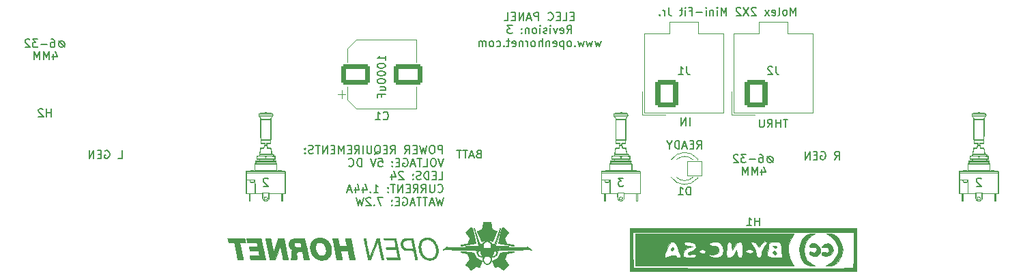
<source format=gbr>
%TF.GenerationSoftware,KiCad,Pcbnew,(6.0.9)*%
%TF.CreationDate,2023-04-01T12:24:36-08:00*%
%TF.ProjectId,ELEC PANEL,454c4543-2050-4414-9e45-4c2e6b696361,3*%
%TF.SameCoordinates,Original*%
%TF.FileFunction,Legend,Bot*%
%TF.FilePolarity,Positive*%
%FSLAX46Y46*%
G04 Gerber Fmt 4.6, Leading zero omitted, Abs format (unit mm)*
G04 Created by KiCad (PCBNEW (6.0.9)) date 2023-04-01 12:24:36*
%MOMM*%
%LPD*%
G01*
G04 APERTURE LIST*
G04 Aperture macros list*
%AMRoundRect*
0 Rectangle with rounded corners*
0 $1 Rounding radius*
0 $2 $3 $4 $5 $6 $7 $8 $9 X,Y pos of 4 corners*
0 Add a 4 corners polygon primitive as box body*
4,1,4,$2,$3,$4,$5,$6,$7,$8,$9,$2,$3,0*
0 Add four circle primitives for the rounded corners*
1,1,$1+$1,$2,$3*
1,1,$1+$1,$4,$5*
1,1,$1+$1,$6,$7*
1,1,$1+$1,$8,$9*
0 Add four rect primitives between the rounded corners*
20,1,$1+$1,$2,$3,$4,$5,0*
20,1,$1+$1,$4,$5,$6,$7,0*
20,1,$1+$1,$6,$7,$8,$9,0*
20,1,$1+$1,$8,$9,$2,$3,0*%
G04 Aperture macros list end*
%ADD10C,0.150000*%
%ADD11C,0.100000*%
%ADD12C,0.010000*%
%ADD13C,0.120000*%
%ADD14C,4.400000*%
%ADD15C,12.800000*%
%ADD16RoundRect,0.300000X-1.500000X-1.000000X1.500000X-1.000000X1.500000X1.000000X-1.500000X1.000000X0*%
%ADD17RoundRect,0.050000X0.900000X0.900000X-0.900000X0.900000X-0.900000X-0.900000X0.900000X-0.900000X0*%
%ADD18C,1.900000*%
%ADD19RoundRect,0.300001X-1.099999X-1.399999X1.099999X-1.399999X1.099999X1.399999X-1.099999X1.399999X0*%
%ADD20O,2.800000X3.400000*%
G04 APERTURE END LIST*
D10*
X49477419Y-135224780D02*
X49953609Y-135224780D01*
X49953609Y-134224780D01*
X47858371Y-134272400D02*
X47953609Y-134224780D01*
X48096466Y-134224780D01*
X48239323Y-134272400D01*
X48334561Y-134367638D01*
X48382180Y-134462876D01*
X48429800Y-134653352D01*
X48429800Y-134796209D01*
X48382180Y-134986685D01*
X48334561Y-135081923D01*
X48239323Y-135177161D01*
X48096466Y-135224780D01*
X48001228Y-135224780D01*
X47858371Y-135177161D01*
X47810752Y-135129542D01*
X47810752Y-134796209D01*
X48001228Y-134796209D01*
X47382180Y-134700971D02*
X47048847Y-134700971D01*
X46905990Y-135224780D02*
X47382180Y-135224780D01*
X47382180Y-134224780D01*
X46905990Y-134224780D01*
X46477419Y-135224780D02*
X46477419Y-134224780D01*
X45905990Y-135224780D01*
X45905990Y-134224780D01*
X138402819Y-135351780D02*
X138736152Y-134875590D01*
X138974247Y-135351780D02*
X138974247Y-134351780D01*
X138593295Y-134351780D01*
X138498057Y-134399400D01*
X138450438Y-134447019D01*
X138402819Y-134542257D01*
X138402819Y-134685114D01*
X138450438Y-134780352D01*
X138498057Y-134827971D01*
X138593295Y-134875590D01*
X138974247Y-134875590D01*
X136688533Y-134399400D02*
X136783771Y-134351780D01*
X136926628Y-134351780D01*
X137069485Y-134399400D01*
X137164723Y-134494638D01*
X137212342Y-134589876D01*
X137259961Y-134780352D01*
X137259961Y-134923209D01*
X137212342Y-135113685D01*
X137164723Y-135208923D01*
X137069485Y-135304161D01*
X136926628Y-135351780D01*
X136831390Y-135351780D01*
X136688533Y-135304161D01*
X136640914Y-135256542D01*
X136640914Y-134923209D01*
X136831390Y-134923209D01*
X136212342Y-134827971D02*
X135879009Y-134827971D01*
X135736152Y-135351780D02*
X136212342Y-135351780D01*
X136212342Y-134351780D01*
X135736152Y-134351780D01*
X135307580Y-135351780D02*
X135307580Y-134351780D01*
X134736152Y-135351780D01*
X134736152Y-134351780D01*
X133582380Y-117492380D02*
X133582380Y-116492380D01*
X133249047Y-117206666D01*
X132915714Y-116492380D01*
X132915714Y-117492380D01*
X132296666Y-117492380D02*
X132391904Y-117444761D01*
X132439523Y-117397142D01*
X132487142Y-117301904D01*
X132487142Y-117016190D01*
X132439523Y-116920952D01*
X132391904Y-116873333D01*
X132296666Y-116825714D01*
X132153809Y-116825714D01*
X132058571Y-116873333D01*
X132010952Y-116920952D01*
X131963333Y-117016190D01*
X131963333Y-117301904D01*
X132010952Y-117397142D01*
X132058571Y-117444761D01*
X132153809Y-117492380D01*
X132296666Y-117492380D01*
X131391904Y-117492380D02*
X131487142Y-117444761D01*
X131534761Y-117349523D01*
X131534761Y-116492380D01*
X130630000Y-117444761D02*
X130725238Y-117492380D01*
X130915714Y-117492380D01*
X131010952Y-117444761D01*
X131058571Y-117349523D01*
X131058571Y-116968571D01*
X131010952Y-116873333D01*
X130915714Y-116825714D01*
X130725238Y-116825714D01*
X130630000Y-116873333D01*
X130582380Y-116968571D01*
X130582380Y-117063809D01*
X131058571Y-117159047D01*
X130249047Y-117492380D02*
X129725238Y-116825714D01*
X130249047Y-116825714D02*
X129725238Y-117492380D01*
X128630000Y-116587619D02*
X128582380Y-116540000D01*
X128487142Y-116492380D01*
X128249047Y-116492380D01*
X128153809Y-116540000D01*
X128106190Y-116587619D01*
X128058571Y-116682857D01*
X128058571Y-116778095D01*
X128106190Y-116920952D01*
X128677619Y-117492380D01*
X128058571Y-117492380D01*
X127725238Y-116492380D02*
X127058571Y-117492380D01*
X127058571Y-116492380D02*
X127725238Y-117492380D01*
X126725238Y-116587619D02*
X126677619Y-116540000D01*
X126582380Y-116492380D01*
X126344285Y-116492380D01*
X126249047Y-116540000D01*
X126201428Y-116587619D01*
X126153809Y-116682857D01*
X126153809Y-116778095D01*
X126201428Y-116920952D01*
X126772857Y-117492380D01*
X126153809Y-117492380D01*
X124963333Y-117492380D02*
X124963333Y-116492380D01*
X124630000Y-117206666D01*
X124296666Y-116492380D01*
X124296666Y-117492380D01*
X123820476Y-117492380D02*
X123820476Y-116825714D01*
X123820476Y-116492380D02*
X123868095Y-116540000D01*
X123820476Y-116587619D01*
X123772857Y-116540000D01*
X123820476Y-116492380D01*
X123820476Y-116587619D01*
X123344285Y-116825714D02*
X123344285Y-117492380D01*
X123344285Y-116920952D02*
X123296666Y-116873333D01*
X123201428Y-116825714D01*
X123058571Y-116825714D01*
X122963333Y-116873333D01*
X122915714Y-116968571D01*
X122915714Y-117492380D01*
X122439523Y-117492380D02*
X122439523Y-116825714D01*
X122439523Y-116492380D02*
X122487142Y-116540000D01*
X122439523Y-116587619D01*
X122391904Y-116540000D01*
X122439523Y-116492380D01*
X122439523Y-116587619D01*
X121963333Y-117111428D02*
X121201428Y-117111428D01*
X120391904Y-116968571D02*
X120725238Y-116968571D01*
X120725238Y-117492380D02*
X120725238Y-116492380D01*
X120249047Y-116492380D01*
X119868095Y-117492380D02*
X119868095Y-116825714D01*
X119868095Y-116492380D02*
X119915714Y-116540000D01*
X119868095Y-116587619D01*
X119820476Y-116540000D01*
X119868095Y-116492380D01*
X119868095Y-116587619D01*
X119534761Y-116825714D02*
X119153809Y-116825714D01*
X119391904Y-116492380D02*
X119391904Y-117349523D01*
X119344285Y-117444761D01*
X119249047Y-117492380D01*
X119153809Y-117492380D01*
X117772857Y-116492380D02*
X117772857Y-117206666D01*
X117820476Y-117349523D01*
X117915714Y-117444761D01*
X118058571Y-117492380D01*
X118153809Y-117492380D01*
X117296666Y-117492380D02*
X117296666Y-116825714D01*
X117296666Y-117016190D02*
X117249047Y-116920952D01*
X117201428Y-116873333D01*
X117106190Y-116825714D01*
X117010952Y-116825714D01*
X116677619Y-117397142D02*
X116630000Y-117444761D01*
X116677619Y-117492380D01*
X116725238Y-117444761D01*
X116677619Y-117397142D01*
X116677619Y-117492380D01*
X82652380Y-123056190D02*
X82652380Y-122484761D01*
X82652380Y-122770476D02*
X81652380Y-122770476D01*
X81795238Y-122675238D01*
X81890476Y-122580000D01*
X81938095Y-122484761D01*
X81652380Y-123675238D02*
X81652380Y-123770476D01*
X81700000Y-123865714D01*
X81747619Y-123913333D01*
X81842857Y-123960952D01*
X82033333Y-124008571D01*
X82271428Y-124008571D01*
X82461904Y-123960952D01*
X82557142Y-123913333D01*
X82604761Y-123865714D01*
X82652380Y-123770476D01*
X82652380Y-123675238D01*
X82604761Y-123580000D01*
X82557142Y-123532380D01*
X82461904Y-123484761D01*
X82271428Y-123437142D01*
X82033333Y-123437142D01*
X81842857Y-123484761D01*
X81747619Y-123532380D01*
X81700000Y-123580000D01*
X81652380Y-123675238D01*
X81652380Y-124627619D02*
X81652380Y-124722857D01*
X81700000Y-124818095D01*
X81747619Y-124865714D01*
X81842857Y-124913333D01*
X82033333Y-124960952D01*
X82271428Y-124960952D01*
X82461904Y-124913333D01*
X82557142Y-124865714D01*
X82604761Y-124818095D01*
X82652380Y-124722857D01*
X82652380Y-124627619D01*
X82604761Y-124532380D01*
X82557142Y-124484761D01*
X82461904Y-124437142D01*
X82271428Y-124389523D01*
X82033333Y-124389523D01*
X81842857Y-124437142D01*
X81747619Y-124484761D01*
X81700000Y-124532380D01*
X81652380Y-124627619D01*
X81652380Y-125580000D02*
X81652380Y-125675238D01*
X81700000Y-125770476D01*
X81747619Y-125818095D01*
X81842857Y-125865714D01*
X82033333Y-125913333D01*
X82271428Y-125913333D01*
X82461904Y-125865714D01*
X82557142Y-125818095D01*
X82604761Y-125770476D01*
X82652380Y-125675238D01*
X82652380Y-125580000D01*
X82604761Y-125484761D01*
X82557142Y-125437142D01*
X82461904Y-125389523D01*
X82271428Y-125341904D01*
X82033333Y-125341904D01*
X81842857Y-125389523D01*
X81747619Y-125437142D01*
X81700000Y-125484761D01*
X81652380Y-125580000D01*
X81985714Y-126770476D02*
X82652380Y-126770476D01*
X81985714Y-126341904D02*
X82509523Y-126341904D01*
X82604761Y-126389523D01*
X82652380Y-126484761D01*
X82652380Y-126627619D01*
X82604761Y-126722857D01*
X82557142Y-126770476D01*
X82128571Y-127580000D02*
X82128571Y-127246666D01*
X82652380Y-127246666D02*
X81652380Y-127246666D01*
X81652380Y-127722857D01*
X106039704Y-117596971D02*
X105706371Y-117596971D01*
X105563514Y-118120780D02*
X106039704Y-118120780D01*
X106039704Y-117120780D01*
X105563514Y-117120780D01*
X104658752Y-118120780D02*
X105134942Y-118120780D01*
X105134942Y-117120780D01*
X104325419Y-117596971D02*
X103992085Y-117596971D01*
X103849228Y-118120780D02*
X104325419Y-118120780D01*
X104325419Y-117120780D01*
X103849228Y-117120780D01*
X102849228Y-118025542D02*
X102896847Y-118073161D01*
X103039704Y-118120780D01*
X103134942Y-118120780D01*
X103277800Y-118073161D01*
X103373038Y-117977923D01*
X103420657Y-117882685D01*
X103468276Y-117692209D01*
X103468276Y-117549352D01*
X103420657Y-117358876D01*
X103373038Y-117263638D01*
X103277800Y-117168400D01*
X103134942Y-117120780D01*
X103039704Y-117120780D01*
X102896847Y-117168400D01*
X102849228Y-117216019D01*
X101658752Y-118120780D02*
X101658752Y-117120780D01*
X101277800Y-117120780D01*
X101182561Y-117168400D01*
X101134942Y-117216019D01*
X101087323Y-117311257D01*
X101087323Y-117454114D01*
X101134942Y-117549352D01*
X101182561Y-117596971D01*
X101277800Y-117644590D01*
X101658752Y-117644590D01*
X100706371Y-117835066D02*
X100230180Y-117835066D01*
X100801609Y-118120780D02*
X100468276Y-117120780D01*
X100134942Y-118120780D01*
X99801609Y-118120780D02*
X99801609Y-117120780D01*
X99230180Y-118120780D01*
X99230180Y-117120780D01*
X98753990Y-117596971D02*
X98420657Y-117596971D01*
X98277800Y-118120780D02*
X98753990Y-118120780D01*
X98753990Y-117120780D01*
X98277800Y-117120780D01*
X97373038Y-118120780D02*
X97849228Y-118120780D01*
X97849228Y-117120780D01*
X105158752Y-119730780D02*
X105492085Y-119254590D01*
X105730180Y-119730780D02*
X105730180Y-118730780D01*
X105349228Y-118730780D01*
X105253990Y-118778400D01*
X105206371Y-118826019D01*
X105158752Y-118921257D01*
X105158752Y-119064114D01*
X105206371Y-119159352D01*
X105253990Y-119206971D01*
X105349228Y-119254590D01*
X105730180Y-119254590D01*
X104349228Y-119683161D02*
X104444466Y-119730780D01*
X104634942Y-119730780D01*
X104730180Y-119683161D01*
X104777800Y-119587923D01*
X104777800Y-119206971D01*
X104730180Y-119111733D01*
X104634942Y-119064114D01*
X104444466Y-119064114D01*
X104349228Y-119111733D01*
X104301609Y-119206971D01*
X104301609Y-119302209D01*
X104777800Y-119397447D01*
X103968276Y-119064114D02*
X103730180Y-119730780D01*
X103492085Y-119064114D01*
X103111133Y-119730780D02*
X103111133Y-119064114D01*
X103111133Y-118730780D02*
X103158752Y-118778400D01*
X103111133Y-118826019D01*
X103063514Y-118778400D01*
X103111133Y-118730780D01*
X103111133Y-118826019D01*
X102682561Y-119683161D02*
X102587323Y-119730780D01*
X102396847Y-119730780D01*
X102301609Y-119683161D01*
X102253990Y-119587923D01*
X102253990Y-119540304D01*
X102301609Y-119445066D01*
X102396847Y-119397447D01*
X102539704Y-119397447D01*
X102634942Y-119349828D01*
X102682561Y-119254590D01*
X102682561Y-119206971D01*
X102634942Y-119111733D01*
X102539704Y-119064114D01*
X102396847Y-119064114D01*
X102301609Y-119111733D01*
X101825419Y-119730780D02*
X101825419Y-119064114D01*
X101825419Y-118730780D02*
X101873038Y-118778400D01*
X101825419Y-118826019D01*
X101777800Y-118778400D01*
X101825419Y-118730780D01*
X101825419Y-118826019D01*
X101206371Y-119730780D02*
X101301609Y-119683161D01*
X101349228Y-119635542D01*
X101396847Y-119540304D01*
X101396847Y-119254590D01*
X101349228Y-119159352D01*
X101301609Y-119111733D01*
X101206371Y-119064114D01*
X101063514Y-119064114D01*
X100968276Y-119111733D01*
X100920657Y-119159352D01*
X100873038Y-119254590D01*
X100873038Y-119540304D01*
X100920657Y-119635542D01*
X100968276Y-119683161D01*
X101063514Y-119730780D01*
X101206371Y-119730780D01*
X100444466Y-119064114D02*
X100444466Y-119730780D01*
X100444466Y-119159352D02*
X100396847Y-119111733D01*
X100301609Y-119064114D01*
X100158752Y-119064114D01*
X100063514Y-119111733D01*
X100015895Y-119206971D01*
X100015895Y-119730780D01*
X99539704Y-119635542D02*
X99492085Y-119683161D01*
X99539704Y-119730780D01*
X99587323Y-119683161D01*
X99539704Y-119635542D01*
X99539704Y-119730780D01*
X99539704Y-119111733D02*
X99492085Y-119159352D01*
X99539704Y-119206971D01*
X99587323Y-119159352D01*
X99539704Y-119111733D01*
X99539704Y-119206971D01*
X98396847Y-118730780D02*
X97777800Y-118730780D01*
X98111133Y-119111733D01*
X97968276Y-119111733D01*
X97873038Y-119159352D01*
X97825419Y-119206971D01*
X97777800Y-119302209D01*
X97777800Y-119540304D01*
X97825419Y-119635542D01*
X97873038Y-119683161D01*
X97968276Y-119730780D01*
X98253990Y-119730780D01*
X98349228Y-119683161D01*
X98396847Y-119635542D01*
X109396847Y-120674114D02*
X109206371Y-121340780D01*
X109015895Y-120864590D01*
X108825419Y-121340780D01*
X108634942Y-120674114D01*
X108349228Y-120674114D02*
X108158752Y-121340780D01*
X107968276Y-120864590D01*
X107777800Y-121340780D01*
X107587323Y-120674114D01*
X107301609Y-120674114D02*
X107111133Y-121340780D01*
X106920657Y-120864590D01*
X106730180Y-121340780D01*
X106539704Y-120674114D01*
X106158752Y-121245542D02*
X106111133Y-121293161D01*
X106158752Y-121340780D01*
X106206371Y-121293161D01*
X106158752Y-121245542D01*
X106158752Y-121340780D01*
X105539704Y-121340780D02*
X105634942Y-121293161D01*
X105682561Y-121245542D01*
X105730180Y-121150304D01*
X105730180Y-120864590D01*
X105682561Y-120769352D01*
X105634942Y-120721733D01*
X105539704Y-120674114D01*
X105396847Y-120674114D01*
X105301609Y-120721733D01*
X105253990Y-120769352D01*
X105206371Y-120864590D01*
X105206371Y-121150304D01*
X105253990Y-121245542D01*
X105301609Y-121293161D01*
X105396847Y-121340780D01*
X105539704Y-121340780D01*
X104777800Y-120674114D02*
X104777800Y-121674114D01*
X104777800Y-120721733D02*
X104682561Y-120674114D01*
X104492085Y-120674114D01*
X104396847Y-120721733D01*
X104349228Y-120769352D01*
X104301609Y-120864590D01*
X104301609Y-121150304D01*
X104349228Y-121245542D01*
X104396847Y-121293161D01*
X104492085Y-121340780D01*
X104682561Y-121340780D01*
X104777800Y-121293161D01*
X103492085Y-121293161D02*
X103587323Y-121340780D01*
X103777800Y-121340780D01*
X103873038Y-121293161D01*
X103920657Y-121197923D01*
X103920657Y-120816971D01*
X103873038Y-120721733D01*
X103777800Y-120674114D01*
X103587323Y-120674114D01*
X103492085Y-120721733D01*
X103444466Y-120816971D01*
X103444466Y-120912209D01*
X103920657Y-121007447D01*
X103015895Y-120674114D02*
X103015895Y-121340780D01*
X103015895Y-120769352D02*
X102968276Y-120721733D01*
X102873038Y-120674114D01*
X102730180Y-120674114D01*
X102634942Y-120721733D01*
X102587323Y-120816971D01*
X102587323Y-121340780D01*
X102111133Y-121340780D02*
X102111133Y-120340780D01*
X101682561Y-121340780D02*
X101682561Y-120816971D01*
X101730180Y-120721733D01*
X101825419Y-120674114D01*
X101968276Y-120674114D01*
X102063514Y-120721733D01*
X102111133Y-120769352D01*
X101063514Y-121340780D02*
X101158752Y-121293161D01*
X101206371Y-121245542D01*
X101253990Y-121150304D01*
X101253990Y-120864590D01*
X101206371Y-120769352D01*
X101158752Y-120721733D01*
X101063514Y-120674114D01*
X100920657Y-120674114D01*
X100825419Y-120721733D01*
X100777800Y-120769352D01*
X100730180Y-120864590D01*
X100730180Y-121150304D01*
X100777800Y-121245542D01*
X100825419Y-121293161D01*
X100920657Y-121340780D01*
X101063514Y-121340780D01*
X100301609Y-121340780D02*
X100301609Y-120674114D01*
X100301609Y-120864590D02*
X100253990Y-120769352D01*
X100206371Y-120721733D01*
X100111133Y-120674114D01*
X100015895Y-120674114D01*
X99682561Y-120674114D02*
X99682561Y-121340780D01*
X99682561Y-120769352D02*
X99634942Y-120721733D01*
X99539704Y-120674114D01*
X99396847Y-120674114D01*
X99301609Y-120721733D01*
X99253990Y-120816971D01*
X99253990Y-121340780D01*
X98396847Y-121293161D02*
X98492085Y-121340780D01*
X98682561Y-121340780D01*
X98777800Y-121293161D01*
X98825419Y-121197923D01*
X98825419Y-120816971D01*
X98777800Y-120721733D01*
X98682561Y-120674114D01*
X98492085Y-120674114D01*
X98396847Y-120721733D01*
X98349228Y-120816971D01*
X98349228Y-120912209D01*
X98825419Y-121007447D01*
X98063514Y-120674114D02*
X97682561Y-120674114D01*
X97920657Y-120340780D02*
X97920657Y-121197923D01*
X97873038Y-121293161D01*
X97777800Y-121340780D01*
X97682561Y-121340780D01*
X97349228Y-121245542D02*
X97301609Y-121293161D01*
X97349228Y-121340780D01*
X97396847Y-121293161D01*
X97349228Y-121245542D01*
X97349228Y-121340780D01*
X96444466Y-121293161D02*
X96539704Y-121340780D01*
X96730180Y-121340780D01*
X96825419Y-121293161D01*
X96873038Y-121245542D01*
X96920657Y-121150304D01*
X96920657Y-120864590D01*
X96873038Y-120769352D01*
X96825419Y-120721733D01*
X96730180Y-120674114D01*
X96539704Y-120674114D01*
X96444466Y-120721733D01*
X95873038Y-121340780D02*
X95968276Y-121293161D01*
X96015895Y-121245542D01*
X96063514Y-121150304D01*
X96063514Y-120864590D01*
X96015895Y-120769352D01*
X95968276Y-120721733D01*
X95873038Y-120674114D01*
X95730180Y-120674114D01*
X95634942Y-120721733D01*
X95587323Y-120769352D01*
X95539704Y-120864590D01*
X95539704Y-121150304D01*
X95587323Y-121245542D01*
X95634942Y-121293161D01*
X95730180Y-121340780D01*
X95873038Y-121340780D01*
X95111133Y-121340780D02*
X95111133Y-120674114D01*
X95111133Y-120769352D02*
X95063514Y-120721733D01*
X94968276Y-120674114D01*
X94825419Y-120674114D01*
X94730180Y-120721733D01*
X94682561Y-120816971D01*
X94682561Y-121340780D01*
X94682561Y-120816971D02*
X94634942Y-120721733D01*
X94539704Y-120674114D01*
X94396847Y-120674114D01*
X94301609Y-120721733D01*
X94253990Y-120816971D01*
X94253990Y-121340780D01*
X132583333Y-130362380D02*
X132011904Y-130362380D01*
X132297619Y-131362380D02*
X132297619Y-130362380D01*
X131678571Y-131362380D02*
X131678571Y-130362380D01*
X131678571Y-130838571D02*
X131107142Y-130838571D01*
X131107142Y-131362380D02*
X131107142Y-130362380D01*
X130059523Y-131362380D02*
X130392857Y-130886190D01*
X130630952Y-131362380D02*
X130630952Y-130362380D01*
X130250000Y-130362380D01*
X130154761Y-130410000D01*
X130107142Y-130457619D01*
X130059523Y-130552857D01*
X130059523Y-130695714D01*
X130107142Y-130790952D01*
X130154761Y-130838571D01*
X130250000Y-130886190D01*
X130630952Y-130886190D01*
X129630952Y-130362380D02*
X129630952Y-131171904D01*
X129583333Y-131267142D01*
X129535714Y-131314761D01*
X129440476Y-131362380D01*
X129250000Y-131362380D01*
X129154761Y-131314761D01*
X129107142Y-131267142D01*
X129059523Y-131171904D01*
X129059523Y-130362380D01*
X121300000Y-134002380D02*
X121633333Y-133526190D01*
X121871428Y-134002380D02*
X121871428Y-133002380D01*
X121490476Y-133002380D01*
X121395238Y-133050000D01*
X121347619Y-133097619D01*
X121300000Y-133192857D01*
X121300000Y-133335714D01*
X121347619Y-133430952D01*
X121395238Y-133478571D01*
X121490476Y-133526190D01*
X121871428Y-133526190D01*
X120871428Y-133478571D02*
X120538095Y-133478571D01*
X120395238Y-134002380D02*
X120871428Y-134002380D01*
X120871428Y-133002380D01*
X120395238Y-133002380D01*
X120014285Y-133716666D02*
X119538095Y-133716666D01*
X120109523Y-134002380D02*
X119776190Y-133002380D01*
X119442857Y-134002380D01*
X119109523Y-134002380D02*
X119109523Y-133002380D01*
X118871428Y-133002380D01*
X118728571Y-133050000D01*
X118633333Y-133145238D01*
X118585714Y-133240476D01*
X118538095Y-133430952D01*
X118538095Y-133573809D01*
X118585714Y-133764285D01*
X118633333Y-133859523D01*
X118728571Y-133954761D01*
X118871428Y-134002380D01*
X119109523Y-134002380D01*
X117919047Y-133526190D02*
X117919047Y-134002380D01*
X118252380Y-133002380D02*
X117919047Y-133526190D01*
X117585714Y-133002380D01*
X89734404Y-134602380D02*
X89734404Y-133602380D01*
X89353452Y-133602380D01*
X89258214Y-133650000D01*
X89210595Y-133697619D01*
X89162976Y-133792857D01*
X89162976Y-133935714D01*
X89210595Y-134030952D01*
X89258214Y-134078571D01*
X89353452Y-134126190D01*
X89734404Y-134126190D01*
X88543928Y-133602380D02*
X88353452Y-133602380D01*
X88258214Y-133650000D01*
X88162976Y-133745238D01*
X88115357Y-133935714D01*
X88115357Y-134269047D01*
X88162976Y-134459523D01*
X88258214Y-134554761D01*
X88353452Y-134602380D01*
X88543928Y-134602380D01*
X88639166Y-134554761D01*
X88734404Y-134459523D01*
X88782023Y-134269047D01*
X88782023Y-133935714D01*
X88734404Y-133745238D01*
X88639166Y-133650000D01*
X88543928Y-133602380D01*
X87782023Y-133602380D02*
X87543928Y-134602380D01*
X87353452Y-133888095D01*
X87162976Y-134602380D01*
X86924880Y-133602380D01*
X86543928Y-134078571D02*
X86210595Y-134078571D01*
X86067738Y-134602380D02*
X86543928Y-134602380D01*
X86543928Y-133602380D01*
X86067738Y-133602380D01*
X85067738Y-134602380D02*
X85401071Y-134126190D01*
X85639166Y-134602380D02*
X85639166Y-133602380D01*
X85258214Y-133602380D01*
X85162976Y-133650000D01*
X85115357Y-133697619D01*
X85067738Y-133792857D01*
X85067738Y-133935714D01*
X85115357Y-134030952D01*
X85162976Y-134078571D01*
X85258214Y-134126190D01*
X85639166Y-134126190D01*
X83305833Y-134602380D02*
X83639166Y-134126190D01*
X83877261Y-134602380D02*
X83877261Y-133602380D01*
X83496309Y-133602380D01*
X83401071Y-133650000D01*
X83353452Y-133697619D01*
X83305833Y-133792857D01*
X83305833Y-133935714D01*
X83353452Y-134030952D01*
X83401071Y-134078571D01*
X83496309Y-134126190D01*
X83877261Y-134126190D01*
X82877261Y-134078571D02*
X82543928Y-134078571D01*
X82401071Y-134602380D02*
X82877261Y-134602380D01*
X82877261Y-133602380D01*
X82401071Y-133602380D01*
X81305833Y-134697619D02*
X81401071Y-134650000D01*
X81496309Y-134554761D01*
X81639166Y-134411904D01*
X81734404Y-134364285D01*
X81829642Y-134364285D01*
X81782023Y-134602380D02*
X81877261Y-134554761D01*
X81972500Y-134459523D01*
X82020119Y-134269047D01*
X82020119Y-133935714D01*
X81972500Y-133745238D01*
X81877261Y-133650000D01*
X81782023Y-133602380D01*
X81591547Y-133602380D01*
X81496309Y-133650000D01*
X81401071Y-133745238D01*
X81353452Y-133935714D01*
X81353452Y-134269047D01*
X81401071Y-134459523D01*
X81496309Y-134554761D01*
X81591547Y-134602380D01*
X81782023Y-134602380D01*
X80924880Y-133602380D02*
X80924880Y-134411904D01*
X80877261Y-134507142D01*
X80829642Y-134554761D01*
X80734404Y-134602380D01*
X80543928Y-134602380D01*
X80448690Y-134554761D01*
X80401071Y-134507142D01*
X80353452Y-134411904D01*
X80353452Y-133602380D01*
X79877261Y-134602380D02*
X79877261Y-133602380D01*
X78829642Y-134602380D02*
X79162976Y-134126190D01*
X79401071Y-134602380D02*
X79401071Y-133602380D01*
X79020119Y-133602380D01*
X78924880Y-133650000D01*
X78877261Y-133697619D01*
X78829642Y-133792857D01*
X78829642Y-133935714D01*
X78877261Y-134030952D01*
X78924880Y-134078571D01*
X79020119Y-134126190D01*
X79401071Y-134126190D01*
X78401071Y-134078571D02*
X78067738Y-134078571D01*
X77924880Y-134602380D02*
X78401071Y-134602380D01*
X78401071Y-133602380D01*
X77924880Y-133602380D01*
X77496309Y-134602380D02*
X77496309Y-133602380D01*
X77162976Y-134316666D01*
X76829642Y-133602380D01*
X76829642Y-134602380D01*
X76353452Y-134078571D02*
X76020119Y-134078571D01*
X75877261Y-134602380D02*
X76353452Y-134602380D01*
X76353452Y-133602380D01*
X75877261Y-133602380D01*
X75448690Y-134602380D02*
X75448690Y-133602380D01*
X74877261Y-134602380D01*
X74877261Y-133602380D01*
X74543928Y-133602380D02*
X73972500Y-133602380D01*
X74258214Y-134602380D02*
X74258214Y-133602380D01*
X73686785Y-134554761D02*
X73543928Y-134602380D01*
X73305833Y-134602380D01*
X73210595Y-134554761D01*
X73162976Y-134507142D01*
X73115357Y-134411904D01*
X73115357Y-134316666D01*
X73162976Y-134221428D01*
X73210595Y-134173809D01*
X73305833Y-134126190D01*
X73496309Y-134078571D01*
X73591547Y-134030952D01*
X73639166Y-133983333D01*
X73686785Y-133888095D01*
X73686785Y-133792857D01*
X73639166Y-133697619D01*
X73591547Y-133650000D01*
X73496309Y-133602380D01*
X73258214Y-133602380D01*
X73115357Y-133650000D01*
X72686785Y-134507142D02*
X72639166Y-134554761D01*
X72686785Y-134602380D01*
X72734404Y-134554761D01*
X72686785Y-134507142D01*
X72686785Y-134602380D01*
X72686785Y-133983333D02*
X72639166Y-134030952D01*
X72686785Y-134078571D01*
X72734404Y-134030952D01*
X72686785Y-133983333D01*
X72686785Y-134078571D01*
X89877261Y-135212380D02*
X89543928Y-136212380D01*
X89210595Y-135212380D01*
X88686785Y-135212380D02*
X88496309Y-135212380D01*
X88401071Y-135260000D01*
X88305833Y-135355238D01*
X88258214Y-135545714D01*
X88258214Y-135879047D01*
X88305833Y-136069523D01*
X88401071Y-136164761D01*
X88496309Y-136212380D01*
X88686785Y-136212380D01*
X88782023Y-136164761D01*
X88877261Y-136069523D01*
X88924880Y-135879047D01*
X88924880Y-135545714D01*
X88877261Y-135355238D01*
X88782023Y-135260000D01*
X88686785Y-135212380D01*
X87353452Y-136212380D02*
X87829642Y-136212380D01*
X87829642Y-135212380D01*
X87162976Y-135212380D02*
X86591547Y-135212380D01*
X86877261Y-136212380D02*
X86877261Y-135212380D01*
X86305833Y-135926666D02*
X85829642Y-135926666D01*
X86401071Y-136212380D02*
X86067738Y-135212380D01*
X85734404Y-136212380D01*
X84877261Y-135260000D02*
X84972500Y-135212380D01*
X85115357Y-135212380D01*
X85258214Y-135260000D01*
X85353452Y-135355238D01*
X85401071Y-135450476D01*
X85448690Y-135640952D01*
X85448690Y-135783809D01*
X85401071Y-135974285D01*
X85353452Y-136069523D01*
X85258214Y-136164761D01*
X85115357Y-136212380D01*
X85020119Y-136212380D01*
X84877261Y-136164761D01*
X84829642Y-136117142D01*
X84829642Y-135783809D01*
X85020119Y-135783809D01*
X84401071Y-135688571D02*
X84067738Y-135688571D01*
X83924880Y-136212380D02*
X84401071Y-136212380D01*
X84401071Y-135212380D01*
X83924880Y-135212380D01*
X83496309Y-136117142D02*
X83448690Y-136164761D01*
X83496309Y-136212380D01*
X83543928Y-136164761D01*
X83496309Y-136117142D01*
X83496309Y-136212380D01*
X83496309Y-135593333D02*
X83448690Y-135640952D01*
X83496309Y-135688571D01*
X83543928Y-135640952D01*
X83496309Y-135593333D01*
X83496309Y-135688571D01*
X81782023Y-135212380D02*
X82258214Y-135212380D01*
X82305833Y-135688571D01*
X82258214Y-135640952D01*
X82162976Y-135593333D01*
X81924880Y-135593333D01*
X81829642Y-135640952D01*
X81782023Y-135688571D01*
X81734404Y-135783809D01*
X81734404Y-136021904D01*
X81782023Y-136117142D01*
X81829642Y-136164761D01*
X81924880Y-136212380D01*
X82162976Y-136212380D01*
X82258214Y-136164761D01*
X82305833Y-136117142D01*
X81448690Y-135212380D02*
X81115357Y-136212380D01*
X80782023Y-135212380D01*
X79686785Y-136212380D02*
X79686785Y-135212380D01*
X79448690Y-135212380D01*
X79305833Y-135260000D01*
X79210595Y-135355238D01*
X79162976Y-135450476D01*
X79115357Y-135640952D01*
X79115357Y-135783809D01*
X79162976Y-135974285D01*
X79210595Y-136069523D01*
X79305833Y-136164761D01*
X79448690Y-136212380D01*
X79686785Y-136212380D01*
X78115357Y-136117142D02*
X78162976Y-136164761D01*
X78305833Y-136212380D01*
X78401071Y-136212380D01*
X78543928Y-136164761D01*
X78639166Y-136069523D01*
X78686785Y-135974285D01*
X78734404Y-135783809D01*
X78734404Y-135640952D01*
X78686785Y-135450476D01*
X78639166Y-135355238D01*
X78543928Y-135260000D01*
X78401071Y-135212380D01*
X78305833Y-135212380D01*
X78162976Y-135260000D01*
X78115357Y-135307619D01*
X89258214Y-137822380D02*
X89734404Y-137822380D01*
X89734404Y-136822380D01*
X88924880Y-137298571D02*
X88591547Y-137298571D01*
X88448690Y-137822380D02*
X88924880Y-137822380D01*
X88924880Y-136822380D01*
X88448690Y-136822380D01*
X88020119Y-137822380D02*
X88020119Y-136822380D01*
X87782023Y-136822380D01*
X87639166Y-136870000D01*
X87543928Y-136965238D01*
X87496309Y-137060476D01*
X87448690Y-137250952D01*
X87448690Y-137393809D01*
X87496309Y-137584285D01*
X87543928Y-137679523D01*
X87639166Y-137774761D01*
X87782023Y-137822380D01*
X88020119Y-137822380D01*
X87067738Y-137774761D02*
X86924880Y-137822380D01*
X86686785Y-137822380D01*
X86591547Y-137774761D01*
X86543928Y-137727142D01*
X86496309Y-137631904D01*
X86496309Y-137536666D01*
X86543928Y-137441428D01*
X86591547Y-137393809D01*
X86686785Y-137346190D01*
X86877261Y-137298571D01*
X86972500Y-137250952D01*
X87020119Y-137203333D01*
X87067738Y-137108095D01*
X87067738Y-137012857D01*
X87020119Y-136917619D01*
X86972500Y-136870000D01*
X86877261Y-136822380D01*
X86639166Y-136822380D01*
X86496309Y-136870000D01*
X86067738Y-137727142D02*
X86020119Y-137774761D01*
X86067738Y-137822380D01*
X86115357Y-137774761D01*
X86067738Y-137727142D01*
X86067738Y-137822380D01*
X86067738Y-137203333D02*
X86020119Y-137250952D01*
X86067738Y-137298571D01*
X86115357Y-137250952D01*
X86067738Y-137203333D01*
X86067738Y-137298571D01*
X84877261Y-136917619D02*
X84829642Y-136870000D01*
X84734404Y-136822380D01*
X84496309Y-136822380D01*
X84401071Y-136870000D01*
X84353452Y-136917619D01*
X84305833Y-137012857D01*
X84305833Y-137108095D01*
X84353452Y-137250952D01*
X84924880Y-137822380D01*
X84305833Y-137822380D01*
X83448690Y-137155714D02*
X83448690Y-137822380D01*
X83686785Y-136774761D02*
X83924880Y-137489047D01*
X83305833Y-137489047D01*
X89162976Y-139337142D02*
X89210595Y-139384761D01*
X89353452Y-139432380D01*
X89448690Y-139432380D01*
X89591547Y-139384761D01*
X89686785Y-139289523D01*
X89734404Y-139194285D01*
X89782023Y-139003809D01*
X89782023Y-138860952D01*
X89734404Y-138670476D01*
X89686785Y-138575238D01*
X89591547Y-138480000D01*
X89448690Y-138432380D01*
X89353452Y-138432380D01*
X89210595Y-138480000D01*
X89162976Y-138527619D01*
X88734404Y-138432380D02*
X88734404Y-139241904D01*
X88686785Y-139337142D01*
X88639166Y-139384761D01*
X88543928Y-139432380D01*
X88353452Y-139432380D01*
X88258214Y-139384761D01*
X88210595Y-139337142D01*
X88162976Y-139241904D01*
X88162976Y-138432380D01*
X87115357Y-139432380D02*
X87448690Y-138956190D01*
X87686785Y-139432380D02*
X87686785Y-138432380D01*
X87305833Y-138432380D01*
X87210595Y-138480000D01*
X87162976Y-138527619D01*
X87115357Y-138622857D01*
X87115357Y-138765714D01*
X87162976Y-138860952D01*
X87210595Y-138908571D01*
X87305833Y-138956190D01*
X87686785Y-138956190D01*
X86115357Y-139432380D02*
X86448690Y-138956190D01*
X86686785Y-139432380D02*
X86686785Y-138432380D01*
X86305833Y-138432380D01*
X86210595Y-138480000D01*
X86162976Y-138527619D01*
X86115357Y-138622857D01*
X86115357Y-138765714D01*
X86162976Y-138860952D01*
X86210595Y-138908571D01*
X86305833Y-138956190D01*
X86686785Y-138956190D01*
X85686785Y-138908571D02*
X85353452Y-138908571D01*
X85210595Y-139432380D02*
X85686785Y-139432380D01*
X85686785Y-138432380D01*
X85210595Y-138432380D01*
X84782023Y-139432380D02*
X84782023Y-138432380D01*
X84210595Y-139432380D01*
X84210595Y-138432380D01*
X83877261Y-138432380D02*
X83305833Y-138432380D01*
X83591547Y-139432380D02*
X83591547Y-138432380D01*
X82972500Y-139337142D02*
X82924880Y-139384761D01*
X82972500Y-139432380D01*
X83020119Y-139384761D01*
X82972500Y-139337142D01*
X82972500Y-139432380D01*
X82972500Y-138813333D02*
X82924880Y-138860952D01*
X82972500Y-138908571D01*
X83020119Y-138860952D01*
X82972500Y-138813333D01*
X82972500Y-138908571D01*
X81210595Y-139432380D02*
X81782023Y-139432380D01*
X81496309Y-139432380D02*
X81496309Y-138432380D01*
X81591547Y-138575238D01*
X81686785Y-138670476D01*
X81782023Y-138718095D01*
X80782023Y-139337142D02*
X80734404Y-139384761D01*
X80782023Y-139432380D01*
X80829642Y-139384761D01*
X80782023Y-139337142D01*
X80782023Y-139432380D01*
X79877261Y-138765714D02*
X79877261Y-139432380D01*
X80115357Y-138384761D02*
X80353452Y-139099047D01*
X79734404Y-139099047D01*
X78924880Y-138765714D02*
X78924880Y-139432380D01*
X79162976Y-138384761D02*
X79401071Y-139099047D01*
X78782023Y-139099047D01*
X78448690Y-139146666D02*
X77972500Y-139146666D01*
X78543928Y-139432380D02*
X78210595Y-138432380D01*
X77877261Y-139432380D01*
X89829642Y-140042380D02*
X89591547Y-141042380D01*
X89401071Y-140328095D01*
X89210595Y-141042380D01*
X88972500Y-140042380D01*
X88639166Y-140756666D02*
X88162976Y-140756666D01*
X88734404Y-141042380D02*
X88401071Y-140042380D01*
X88067738Y-141042380D01*
X87877261Y-140042380D02*
X87305833Y-140042380D01*
X87591547Y-141042380D02*
X87591547Y-140042380D01*
X87115357Y-140042380D02*
X86543928Y-140042380D01*
X86829642Y-141042380D02*
X86829642Y-140042380D01*
X86258214Y-140756666D02*
X85782023Y-140756666D01*
X86353452Y-141042380D02*
X86020119Y-140042380D01*
X85686785Y-141042380D01*
X84829642Y-140090000D02*
X84924880Y-140042380D01*
X85067738Y-140042380D01*
X85210595Y-140090000D01*
X85305833Y-140185238D01*
X85353452Y-140280476D01*
X85401071Y-140470952D01*
X85401071Y-140613809D01*
X85353452Y-140804285D01*
X85305833Y-140899523D01*
X85210595Y-140994761D01*
X85067738Y-141042380D01*
X84972500Y-141042380D01*
X84829642Y-140994761D01*
X84782023Y-140947142D01*
X84782023Y-140613809D01*
X84972500Y-140613809D01*
X84353452Y-140518571D02*
X84020119Y-140518571D01*
X83877261Y-141042380D02*
X84353452Y-141042380D01*
X84353452Y-140042380D01*
X83877261Y-140042380D01*
X83448690Y-140947142D02*
X83401071Y-140994761D01*
X83448690Y-141042380D01*
X83496309Y-140994761D01*
X83448690Y-140947142D01*
X83448690Y-141042380D01*
X83448690Y-140423333D02*
X83401071Y-140470952D01*
X83448690Y-140518571D01*
X83496309Y-140470952D01*
X83448690Y-140423333D01*
X83448690Y-140518571D01*
X82305833Y-140042380D02*
X81639166Y-140042380D01*
X82067738Y-141042380D01*
X81258214Y-140947142D02*
X81210595Y-140994761D01*
X81258214Y-141042380D01*
X81305833Y-140994761D01*
X81258214Y-140947142D01*
X81258214Y-141042380D01*
X80829642Y-140137619D02*
X80782023Y-140090000D01*
X80686785Y-140042380D01*
X80448690Y-140042380D01*
X80353452Y-140090000D01*
X80305833Y-140137619D01*
X80258214Y-140232857D01*
X80258214Y-140328095D01*
X80305833Y-140470952D01*
X80877261Y-141042380D01*
X80258214Y-141042380D01*
X79924880Y-140042380D02*
X79686785Y-141042380D01*
X79496309Y-140328095D01*
X79305833Y-141042380D01*
X79067738Y-140042380D01*
X94210047Y-134650171D02*
X94067190Y-134697790D01*
X94019571Y-134745409D01*
X93971952Y-134840647D01*
X93971952Y-134983504D01*
X94019571Y-135078742D01*
X94067190Y-135126361D01*
X94162428Y-135173980D01*
X94543380Y-135173980D01*
X94543380Y-134173980D01*
X94210047Y-134173980D01*
X94114809Y-134221600D01*
X94067190Y-134269219D01*
X94019571Y-134364457D01*
X94019571Y-134459695D01*
X94067190Y-134554933D01*
X94114809Y-134602552D01*
X94210047Y-134650171D01*
X94543380Y-134650171D01*
X93591000Y-134888266D02*
X93114809Y-134888266D01*
X93686238Y-135173980D02*
X93352904Y-134173980D01*
X93019571Y-135173980D01*
X92829095Y-134173980D02*
X92257666Y-134173980D01*
X92543380Y-135173980D02*
X92543380Y-134173980D01*
X92067190Y-134173980D02*
X91495761Y-134173980D01*
X91781476Y-135173980D02*
X91781476Y-134173980D01*
X120393809Y-131182380D02*
X120393809Y-130182380D01*
X119917619Y-131182380D02*
X119917619Y-130182380D01*
X119346190Y-131182380D01*
X119346190Y-130182380D01*
%TO.C,G2*%
X112171533Y-137655380D02*
X111552485Y-137655380D01*
X111885819Y-138036333D01*
X111742961Y-138036333D01*
X111647723Y-138083952D01*
X111600104Y-138131571D01*
X111552485Y-138226809D01*
X111552485Y-138464904D01*
X111600104Y-138560142D01*
X111647723Y-138607761D01*
X111742961Y-138655380D01*
X112028676Y-138655380D01*
X112123914Y-138607761D01*
X112171533Y-138560142D01*
%TO.C,G1*%
X68080314Y-137750619D02*
X68032695Y-137703000D01*
X67937457Y-137655380D01*
X67699361Y-137655380D01*
X67604123Y-137703000D01*
X67556504Y-137750619D01*
X67508885Y-137845857D01*
X67508885Y-137941095D01*
X67556504Y-138083952D01*
X68127933Y-138655380D01*
X67508885Y-138655380D01*
%TO.C,G3*%
X156548514Y-137750619D02*
X156500895Y-137703000D01*
X156405657Y-137655380D01*
X156167561Y-137655380D01*
X156072323Y-137703000D01*
X156024704Y-137750619D01*
X155977085Y-137845857D01*
X155977085Y-137941095D01*
X156024704Y-138083952D01*
X156596133Y-138655380D01*
X155977085Y-138655380D01*
%TO.C,4*%
X130438257Y-134958776D02*
X130247780Y-134958776D01*
X130057304Y-135054014D01*
X129962066Y-135244490D01*
X129962066Y-135434966D01*
X130057304Y-135625442D01*
X130247780Y-135720680D01*
X130438257Y-135720680D01*
X130628733Y-135625442D01*
X130723971Y-135434966D01*
X130723971Y-135244490D01*
X130628733Y-135054014D01*
X130438257Y-134958776D01*
X129962066Y-134958776D02*
X130723971Y-135720680D01*
X129057304Y-134720680D02*
X129247780Y-134720680D01*
X129343019Y-134768300D01*
X129390638Y-134815919D01*
X129485876Y-134958776D01*
X129533495Y-135149252D01*
X129533495Y-135530204D01*
X129485876Y-135625442D01*
X129438257Y-135673061D01*
X129343019Y-135720680D01*
X129152542Y-135720680D01*
X129057304Y-135673061D01*
X129009685Y-135625442D01*
X128962066Y-135530204D01*
X128962066Y-135292109D01*
X129009685Y-135196871D01*
X129057304Y-135149252D01*
X129152542Y-135101633D01*
X129343019Y-135101633D01*
X129438257Y-135149252D01*
X129485876Y-135196871D01*
X129533495Y-135292109D01*
X128533495Y-135339728D02*
X127771590Y-135339728D01*
X127390638Y-134720680D02*
X126771590Y-134720680D01*
X127104923Y-135101633D01*
X126962066Y-135101633D01*
X126866828Y-135149252D01*
X126819209Y-135196871D01*
X126771590Y-135292109D01*
X126771590Y-135530204D01*
X126819209Y-135625442D01*
X126866828Y-135673061D01*
X126962066Y-135720680D01*
X127247780Y-135720680D01*
X127343019Y-135673061D01*
X127390638Y-135625442D01*
X126390638Y-134815919D02*
X126343019Y-134768300D01*
X126247780Y-134720680D01*
X126009685Y-134720680D01*
X125914447Y-134768300D01*
X125866828Y-134815919D01*
X125819209Y-134911157D01*
X125819209Y-135006395D01*
X125866828Y-135149252D01*
X126438257Y-135720680D01*
X125819209Y-135720680D01*
X129322780Y-136579014D02*
X129322780Y-137245680D01*
X129560876Y-136198061D02*
X129798971Y-136912347D01*
X129179923Y-136912347D01*
X128798971Y-137245680D02*
X128798971Y-136245680D01*
X128465638Y-136959966D01*
X128132304Y-136245680D01*
X128132304Y-137245680D01*
X127656114Y-137245680D02*
X127656114Y-136245680D01*
X127322780Y-136959966D01*
X126989447Y-136245680D01*
X126989447Y-137245680D01*
X129057304Y-143552380D02*
X129057304Y-142552380D01*
X129057304Y-143028571D02*
X128485876Y-143028571D01*
X128485876Y-143552380D02*
X128485876Y-142552380D01*
X127485876Y-143552380D02*
X128057304Y-143552380D01*
X127771590Y-143552380D02*
X127771590Y-142552380D01*
X127866828Y-142695238D01*
X127962066Y-142790476D01*
X128057304Y-142838095D01*
%TO.C,5*%
X41438780Y-122291514D02*
X41438780Y-122958180D01*
X41676876Y-121910561D02*
X41914971Y-122624847D01*
X41295923Y-122624847D01*
X40914971Y-122958180D02*
X40914971Y-121958180D01*
X40581638Y-122672466D01*
X40248304Y-121958180D01*
X40248304Y-122958180D01*
X39772114Y-122958180D02*
X39772114Y-121958180D01*
X39438780Y-122672466D01*
X39105447Y-121958180D01*
X39105447Y-122958180D01*
X42554257Y-120671276D02*
X42363780Y-120671276D01*
X42173304Y-120766514D01*
X42078066Y-120956990D01*
X42078066Y-121147466D01*
X42173304Y-121337942D01*
X42363780Y-121433180D01*
X42554257Y-121433180D01*
X42744733Y-121337942D01*
X42839971Y-121147466D01*
X42839971Y-120956990D01*
X42744733Y-120766514D01*
X42554257Y-120671276D01*
X42078066Y-120671276D02*
X42839971Y-121433180D01*
X41173304Y-120433180D02*
X41363780Y-120433180D01*
X41459019Y-120480800D01*
X41506638Y-120528419D01*
X41601876Y-120671276D01*
X41649495Y-120861752D01*
X41649495Y-121242704D01*
X41601876Y-121337942D01*
X41554257Y-121385561D01*
X41459019Y-121433180D01*
X41268542Y-121433180D01*
X41173304Y-121385561D01*
X41125685Y-121337942D01*
X41078066Y-121242704D01*
X41078066Y-121004609D01*
X41125685Y-120909371D01*
X41173304Y-120861752D01*
X41268542Y-120814133D01*
X41459019Y-120814133D01*
X41554257Y-120861752D01*
X41601876Y-120909371D01*
X41649495Y-121004609D01*
X40649495Y-121052228D02*
X39887590Y-121052228D01*
X39506638Y-120433180D02*
X38887590Y-120433180D01*
X39220923Y-120814133D01*
X39078066Y-120814133D01*
X38982828Y-120861752D01*
X38935209Y-120909371D01*
X38887590Y-121004609D01*
X38887590Y-121242704D01*
X38935209Y-121337942D01*
X38982828Y-121385561D01*
X39078066Y-121433180D01*
X39363780Y-121433180D01*
X39459019Y-121385561D01*
X39506638Y-121337942D01*
X38506638Y-120528419D02*
X38459019Y-120480800D01*
X38363780Y-120433180D01*
X38125685Y-120433180D01*
X38030447Y-120480800D01*
X37982828Y-120528419D01*
X37935209Y-120623657D01*
X37935209Y-120718895D01*
X37982828Y-120861752D01*
X38554257Y-121433180D01*
X37935209Y-121433180D01*
X41173304Y-130043180D02*
X41173304Y-129043180D01*
X41173304Y-129519371D02*
X40601876Y-129519371D01*
X40601876Y-130043180D02*
X40601876Y-129043180D01*
X40173304Y-129138419D02*
X40125685Y-129090800D01*
X40030447Y-129043180D01*
X39792352Y-129043180D01*
X39697114Y-129090800D01*
X39649495Y-129138419D01*
X39601876Y-129233657D01*
X39601876Y-129328895D01*
X39649495Y-129471752D01*
X40220923Y-130043180D01*
X39601876Y-130043180D01*
%TO.C,C1*%
X82386666Y-130337142D02*
X82434285Y-130384761D01*
X82577142Y-130432380D01*
X82672380Y-130432380D01*
X82815238Y-130384761D01*
X82910476Y-130289523D01*
X82958095Y-130194285D01*
X83005714Y-130003809D01*
X83005714Y-129860952D01*
X82958095Y-129670476D01*
X82910476Y-129575238D01*
X82815238Y-129480000D01*
X82672380Y-129432380D01*
X82577142Y-129432380D01*
X82434285Y-129480000D01*
X82386666Y-129527619D01*
X81434285Y-130432380D02*
X82005714Y-130432380D01*
X81720000Y-130432380D02*
X81720000Y-129432380D01*
X81815238Y-129575238D01*
X81910476Y-129670476D01*
X82005714Y-129718095D01*
%TO.C,D1*%
X120524495Y-139745980D02*
X120524495Y-138745980D01*
X120286400Y-138745980D01*
X120143542Y-138793600D01*
X120048304Y-138888838D01*
X120000685Y-138984076D01*
X119953066Y-139174552D01*
X119953066Y-139317409D01*
X120000685Y-139507885D01*
X120048304Y-139603123D01*
X120143542Y-139698361D01*
X120286400Y-139745980D01*
X120524495Y-139745980D01*
X119000685Y-139745980D02*
X119572114Y-139745980D01*
X119286400Y-139745980D02*
X119286400Y-138745980D01*
X119381638Y-138888838D01*
X119476876Y-138984076D01*
X119572114Y-139031695D01*
%TO.C,J1*%
X120013333Y-123811756D02*
X120013333Y-124526042D01*
X120060952Y-124668899D01*
X120156190Y-124764137D01*
X120299047Y-124811756D01*
X120394285Y-124811756D01*
X119013333Y-124811756D02*
X119584761Y-124811756D01*
X119299047Y-124811756D02*
X119299047Y-123811756D01*
X119394285Y-123954614D01*
X119489523Y-124049852D01*
X119584761Y-124097471D01*
%TO.C,J2*%
X131103333Y-123811756D02*
X131103333Y-124526042D01*
X131150952Y-124668899D01*
X131246190Y-124764137D01*
X131389047Y-124811756D01*
X131484285Y-124811756D01*
X130674761Y-123906995D02*
X130627142Y-123859376D01*
X130531904Y-123811756D01*
X130293809Y-123811756D01*
X130198571Y-123859376D01*
X130150952Y-123906995D01*
X130103333Y-124002233D01*
X130103333Y-124097471D01*
X130150952Y-124240328D01*
X130722380Y-124811756D01*
X130103333Y-124811756D01*
%TO.C,G2*%
G36*
X112711047Y-129839484D02*
G01*
X112704042Y-129875107D01*
X112670922Y-129935952D01*
X112633182Y-129984500D01*
X112614084Y-130009068D01*
X112595122Y-130030869D01*
X112572703Y-130055848D01*
X112553148Y-130078380D01*
X112536255Y-130100602D01*
X112521823Y-130124650D01*
X112509651Y-130152663D01*
X112499538Y-130186777D01*
X112491284Y-130229130D01*
X112484686Y-130281858D01*
X112479544Y-130347100D01*
X112477876Y-130381375D01*
X112475657Y-130426992D01*
X112472824Y-130523671D01*
X112470844Y-130639275D01*
X112469516Y-130775941D01*
X112468639Y-130935806D01*
X112468011Y-131121007D01*
X112467433Y-131333682D01*
X112466702Y-131575968D01*
X112466019Y-131752096D01*
X112464800Y-131987266D01*
X112463321Y-132198361D01*
X112461595Y-132384424D01*
X112459637Y-132544494D01*
X112457461Y-132677612D01*
X112455081Y-132782819D01*
X112452511Y-132859155D01*
X112449765Y-132905660D01*
X112446858Y-132921375D01*
X112440963Y-132934589D01*
X112435986Y-132975129D01*
X112432738Y-133038419D01*
X112431575Y-133119812D01*
X112431575Y-133318250D01*
X111955325Y-133318250D01*
X111955325Y-133355721D01*
X111955055Y-133366410D01*
X111951606Y-133412116D01*
X111945461Y-133465165D01*
X111943664Y-133478846D01*
X111941323Y-133517728D01*
X111948937Y-133537519D01*
X111969273Y-133547825D01*
X111989654Y-133559310D01*
X112002950Y-133582950D01*
X112003477Y-133590729D01*
X112008348Y-133627358D01*
X112017231Y-133682849D01*
X112028780Y-133748568D01*
X112054610Y-133889750D01*
X112239124Y-133889993D01*
X112307949Y-133890899D01*
X112372064Y-133893463D01*
X112418417Y-133897267D01*
X112440015Y-133901899D01*
X112446827Y-133916731D01*
X112458701Y-133958490D01*
X112473745Y-134021683D01*
X112490721Y-134101060D01*
X112508388Y-134191375D01*
X112517303Y-134239024D01*
X112539179Y-134355580D01*
X112556445Y-134445573D01*
X112570076Y-134512436D01*
X112581046Y-134559598D01*
X112590328Y-134590492D01*
X112592947Y-134596009D01*
X112598897Y-134608548D01*
X112607727Y-134617197D01*
X112617791Y-134619871D01*
X112630065Y-134620000D01*
X112648294Y-134623592D01*
X112690190Y-134642524D01*
X112735935Y-134672268D01*
X112736837Y-134672955D01*
X112779410Y-134709729D01*
X112783044Y-134715250D01*
X112801234Y-134742891D01*
X112802080Y-134747000D01*
X112809565Y-134783393D01*
X112810110Y-134789682D01*
X112816359Y-134825186D01*
X112832472Y-134839559D01*
X112867798Y-134842250D01*
X112891683Y-134842353D01*
X112925418Y-134845021D01*
X112947961Y-134855038D01*
X112961567Y-134877284D01*
X112964005Y-134891138D01*
X112968492Y-134916639D01*
X112969577Y-134943237D01*
X112970993Y-134977984D01*
X112971325Y-135066198D01*
X112971325Y-135270875D01*
X112812575Y-135270875D01*
X112812575Y-135491933D01*
X112959419Y-135496498D01*
X113106263Y-135501062D01*
X113110856Y-135548687D01*
X113111238Y-135552656D01*
X113112258Y-135586139D01*
X113100616Y-135601365D01*
X113067581Y-135604250D01*
X113018950Y-135604250D01*
X113050700Y-135636000D01*
X113052655Y-135638029D01*
X113076473Y-135683877D01*
X113081380Y-135741200D01*
X113081165Y-135741964D01*
X113066017Y-135795793D01*
X113058443Y-135815382D01*
X113068768Y-135824569D01*
X113104406Y-135826500D01*
X113118362Y-135826406D01*
X113146869Y-135826592D01*
X113168726Y-135830208D01*
X113184812Y-135840793D01*
X113194078Y-135858250D01*
X113196008Y-135861887D01*
X113203195Y-135897030D01*
X113207252Y-135949762D01*
X113209060Y-136023622D01*
X113209500Y-136122150D01*
X113209450Y-136248885D01*
X113209450Y-136652000D01*
X113016987Y-136652000D01*
X112943704Y-136653104D01*
X112883764Y-136656013D01*
X112843301Y-136660292D01*
X112828450Y-136665506D01*
X112828473Y-136666263D01*
X112833870Y-136690816D01*
X112845878Y-136729006D01*
X112854491Y-136753712D01*
X112863306Y-136779000D01*
X113304700Y-136779000D01*
X113336450Y-136779000D01*
X113519013Y-136779000D01*
X113568653Y-136778915D01*
X113630861Y-136777977D01*
X113669874Y-136775204D01*
X113691075Y-136769629D01*
X113699848Y-136760285D01*
X113701575Y-136746206D01*
X113698984Y-136723742D01*
X113685142Y-136682706D01*
X113679534Y-136673972D01*
X113664446Y-136662491D01*
X113637520Y-136655832D01*
X113592125Y-136652750D01*
X113521629Y-136652000D01*
X113514181Y-136652008D01*
X113436580Y-136653959D01*
X113385113Y-136660913D01*
X113354674Y-136675144D01*
X113340155Y-136698931D01*
X113336450Y-136734550D01*
X113336450Y-136779000D01*
X113304700Y-136779000D01*
X113304700Y-136724337D01*
X113304892Y-136714738D01*
X113312514Y-136675392D01*
X113334401Y-136648269D01*
X113374853Y-136631370D01*
X113438172Y-136622697D01*
X113528657Y-136620250D01*
X113535095Y-136620251D01*
X113604258Y-136620836D01*
X113649150Y-136623522D01*
X113676720Y-136629829D01*
X113693916Y-136641275D01*
X113707687Y-136659378D01*
X113724500Y-136694964D01*
X113733325Y-136738753D01*
X113733325Y-136779000D01*
X113970152Y-136779000D01*
X114008007Y-136779121D01*
X114089575Y-136780247D01*
X114158316Y-136782362D01*
X114207923Y-136785236D01*
X114232090Y-136788635D01*
X114234178Y-136789877D01*
X114238338Y-136796180D01*
X114241970Y-136809001D01*
X114242229Y-136810750D01*
X114245110Y-136830280D01*
X114247793Y-136861957D01*
X114250054Y-136905975D01*
X114251929Y-136964274D01*
X114253009Y-137017125D01*
X114253451Y-137038794D01*
X114254656Y-137131478D01*
X114255580Y-137244266D01*
X114256257Y-137379098D01*
X114256722Y-137537917D01*
X114257011Y-137722662D01*
X114257159Y-137935276D01*
X114257200Y-138177698D01*
X114257200Y-139557125D01*
X113907950Y-139557125D01*
X113907950Y-140477875D01*
X113749200Y-140477875D01*
X113749200Y-139557125D01*
X113780950Y-139557125D01*
X113780950Y-140446125D01*
X113876200Y-140446125D01*
X113876200Y-139557125D01*
X113780950Y-139557125D01*
X113749200Y-139557125D01*
X112227541Y-139557125D01*
X112222402Y-139878611D01*
X112217263Y-140200098D01*
X112145285Y-140303268D01*
X112132722Y-140320841D01*
X112068559Y-140394820D01*
X112000596Y-140442651D01*
X111920872Y-140468601D01*
X111821431Y-140476937D01*
X111781313Y-140476047D01*
X111681109Y-140458997D01*
X111596491Y-140418227D01*
X111520668Y-140350893D01*
X111494022Y-140318632D01*
X111465872Y-140273305D01*
X111445090Y-140220702D01*
X111430672Y-140155947D01*
X111421616Y-140074163D01*
X111416918Y-139970470D01*
X111415575Y-139839993D01*
X111415575Y-139557125D01*
X109907450Y-139557125D01*
X109907450Y-140477875D01*
X109748700Y-140477875D01*
X109748700Y-139557125D01*
X109780450Y-139557125D01*
X109780450Y-140446125D01*
X109875700Y-140446125D01*
X109875700Y-139557125D01*
X109780450Y-139557125D01*
X109748700Y-139557125D01*
X109399450Y-139557125D01*
X109399450Y-139525375D01*
X109431200Y-139525375D01*
X110478950Y-139525375D01*
X110478950Y-138691937D01*
X110478923Y-138547621D01*
X110478760Y-138386142D01*
X110478376Y-138251968D01*
X110477688Y-138142586D01*
X110476611Y-138055485D01*
X110475063Y-137988150D01*
X110472959Y-137938071D01*
X110470215Y-137902733D01*
X110466748Y-137879625D01*
X110462474Y-137866233D01*
X110457309Y-137860045D01*
X110451169Y-137858549D01*
X110434151Y-137864345D01*
X110425432Y-137887033D01*
X110422927Y-137932391D01*
X110422841Y-137933955D01*
X110422679Y-137943192D01*
X110409396Y-138027022D01*
X110373350Y-138091055D01*
X110312263Y-138139526D01*
X110308518Y-138141615D01*
X110254808Y-138165087D01*
X110207668Y-138175069D01*
X110174186Y-138170967D01*
X110161450Y-138152187D01*
X110153683Y-138136655D01*
X110121763Y-138128375D01*
X110095876Y-138133035D01*
X110082075Y-138152187D01*
X110081373Y-138157664D01*
X110064371Y-138171715D01*
X110021220Y-138176000D01*
X109996599Y-138174529D01*
X109949495Y-138159370D01*
X109899108Y-138123046D01*
X109893741Y-138118387D01*
X109862644Y-138088514D01*
X109845018Y-138060295D01*
X109836097Y-138022600D01*
X109831113Y-137964296D01*
X109824882Y-137866437D01*
X109867763Y-137866437D01*
X109868264Y-137959876D01*
X109869449Y-138005884D01*
X109875912Y-138043223D01*
X109892279Y-138070251D01*
X109923227Y-138098783D01*
X109948469Y-138117547D01*
X109996031Y-138139995D01*
X110034004Y-138140962D01*
X110056419Y-138119517D01*
X110058497Y-138115854D01*
X110081466Y-138103421D01*
X110118011Y-138098448D01*
X110156939Y-138100547D01*
X110187055Y-138109330D01*
X110197169Y-138124406D01*
X110196746Y-138126993D01*
X110205319Y-138141958D01*
X110237509Y-138136571D01*
X110293652Y-138110786D01*
X110345213Y-138070342D01*
X110385022Y-138006356D01*
X110399575Y-137932391D01*
X110398608Y-137914072D01*
X110391422Y-137892117D01*
X110373603Y-137876849D01*
X110340937Y-137867238D01*
X110289207Y-137862254D01*
X110214196Y-137860866D01*
X110111689Y-137862045D01*
X109867763Y-137866437D01*
X109824882Y-137866437D01*
X109824377Y-137858500D01*
X109431200Y-137858500D01*
X109431200Y-139525375D01*
X109399450Y-139525375D01*
X109399450Y-137826327D01*
X109431200Y-137826327D01*
X109966982Y-137830507D01*
X110502763Y-137834687D01*
X110506929Y-138691937D01*
X110510979Y-139525375D01*
X111413367Y-139525375D01*
X111420131Y-139477750D01*
X111447325Y-139477750D01*
X111447325Y-139800306D01*
X111447476Y-139859917D01*
X111449336Y-139982472D01*
X111453965Y-140079438D01*
X111462174Y-140155133D01*
X111474774Y-140213879D01*
X111492576Y-140259995D01*
X111516389Y-140297802D01*
X111547024Y-140331618D01*
X111557210Y-140341053D01*
X111609391Y-140381962D01*
X111661941Y-140414529D01*
X111728679Y-140437551D01*
X111819776Y-140445187D01*
X111889151Y-140440006D01*
X111978657Y-140413589D01*
X112054229Y-140361942D01*
X112121836Y-140281836D01*
X112185513Y-140189245D01*
X112190326Y-139833497D01*
X112195139Y-139477750D01*
X111447325Y-139477750D01*
X111420131Y-139477750D01*
X111423513Y-139453937D01*
X112233138Y-139453937D01*
X112236521Y-139477750D01*
X112243284Y-139525375D01*
X114225450Y-139525375D01*
X114225450Y-137017125D01*
X109431200Y-137017125D01*
X109431200Y-137826327D01*
X109399450Y-137826327D01*
X109399450Y-136810750D01*
X109431200Y-136810750D01*
X109431200Y-136985375D01*
X114225450Y-136985375D01*
X114225450Y-136810750D01*
X109431200Y-136810750D01*
X109399450Y-136810750D01*
X109399450Y-136779000D01*
X109907450Y-136779000D01*
X109939200Y-136779000D01*
X110121763Y-136779000D01*
X110171403Y-136778915D01*
X110233611Y-136777977D01*
X110272624Y-136775204D01*
X110293825Y-136769629D01*
X110302598Y-136760285D01*
X110304325Y-136746206D01*
X110301734Y-136723742D01*
X110287892Y-136682706D01*
X110282284Y-136673972D01*
X110267196Y-136662491D01*
X110240270Y-136655832D01*
X110194875Y-136652750D01*
X110124379Y-136652000D01*
X110116931Y-136652008D01*
X110039330Y-136653959D01*
X109987863Y-136660913D01*
X109957424Y-136675144D01*
X109942905Y-136698931D01*
X109939200Y-136734550D01*
X109939200Y-136779000D01*
X109907450Y-136779000D01*
X109907450Y-136724337D01*
X109907642Y-136714738D01*
X109915264Y-136675392D01*
X109937151Y-136648269D01*
X109977603Y-136631370D01*
X110040922Y-136622697D01*
X110131407Y-136620250D01*
X110137845Y-136620251D01*
X110207008Y-136620836D01*
X110251900Y-136623522D01*
X110279470Y-136629829D01*
X110296666Y-136641275D01*
X110310437Y-136659378D01*
X110327250Y-136694964D01*
X110336075Y-136738753D01*
X110336075Y-136779000D01*
X110766321Y-136779000D01*
X110799005Y-136779000D01*
X111815426Y-136779000D01*
X111928619Y-136778986D01*
X112118149Y-136778862D01*
X112279339Y-136778564D01*
X112414415Y-136778037D01*
X112525602Y-136777223D01*
X112615125Y-136776068D01*
X112685209Y-136774515D01*
X112738082Y-136772508D01*
X112775967Y-136769991D01*
X112801090Y-136766909D01*
X112815677Y-136763206D01*
X112821953Y-136758826D01*
X112822144Y-136753712D01*
X112814422Y-136730946D01*
X112802849Y-136690212D01*
X112793259Y-136652000D01*
X110848892Y-136652000D01*
X110823948Y-136715500D01*
X110799005Y-136779000D01*
X110766321Y-136779000D01*
X110789323Y-136723947D01*
X110793004Y-136715029D01*
X110806759Y-136679264D01*
X110812325Y-136660447D01*
X110799159Y-136657305D01*
X110760194Y-136654551D01*
X110701639Y-136652686D01*
X110629763Y-136652000D01*
X110447200Y-136652000D01*
X110447200Y-135858250D01*
X110478950Y-135858250D01*
X110478950Y-136620250D01*
X113177700Y-136620250D01*
X113177700Y-135858250D01*
X110478950Y-135858250D01*
X110447200Y-135858250D01*
X110447200Y-135826500D01*
X110518638Y-135826500D01*
X110561511Y-135825965D01*
X110584029Y-135820668D01*
X110585680Y-135804876D01*
X110572186Y-135772855D01*
X110562800Y-135737924D01*
X110563281Y-135733475D01*
X110590756Y-135733475D01*
X110605967Y-135776024D01*
X110646690Y-135808215D01*
X110658766Y-135811136D01*
X110692060Y-135814570D01*
X110746268Y-135817507D01*
X110822746Y-135819967D01*
X110922848Y-135821972D01*
X111047927Y-135823541D01*
X111199338Y-135824694D01*
X111378435Y-135825452D01*
X111586573Y-135825835D01*
X111825104Y-135825864D01*
X112000480Y-135825779D01*
X112203871Y-135825633D01*
X112379184Y-135825287D01*
X112528502Y-135824566D01*
X112653907Y-135823296D01*
X112757481Y-135821301D01*
X112841307Y-135818408D01*
X112907468Y-135814442D01*
X112958045Y-135809228D01*
X112995122Y-135802591D01*
X113020782Y-135794358D01*
X113037106Y-135784353D01*
X113046177Y-135772402D01*
X113050079Y-135758331D01*
X113050892Y-135741964D01*
X113050700Y-135723128D01*
X113050688Y-135719916D01*
X113046143Y-135684288D01*
X113027881Y-135660137D01*
X112987833Y-135636322D01*
X112987006Y-135635901D01*
X112974013Y-135629739D01*
X112959520Y-135624432D01*
X112941199Y-135619918D01*
X112916723Y-135616132D01*
X112883766Y-135613011D01*
X112840001Y-135610490D01*
X112783100Y-135608504D01*
X112710738Y-135606992D01*
X112620587Y-135605887D01*
X112510320Y-135605127D01*
X112377611Y-135604647D01*
X112220132Y-135604384D01*
X112035557Y-135604272D01*
X111821559Y-135604250D01*
X111806921Y-135604250D01*
X111593394Y-135604308D01*
X111409178Y-135604506D01*
X111251980Y-135604899D01*
X111119507Y-135605540D01*
X111009467Y-135606481D01*
X110919566Y-135607776D01*
X110847511Y-135609478D01*
X110791010Y-135611642D01*
X110747770Y-135614319D01*
X110715497Y-135617564D01*
X110691899Y-135621430D01*
X110674684Y-135625970D01*
X110661557Y-135631238D01*
X110634306Y-135647862D01*
X110600417Y-135688207D01*
X110590756Y-135733475D01*
X110563281Y-135733475D01*
X110569140Y-135679242D01*
X110599171Y-135629172D01*
X110611091Y-135616184D01*
X110610493Y-135606236D01*
X110582266Y-135604250D01*
X110557439Y-135602056D01*
X110544888Y-135588097D01*
X110545413Y-135552656D01*
X110545796Y-135548687D01*
X110574200Y-135548687D01*
X110574685Y-135550641D01*
X110580262Y-135554782D01*
X110593674Y-135558375D01*
X110616915Y-135561457D01*
X110651977Y-135564066D01*
X110700854Y-135566240D01*
X110765538Y-135568016D01*
X110848022Y-135569432D01*
X110950299Y-135570527D01*
X111074361Y-135571338D01*
X111222203Y-135571903D01*
X111395815Y-135572260D01*
X111597192Y-135572446D01*
X111828325Y-135572500D01*
X111931220Y-135572490D01*
X112149349Y-135572384D01*
X112338575Y-135572130D01*
X112500891Y-135571688D01*
X112638290Y-135571023D01*
X112752766Y-135570095D01*
X112846311Y-135568867D01*
X112920917Y-135567300D01*
X112978578Y-135565358D01*
X113021286Y-135563003D01*
X113051035Y-135560196D01*
X113069817Y-135556899D01*
X113079624Y-135553076D01*
X113082450Y-135548687D01*
X113081966Y-135546733D01*
X113076389Y-135542592D01*
X113062977Y-135538999D01*
X113039736Y-135535917D01*
X113004674Y-135533308D01*
X112955797Y-135531134D01*
X112891113Y-135529358D01*
X112808629Y-135527942D01*
X112706352Y-135526847D01*
X112582290Y-135526036D01*
X112434448Y-135525471D01*
X112260836Y-135525114D01*
X112059459Y-135524928D01*
X111828325Y-135524875D01*
X111725431Y-135524884D01*
X111507302Y-135524990D01*
X111318076Y-135525244D01*
X111155760Y-135525686D01*
X111018361Y-135526351D01*
X110903885Y-135527279D01*
X110810340Y-135528507D01*
X110735734Y-135530074D01*
X110678073Y-135532016D01*
X110635365Y-135534371D01*
X110605616Y-135537178D01*
X110586834Y-135540475D01*
X110577027Y-135544298D01*
X110574200Y-135548687D01*
X110545796Y-135548687D01*
X110550388Y-135501062D01*
X111018700Y-135492276D01*
X111018700Y-135270875D01*
X111050450Y-135270875D01*
X111050450Y-135493125D01*
X112780825Y-135493125D01*
X112780825Y-135270875D01*
X111050450Y-135270875D01*
X111018700Y-135270875D01*
X110685325Y-135270875D01*
X110685325Y-135239125D01*
X110717075Y-135239125D01*
X111812450Y-135239125D01*
X111844200Y-135239125D01*
X112939575Y-135239125D01*
X112939575Y-134943237D01*
X112445903Y-134879982D01*
X112718648Y-134879982D01*
X112718665Y-134879997D01*
X112736755Y-134884541D01*
X112777610Y-134890691D01*
X112832419Y-134897121D01*
X112883566Y-134901212D01*
X112925800Y-134900014D01*
X112939575Y-134891138D01*
X112928438Y-134882744D01*
X112889339Y-134876283D01*
X112825805Y-134874000D01*
X112818051Y-134874013D01*
X112765393Y-134874954D01*
X112729814Y-134877080D01*
X112718648Y-134879982D01*
X112445903Y-134879982D01*
X112365135Y-134869633D01*
X112261090Y-134884142D01*
X112104668Y-134905955D01*
X111844200Y-134942276D01*
X111844200Y-135239125D01*
X111812450Y-135239125D01*
X111812450Y-134943322D01*
X111540938Y-134906915D01*
X111382029Y-134885607D01*
X111649824Y-134885607D01*
X111669575Y-134890685D01*
X111684426Y-134893098D01*
X111780618Y-134901195D01*
X111885102Y-134900104D01*
X111979138Y-134889875D01*
X111986516Y-134888290D01*
X111988141Y-134884142D01*
X111960006Y-134881012D01*
X111903593Y-134879008D01*
X111820388Y-134878239D01*
X111756746Y-134878408D01*
X111692079Y-134879578D01*
X111656881Y-134881941D01*
X111649824Y-134885607D01*
X111382029Y-134885607D01*
X111269425Y-134870508D01*
X111198449Y-134879851D01*
X110993250Y-134906863D01*
X110717075Y-134943219D01*
X110717075Y-135239125D01*
X110685325Y-135239125D01*
X110685325Y-134889875D01*
X110717075Y-134889875D01*
X110718047Y-134893650D01*
X110740296Y-134902288D01*
X110790762Y-134901029D01*
X110867888Y-134889875D01*
X110873042Y-134888944D01*
X110899822Y-134883326D01*
X110902260Y-134879851D01*
X110877886Y-134877750D01*
X110824232Y-134876252D01*
X110771571Y-134876980D01*
X110731800Y-134881756D01*
X110717075Y-134889875D01*
X110685325Y-134889875D01*
X110685325Y-134842250D01*
X111018700Y-134842250D01*
X111018700Y-134747000D01*
X111050450Y-134747000D01*
X111050450Y-134842250D01*
X112780825Y-134842250D01*
X112780825Y-134747000D01*
X111050450Y-134747000D01*
X111018700Y-134747000D01*
X111018700Y-134732447D01*
X111018704Y-134730075D01*
X111020326Y-134683500D01*
X111050450Y-134683500D01*
X111050537Y-134686888D01*
X111052210Y-134693327D01*
X111057978Y-134698709D01*
X111070354Y-134703129D01*
X111091853Y-134706682D01*
X111124990Y-134709463D01*
X111172277Y-134711566D01*
X111236230Y-134713086D01*
X111319362Y-134714117D01*
X111424187Y-134714754D01*
X111553221Y-134715093D01*
X111708976Y-134715226D01*
X111893966Y-134715250D01*
X112737482Y-134715250D01*
X112697119Y-134683500D01*
X112687795Y-134676792D01*
X112675890Y-134670746D01*
X112659325Y-134665760D01*
X112635393Y-134661732D01*
X112601384Y-134658559D01*
X112554589Y-134656141D01*
X112492300Y-134654374D01*
X112411805Y-134653157D01*
X112310398Y-134652388D01*
X112185367Y-134651966D01*
X112034006Y-134651787D01*
X111853603Y-134651750D01*
X111823408Y-134651750D01*
X111647991Y-134651787D01*
X111501345Y-134651959D01*
X111380893Y-134652368D01*
X111284058Y-134653115D01*
X111208266Y-134654303D01*
X111150938Y-134656032D01*
X111109498Y-134658406D01*
X111081370Y-134661525D01*
X111063978Y-134665493D01*
X111054745Y-134670410D01*
X111051095Y-134676378D01*
X111050450Y-134683500D01*
X111020326Y-134683500D01*
X111020619Y-134675103D01*
X111025392Y-134634661D01*
X111031012Y-134620000D01*
X111078143Y-134620000D01*
X111820211Y-134620000D01*
X111936672Y-134619990D01*
X112089876Y-134619884D01*
X112215716Y-134619571D01*
X112316842Y-134618936D01*
X112395903Y-134617866D01*
X112455549Y-134616250D01*
X112498429Y-134613973D01*
X112527195Y-134610924D01*
X112544496Y-134606988D01*
X112552981Y-134602054D01*
X112555300Y-134596009D01*
X112554104Y-134588739D01*
X112553524Y-134586375D01*
X112547167Y-134556516D01*
X112536134Y-134501688D01*
X112521463Y-134427145D01*
X112504189Y-134338143D01*
X112485348Y-134239938D01*
X112424767Y-133922397D01*
X112225781Y-133917980D01*
X112026794Y-133913562D01*
X111996442Y-133742906D01*
X111966089Y-133572250D01*
X111658306Y-133572250D01*
X111600046Y-133921500D01*
X111198315Y-133921500D01*
X111148583Y-134203281D01*
X111135026Y-134280413D01*
X111119050Y-134372126D01*
X111105209Y-134452470D01*
X111094645Y-134514815D01*
X111088497Y-134552531D01*
X111078143Y-134620000D01*
X111031012Y-134620000D01*
X111032026Y-134617354D01*
X111034079Y-134614213D01*
X111042436Y-134586391D01*
X111054664Y-134533698D01*
X111069794Y-134460728D01*
X111086855Y-134372075D01*
X111104877Y-134272334D01*
X111111710Y-134233499D01*
X111129179Y-134135739D01*
X111144921Y-134049746D01*
X111158019Y-133980402D01*
X111167559Y-133932585D01*
X111172625Y-133911178D01*
X111175206Y-133907201D01*
X111192755Y-133898892D01*
X111229216Y-133893513D01*
X111288855Y-133890615D01*
X111375937Y-133889750D01*
X111571027Y-133889750D01*
X111597367Y-133742906D01*
X111612440Y-133660346D01*
X111623978Y-133603838D01*
X111633754Y-133568611D01*
X111643581Y-133549653D01*
X111655273Y-133541953D01*
X111670645Y-133540500D01*
X111683469Y-133539410D01*
X111695423Y-133531058D01*
X111700082Y-133509306D01*
X111698327Y-133468152D01*
X111691039Y-133401593D01*
X111681028Y-133318250D01*
X111209200Y-133318250D01*
X111209200Y-133119812D01*
X111208212Y-133043953D01*
X111205095Y-132978848D01*
X111200188Y-132936491D01*
X111193838Y-132921375D01*
X111240950Y-132921375D01*
X111240950Y-133285651D01*
X111475107Y-133290044D01*
X111709263Y-133294437D01*
X111723062Y-133417468D01*
X111736862Y-133540500D01*
X111905173Y-133540500D01*
X111915501Y-133433343D01*
X111921406Y-133378026D01*
X111927475Y-133331503D01*
X111932141Y-133306343D01*
X111936298Y-133301515D01*
X111958575Y-133294528D01*
X112002591Y-133289882D01*
X112071671Y-133287299D01*
X112169140Y-133286500D01*
X112399825Y-133286500D01*
X112399825Y-132921375D01*
X111240950Y-132921375D01*
X111193838Y-132921375D01*
X111191922Y-132914849D01*
X111189083Y-132879166D01*
X111186426Y-132813170D01*
X111183963Y-132717738D01*
X111181708Y-132593744D01*
X111179673Y-132442063D01*
X111177871Y-132263570D01*
X111176315Y-132059140D01*
X111175019Y-131829647D01*
X111173994Y-131575968D01*
X111170015Y-130381375D01*
X111209200Y-130381375D01*
X111209200Y-132889625D01*
X112431575Y-132889625D01*
X112431575Y-130381375D01*
X111209200Y-130381375D01*
X111170015Y-130381375D01*
X111169513Y-130230562D01*
X111131805Y-130159125D01*
X111105901Y-130117219D01*
X111063102Y-130059398D01*
X111016711Y-130005294D01*
X110997335Y-129984500D01*
X111044916Y-129984500D01*
X111078054Y-130020218D01*
X111099930Y-130047570D01*
X111132761Y-130099042D01*
X111162862Y-130155991D01*
X111184900Y-130208045D01*
X111193542Y-130244833D01*
X111195283Y-130269387D01*
X111203331Y-130313906D01*
X111212904Y-130349625D01*
X111820541Y-130349625D01*
X111907819Y-130349650D01*
X112049802Y-130349668D01*
X112164483Y-130349287D01*
X112254770Y-130348076D01*
X112323572Y-130345607D01*
X112373795Y-130341451D01*
X112408346Y-130335178D01*
X112430134Y-130326359D01*
X112442066Y-130314566D01*
X112447049Y-130299368D01*
X112447991Y-130280338D01*
X112447799Y-130257045D01*
X112450706Y-130230835D01*
X112470781Y-130167396D01*
X112505495Y-130098683D01*
X112549595Y-130036093D01*
X112593148Y-129984500D01*
X111044916Y-129984500D01*
X110997335Y-129984500D01*
X110996278Y-129983366D01*
X110964112Y-129945365D01*
X110947120Y-129913924D01*
X110940469Y-129877841D01*
X110939869Y-129850606D01*
X110971075Y-129850606D01*
X110974451Y-129881571D01*
X110987509Y-129922043D01*
X110991908Y-129928648D01*
X110999405Y-129934457D01*
X111012450Y-129939250D01*
X111033663Y-129943125D01*
X111065665Y-129946178D01*
X111111076Y-129948507D01*
X111172516Y-129950210D01*
X111252605Y-129951384D01*
X111353964Y-129952128D01*
X111479212Y-129952538D01*
X111630969Y-129952713D01*
X111811857Y-129952750D01*
X112619771Y-129952750D01*
X112652673Y-129910921D01*
X112653341Y-129910066D01*
X112676130Y-129872204D01*
X112685575Y-129839484D01*
X112685528Y-129837736D01*
X112683772Y-129831553D01*
X112677643Y-129826358D01*
X112664653Y-129822065D01*
X112642313Y-129818590D01*
X112608134Y-129815845D01*
X112559628Y-129813745D01*
X112494304Y-129812204D01*
X112409675Y-129811136D01*
X112303252Y-129810455D01*
X112172545Y-129810075D01*
X112015066Y-129809910D01*
X111828325Y-129809875D01*
X110971075Y-129809875D01*
X110971075Y-129850606D01*
X110939869Y-129850606D01*
X110939325Y-129825911D01*
X110940363Y-129790165D01*
X110946792Y-129753268D01*
X110971075Y-129753268D01*
X110971296Y-129755076D01*
X110975630Y-129760253D01*
X110987374Y-129764602D01*
X111008959Y-129768193D01*
X111042821Y-129771097D01*
X111091394Y-129773385D01*
X111157112Y-129775127D01*
X111242409Y-129776395D01*
X111349718Y-129777257D01*
X111481476Y-129777786D01*
X111640114Y-129778052D01*
X111828069Y-129778125D01*
X112685062Y-129778125D01*
X112657824Y-129721006D01*
X112627600Y-129677052D01*
X112571401Y-129633694D01*
X112560996Y-129628711D01*
X112543743Y-129622282D01*
X112521918Y-129617045D01*
X112492503Y-129612878D01*
X112452477Y-129609662D01*
X112398821Y-129607273D01*
X112328515Y-129605591D01*
X112238538Y-129604494D01*
X112125871Y-129603860D01*
X111987495Y-129603569D01*
X111820388Y-129603500D01*
X111671078Y-129603543D01*
X111529932Y-129603771D01*
X111414808Y-129604313D01*
X111322669Y-129605296D01*
X111250479Y-129606849D01*
X111195202Y-129609100D01*
X111153800Y-129612177D01*
X111123238Y-129616207D01*
X111100479Y-129621319D01*
X111082486Y-129627641D01*
X111066224Y-129635301D01*
X111032635Y-129655179D01*
X110986586Y-129701001D01*
X110971075Y-129753268D01*
X110946792Y-129753268D01*
X110954562Y-129708680D01*
X110986792Y-129649606D01*
X111038813Y-129609106D01*
X111039144Y-129608936D01*
X111074965Y-129595644D01*
X111133877Y-129579234D01*
X111207781Y-129561776D01*
X111232511Y-129556744D01*
X111421258Y-129556744D01*
X111432164Y-129559754D01*
X111470433Y-129562452D01*
X111532625Y-129564734D01*
X111615297Y-129566496D01*
X111715011Y-129567634D01*
X111828325Y-129568046D01*
X111953173Y-129567675D01*
X112059636Y-129566507D01*
X112140918Y-129564597D01*
X112195377Y-129562000D01*
X112221372Y-129558770D01*
X112217263Y-129554964D01*
X112201645Y-129552681D01*
X112150963Y-129548957D01*
X112078349Y-129546149D01*
X111989768Y-129544252D01*
X111891181Y-129543257D01*
X111788554Y-129543159D01*
X111687849Y-129543951D01*
X111595029Y-129545625D01*
X111516057Y-129548175D01*
X111456897Y-129551594D01*
X111423513Y-129555875D01*
X111421258Y-129556744D01*
X111232511Y-129556744D01*
X111288575Y-129545336D01*
X111359938Y-129533750D01*
X111512743Y-129517278D01*
X111682016Y-129507756D01*
X111858278Y-129505230D01*
X112032051Y-129509748D01*
X112193855Y-129521359D01*
X112334212Y-129540108D01*
X112363519Y-129545353D01*
X112431438Y-129558770D01*
X112461921Y-129564792D01*
X112535223Y-129583804D01*
X112588581Y-129604838D01*
X112627155Y-129630342D01*
X112656103Y-129662768D01*
X112680584Y-129704563D01*
X112705229Y-129762284D01*
X112707924Y-129778125D01*
X112714969Y-129819546D01*
X112711047Y-129839484D01*
G37*
D11*
X112711047Y-129839484D02*
X112704042Y-129875107D01*
X112670922Y-129935952D01*
X112633182Y-129984500D01*
X112614084Y-130009068D01*
X112595122Y-130030869D01*
X112572703Y-130055848D01*
X112553148Y-130078380D01*
X112536255Y-130100602D01*
X112521823Y-130124650D01*
X112509651Y-130152663D01*
X112499538Y-130186777D01*
X112491284Y-130229130D01*
X112484686Y-130281858D01*
X112479544Y-130347100D01*
X112477876Y-130381375D01*
X112475657Y-130426992D01*
X112472824Y-130523671D01*
X112470844Y-130639275D01*
X112469516Y-130775941D01*
X112468639Y-130935806D01*
X112468011Y-131121007D01*
X112467433Y-131333682D01*
X112466702Y-131575968D01*
X112466019Y-131752096D01*
X112464800Y-131987266D01*
X112463321Y-132198361D01*
X112461595Y-132384424D01*
X112459637Y-132544494D01*
X112457461Y-132677612D01*
X112455081Y-132782819D01*
X112452511Y-132859155D01*
X112449765Y-132905660D01*
X112446858Y-132921375D01*
X112440963Y-132934589D01*
X112435986Y-132975129D01*
X112432738Y-133038419D01*
X112431575Y-133119812D01*
X112431575Y-133318250D01*
X111955325Y-133318250D01*
X111955325Y-133355721D01*
X111955055Y-133366410D01*
X111951606Y-133412116D01*
X111945461Y-133465165D01*
X111943664Y-133478846D01*
X111941323Y-133517728D01*
X111948937Y-133537519D01*
X111969273Y-133547825D01*
X111989654Y-133559310D01*
X112002950Y-133582950D01*
X112003477Y-133590729D01*
X112008348Y-133627358D01*
X112017231Y-133682849D01*
X112028780Y-133748568D01*
X112054610Y-133889750D01*
X112239124Y-133889993D01*
X112307949Y-133890899D01*
X112372064Y-133893463D01*
X112418417Y-133897267D01*
X112440015Y-133901899D01*
X112446827Y-133916731D01*
X112458701Y-133958490D01*
X112473745Y-134021683D01*
X112490721Y-134101060D01*
X112508388Y-134191375D01*
X112517303Y-134239024D01*
X112539179Y-134355580D01*
X112556445Y-134445573D01*
X112570076Y-134512436D01*
X112581046Y-134559598D01*
X112590328Y-134590492D01*
X112592947Y-134596009D01*
X112598897Y-134608548D01*
X112607727Y-134617197D01*
X112617791Y-134619871D01*
X112630065Y-134620000D01*
X112648294Y-134623592D01*
X112690190Y-134642524D01*
X112735935Y-134672268D01*
X112736837Y-134672955D01*
X112779410Y-134709729D01*
X112783044Y-134715250D01*
X112801234Y-134742891D01*
X112802080Y-134747000D01*
X112809565Y-134783393D01*
X112810110Y-134789682D01*
X112816359Y-134825186D01*
X112832472Y-134839559D01*
X112867798Y-134842250D01*
X112891683Y-134842353D01*
X112925418Y-134845021D01*
X112947961Y-134855038D01*
X112961567Y-134877284D01*
X112964005Y-134891138D01*
X112968492Y-134916639D01*
X112969577Y-134943237D01*
X112970993Y-134977984D01*
X112971325Y-135066198D01*
X112971325Y-135270875D01*
X112812575Y-135270875D01*
X112812575Y-135491933D01*
X112959419Y-135496498D01*
X113106263Y-135501062D01*
X113110856Y-135548687D01*
X113111238Y-135552656D01*
X113112258Y-135586139D01*
X113100616Y-135601365D01*
X113067581Y-135604250D01*
X113018950Y-135604250D01*
X113050700Y-135636000D01*
X113052655Y-135638029D01*
X113076473Y-135683877D01*
X113081380Y-135741200D01*
X113081165Y-135741964D01*
X113066017Y-135795793D01*
X113058443Y-135815382D01*
X113068768Y-135824569D01*
X113104406Y-135826500D01*
X113118362Y-135826406D01*
X113146869Y-135826592D01*
X113168726Y-135830208D01*
X113184812Y-135840793D01*
X113194078Y-135858250D01*
X113196008Y-135861887D01*
X113203195Y-135897030D01*
X113207252Y-135949762D01*
X113209060Y-136023622D01*
X113209500Y-136122150D01*
X113209450Y-136248885D01*
X113209450Y-136652000D01*
X113016987Y-136652000D01*
X112943704Y-136653104D01*
X112883764Y-136656013D01*
X112843301Y-136660292D01*
X112828450Y-136665506D01*
X112828473Y-136666263D01*
X112833870Y-136690816D01*
X112845878Y-136729006D01*
X112854491Y-136753712D01*
X112863306Y-136779000D01*
X113304700Y-136779000D01*
X113336450Y-136779000D01*
X113519013Y-136779000D01*
X113568653Y-136778915D01*
X113630861Y-136777977D01*
X113669874Y-136775204D01*
X113691075Y-136769629D01*
X113699848Y-136760285D01*
X113701575Y-136746206D01*
X113698984Y-136723742D01*
X113685142Y-136682706D01*
X113679534Y-136673972D01*
X113664446Y-136662491D01*
X113637520Y-136655832D01*
X113592125Y-136652750D01*
X113521629Y-136652000D01*
X113514181Y-136652008D01*
X113436580Y-136653959D01*
X113385113Y-136660913D01*
X113354674Y-136675144D01*
X113340155Y-136698931D01*
X113336450Y-136734550D01*
X113336450Y-136779000D01*
X113304700Y-136779000D01*
X113304700Y-136724337D01*
X113304892Y-136714738D01*
X113312514Y-136675392D01*
X113334401Y-136648269D01*
X113374853Y-136631370D01*
X113438172Y-136622697D01*
X113528657Y-136620250D01*
X113535095Y-136620251D01*
X113604258Y-136620836D01*
X113649150Y-136623522D01*
X113676720Y-136629829D01*
X113693916Y-136641275D01*
X113707687Y-136659378D01*
X113724500Y-136694964D01*
X113733325Y-136738753D01*
X113733325Y-136779000D01*
X113970152Y-136779000D01*
X114008007Y-136779121D01*
X114089575Y-136780247D01*
X114158316Y-136782362D01*
X114207923Y-136785236D01*
X114232090Y-136788635D01*
X114234178Y-136789877D01*
X114238338Y-136796180D01*
X114241970Y-136809001D01*
X114242229Y-136810750D01*
X114245110Y-136830280D01*
X114247793Y-136861957D01*
X114250054Y-136905975D01*
X114251929Y-136964274D01*
X114253009Y-137017125D01*
X114253451Y-137038794D01*
X114254656Y-137131478D01*
X114255580Y-137244266D01*
X114256257Y-137379098D01*
X114256722Y-137537917D01*
X114257011Y-137722662D01*
X114257159Y-137935276D01*
X114257200Y-138177698D01*
X114257200Y-139557125D01*
X113907950Y-139557125D01*
X113907950Y-140477875D01*
X113749200Y-140477875D01*
X113749200Y-139557125D01*
X113780950Y-139557125D01*
X113780950Y-140446125D01*
X113876200Y-140446125D01*
X113876200Y-139557125D01*
X113780950Y-139557125D01*
X113749200Y-139557125D01*
X112227541Y-139557125D01*
X112222402Y-139878611D01*
X112217263Y-140200098D01*
X112145285Y-140303268D01*
X112132722Y-140320841D01*
X112068559Y-140394820D01*
X112000596Y-140442651D01*
X111920872Y-140468601D01*
X111821431Y-140476937D01*
X111781313Y-140476047D01*
X111681109Y-140458997D01*
X111596491Y-140418227D01*
X111520668Y-140350893D01*
X111494022Y-140318632D01*
X111465872Y-140273305D01*
X111445090Y-140220702D01*
X111430672Y-140155947D01*
X111421616Y-140074163D01*
X111416918Y-139970470D01*
X111415575Y-139839993D01*
X111415575Y-139557125D01*
X109907450Y-139557125D01*
X109907450Y-140477875D01*
X109748700Y-140477875D01*
X109748700Y-139557125D01*
X109780450Y-139557125D01*
X109780450Y-140446125D01*
X109875700Y-140446125D01*
X109875700Y-139557125D01*
X109780450Y-139557125D01*
X109748700Y-139557125D01*
X109399450Y-139557125D01*
X109399450Y-139525375D01*
X109431200Y-139525375D01*
X110478950Y-139525375D01*
X110478950Y-138691937D01*
X110478923Y-138547621D01*
X110478760Y-138386142D01*
X110478376Y-138251968D01*
X110477688Y-138142586D01*
X110476611Y-138055485D01*
X110475063Y-137988150D01*
X110472959Y-137938071D01*
X110470215Y-137902733D01*
X110466748Y-137879625D01*
X110462474Y-137866233D01*
X110457309Y-137860045D01*
X110451169Y-137858549D01*
X110434151Y-137864345D01*
X110425432Y-137887033D01*
X110422927Y-137932391D01*
X110422841Y-137933955D01*
X110422679Y-137943192D01*
X110409396Y-138027022D01*
X110373350Y-138091055D01*
X110312263Y-138139526D01*
X110308518Y-138141615D01*
X110254808Y-138165087D01*
X110207668Y-138175069D01*
X110174186Y-138170967D01*
X110161450Y-138152187D01*
X110153683Y-138136655D01*
X110121763Y-138128375D01*
X110095876Y-138133035D01*
X110082075Y-138152187D01*
X110081373Y-138157664D01*
X110064371Y-138171715D01*
X110021220Y-138176000D01*
X109996599Y-138174529D01*
X109949495Y-138159370D01*
X109899108Y-138123046D01*
X109893741Y-138118387D01*
X109862644Y-138088514D01*
X109845018Y-138060295D01*
X109836097Y-138022600D01*
X109831113Y-137964296D01*
X109824882Y-137866437D01*
X109867763Y-137866437D01*
X109868264Y-137959876D01*
X109869449Y-138005884D01*
X109875912Y-138043223D01*
X109892279Y-138070251D01*
X109923227Y-138098783D01*
X109948469Y-138117547D01*
X109996031Y-138139995D01*
X110034004Y-138140962D01*
X110056419Y-138119517D01*
X110058497Y-138115854D01*
X110081466Y-138103421D01*
X110118011Y-138098448D01*
X110156939Y-138100547D01*
X110187055Y-138109330D01*
X110197169Y-138124406D01*
X110196746Y-138126993D01*
X110205319Y-138141958D01*
X110237509Y-138136571D01*
X110293652Y-138110786D01*
X110345213Y-138070342D01*
X110385022Y-138006356D01*
X110399575Y-137932391D01*
X110398608Y-137914072D01*
X110391422Y-137892117D01*
X110373603Y-137876849D01*
X110340937Y-137867238D01*
X110289207Y-137862254D01*
X110214196Y-137860866D01*
X110111689Y-137862045D01*
X109867763Y-137866437D01*
X109824882Y-137866437D01*
X109824377Y-137858500D01*
X109431200Y-137858500D01*
X109431200Y-139525375D01*
X109399450Y-139525375D01*
X109399450Y-137826327D01*
X109431200Y-137826327D01*
X109966982Y-137830507D01*
X110502763Y-137834687D01*
X110506929Y-138691937D01*
X110510979Y-139525375D01*
X111413367Y-139525375D01*
X111420131Y-139477750D01*
X111447325Y-139477750D01*
X111447325Y-139800306D01*
X111447476Y-139859917D01*
X111449336Y-139982472D01*
X111453965Y-140079438D01*
X111462174Y-140155133D01*
X111474774Y-140213879D01*
X111492576Y-140259995D01*
X111516389Y-140297802D01*
X111547024Y-140331618D01*
X111557210Y-140341053D01*
X111609391Y-140381962D01*
X111661941Y-140414529D01*
X111728679Y-140437551D01*
X111819776Y-140445187D01*
X111889151Y-140440006D01*
X111978657Y-140413589D01*
X112054229Y-140361942D01*
X112121836Y-140281836D01*
X112185513Y-140189245D01*
X112190326Y-139833497D01*
X112195139Y-139477750D01*
X111447325Y-139477750D01*
X111420131Y-139477750D01*
X111423513Y-139453937D01*
X112233138Y-139453937D01*
X112236521Y-139477750D01*
X112243284Y-139525375D01*
X114225450Y-139525375D01*
X114225450Y-137017125D01*
X109431200Y-137017125D01*
X109431200Y-137826327D01*
X109399450Y-137826327D01*
X109399450Y-136810750D01*
X109431200Y-136810750D01*
X109431200Y-136985375D01*
X114225450Y-136985375D01*
X114225450Y-136810750D01*
X109431200Y-136810750D01*
X109399450Y-136810750D01*
X109399450Y-136779000D01*
X109907450Y-136779000D01*
X109939200Y-136779000D01*
X110121763Y-136779000D01*
X110171403Y-136778915D01*
X110233611Y-136777977D01*
X110272624Y-136775204D01*
X110293825Y-136769629D01*
X110302598Y-136760285D01*
X110304325Y-136746206D01*
X110301734Y-136723742D01*
X110287892Y-136682706D01*
X110282284Y-136673972D01*
X110267196Y-136662491D01*
X110240270Y-136655832D01*
X110194875Y-136652750D01*
X110124379Y-136652000D01*
X110116931Y-136652008D01*
X110039330Y-136653959D01*
X109987863Y-136660913D01*
X109957424Y-136675144D01*
X109942905Y-136698931D01*
X109939200Y-136734550D01*
X109939200Y-136779000D01*
X109907450Y-136779000D01*
X109907450Y-136724337D01*
X109907642Y-136714738D01*
X109915264Y-136675392D01*
X109937151Y-136648269D01*
X109977603Y-136631370D01*
X110040922Y-136622697D01*
X110131407Y-136620250D01*
X110137845Y-136620251D01*
X110207008Y-136620836D01*
X110251900Y-136623522D01*
X110279470Y-136629829D01*
X110296666Y-136641275D01*
X110310437Y-136659378D01*
X110327250Y-136694964D01*
X110336075Y-136738753D01*
X110336075Y-136779000D01*
X110766321Y-136779000D01*
X110799005Y-136779000D01*
X111815426Y-136779000D01*
X111928619Y-136778986D01*
X112118149Y-136778862D01*
X112279339Y-136778564D01*
X112414415Y-136778037D01*
X112525602Y-136777223D01*
X112615125Y-136776068D01*
X112685209Y-136774515D01*
X112738082Y-136772508D01*
X112775967Y-136769991D01*
X112801090Y-136766909D01*
X112815677Y-136763206D01*
X112821953Y-136758826D01*
X112822144Y-136753712D01*
X112814422Y-136730946D01*
X112802849Y-136690212D01*
X112793259Y-136652000D01*
X110848892Y-136652000D01*
X110823948Y-136715500D01*
X110799005Y-136779000D01*
X110766321Y-136779000D01*
X110789323Y-136723947D01*
X110793004Y-136715029D01*
X110806759Y-136679264D01*
X110812325Y-136660447D01*
X110799159Y-136657305D01*
X110760194Y-136654551D01*
X110701639Y-136652686D01*
X110629763Y-136652000D01*
X110447200Y-136652000D01*
X110447200Y-135858250D01*
X110478950Y-135858250D01*
X110478950Y-136620250D01*
X113177700Y-136620250D01*
X113177700Y-135858250D01*
X110478950Y-135858250D01*
X110447200Y-135858250D01*
X110447200Y-135826500D01*
X110518638Y-135826500D01*
X110561511Y-135825965D01*
X110584029Y-135820668D01*
X110585680Y-135804876D01*
X110572186Y-135772855D01*
X110562800Y-135737924D01*
X110563281Y-135733475D01*
X110590756Y-135733475D01*
X110605967Y-135776024D01*
X110646690Y-135808215D01*
X110658766Y-135811136D01*
X110692060Y-135814570D01*
X110746268Y-135817507D01*
X110822746Y-135819967D01*
X110922848Y-135821972D01*
X111047927Y-135823541D01*
X111199338Y-135824694D01*
X111378435Y-135825452D01*
X111586573Y-135825835D01*
X111825104Y-135825864D01*
X112000480Y-135825779D01*
X112203871Y-135825633D01*
X112379184Y-135825287D01*
X112528502Y-135824566D01*
X112653907Y-135823296D01*
X112757481Y-135821301D01*
X112841307Y-135818408D01*
X112907468Y-135814442D01*
X112958045Y-135809228D01*
X112995122Y-135802591D01*
X113020782Y-135794358D01*
X113037106Y-135784353D01*
X113046177Y-135772402D01*
X113050079Y-135758331D01*
X113050892Y-135741964D01*
X113050700Y-135723128D01*
X113050688Y-135719916D01*
X113046143Y-135684288D01*
X113027881Y-135660137D01*
X112987833Y-135636322D01*
X112987006Y-135635901D01*
X112974013Y-135629739D01*
X112959520Y-135624432D01*
X112941199Y-135619918D01*
X112916723Y-135616132D01*
X112883766Y-135613011D01*
X112840001Y-135610490D01*
X112783100Y-135608504D01*
X112710738Y-135606992D01*
X112620587Y-135605887D01*
X112510320Y-135605127D01*
X112377611Y-135604647D01*
X112220132Y-135604384D01*
X112035557Y-135604272D01*
X111821559Y-135604250D01*
X111806921Y-135604250D01*
X111593394Y-135604308D01*
X111409178Y-135604506D01*
X111251980Y-135604899D01*
X111119507Y-135605540D01*
X111009467Y-135606481D01*
X110919566Y-135607776D01*
X110847511Y-135609478D01*
X110791010Y-135611642D01*
X110747770Y-135614319D01*
X110715497Y-135617564D01*
X110691899Y-135621430D01*
X110674684Y-135625970D01*
X110661557Y-135631238D01*
X110634306Y-135647862D01*
X110600417Y-135688207D01*
X110590756Y-135733475D01*
X110563281Y-135733475D01*
X110569140Y-135679242D01*
X110599171Y-135629172D01*
X110611091Y-135616184D01*
X110610493Y-135606236D01*
X110582266Y-135604250D01*
X110557439Y-135602056D01*
X110544888Y-135588097D01*
X110545413Y-135552656D01*
X110545796Y-135548687D01*
X110574200Y-135548687D01*
X110574685Y-135550641D01*
X110580262Y-135554782D01*
X110593674Y-135558375D01*
X110616915Y-135561457D01*
X110651977Y-135564066D01*
X110700854Y-135566240D01*
X110765538Y-135568016D01*
X110848022Y-135569432D01*
X110950299Y-135570527D01*
X111074361Y-135571338D01*
X111222203Y-135571903D01*
X111395815Y-135572260D01*
X111597192Y-135572446D01*
X111828325Y-135572500D01*
X111931220Y-135572490D01*
X112149349Y-135572384D01*
X112338575Y-135572130D01*
X112500891Y-135571688D01*
X112638290Y-135571023D01*
X112752766Y-135570095D01*
X112846311Y-135568867D01*
X112920917Y-135567300D01*
X112978578Y-135565358D01*
X113021286Y-135563003D01*
X113051035Y-135560196D01*
X113069817Y-135556899D01*
X113079624Y-135553076D01*
X113082450Y-135548687D01*
X113081966Y-135546733D01*
X113076389Y-135542592D01*
X113062977Y-135538999D01*
X113039736Y-135535917D01*
X113004674Y-135533308D01*
X112955797Y-135531134D01*
X112891113Y-135529358D01*
X112808629Y-135527942D01*
X112706352Y-135526847D01*
X112582290Y-135526036D01*
X112434448Y-135525471D01*
X112260836Y-135525114D01*
X112059459Y-135524928D01*
X111828325Y-135524875D01*
X111725431Y-135524884D01*
X111507302Y-135524990D01*
X111318076Y-135525244D01*
X111155760Y-135525686D01*
X111018361Y-135526351D01*
X110903885Y-135527279D01*
X110810340Y-135528507D01*
X110735734Y-135530074D01*
X110678073Y-135532016D01*
X110635365Y-135534371D01*
X110605616Y-135537178D01*
X110586834Y-135540475D01*
X110577027Y-135544298D01*
X110574200Y-135548687D01*
X110545796Y-135548687D01*
X110550388Y-135501062D01*
X111018700Y-135492276D01*
X111018700Y-135270875D01*
X111050450Y-135270875D01*
X111050450Y-135493125D01*
X112780825Y-135493125D01*
X112780825Y-135270875D01*
X111050450Y-135270875D01*
X111018700Y-135270875D01*
X110685325Y-135270875D01*
X110685325Y-135239125D01*
X110717075Y-135239125D01*
X111812450Y-135239125D01*
X111844200Y-135239125D01*
X112939575Y-135239125D01*
X112939575Y-134943237D01*
X112445903Y-134879982D01*
X112718648Y-134879982D01*
X112718665Y-134879997D01*
X112736755Y-134884541D01*
X112777610Y-134890691D01*
X112832419Y-134897121D01*
X112883566Y-134901212D01*
X112925800Y-134900014D01*
X112939575Y-134891138D01*
X112928438Y-134882744D01*
X112889339Y-134876283D01*
X112825805Y-134874000D01*
X112818051Y-134874013D01*
X112765393Y-134874954D01*
X112729814Y-134877080D01*
X112718648Y-134879982D01*
X112445903Y-134879982D01*
X112365135Y-134869633D01*
X112261090Y-134884142D01*
X112104668Y-134905955D01*
X111844200Y-134942276D01*
X111844200Y-135239125D01*
X111812450Y-135239125D01*
X111812450Y-134943322D01*
X111540938Y-134906915D01*
X111382029Y-134885607D01*
X111649824Y-134885607D01*
X111669575Y-134890685D01*
X111684426Y-134893098D01*
X111780618Y-134901195D01*
X111885102Y-134900104D01*
X111979138Y-134889875D01*
X111986516Y-134888290D01*
X111988141Y-134884142D01*
X111960006Y-134881012D01*
X111903593Y-134879008D01*
X111820388Y-134878239D01*
X111756746Y-134878408D01*
X111692079Y-134879578D01*
X111656881Y-134881941D01*
X111649824Y-134885607D01*
X111382029Y-134885607D01*
X111269425Y-134870508D01*
X111198449Y-134879851D01*
X110993250Y-134906863D01*
X110717075Y-134943219D01*
X110717075Y-135239125D01*
X110685325Y-135239125D01*
X110685325Y-134889875D01*
X110717075Y-134889875D01*
X110718047Y-134893650D01*
X110740296Y-134902288D01*
X110790762Y-134901029D01*
X110867888Y-134889875D01*
X110873042Y-134888944D01*
X110899822Y-134883326D01*
X110902260Y-134879851D01*
X110877886Y-134877750D01*
X110824232Y-134876252D01*
X110771571Y-134876980D01*
X110731800Y-134881756D01*
X110717075Y-134889875D01*
X110685325Y-134889875D01*
X110685325Y-134842250D01*
X111018700Y-134842250D01*
X111018700Y-134747000D01*
X111050450Y-134747000D01*
X111050450Y-134842250D01*
X112780825Y-134842250D01*
X112780825Y-134747000D01*
X111050450Y-134747000D01*
X111018700Y-134747000D01*
X111018700Y-134732447D01*
X111018704Y-134730075D01*
X111020326Y-134683500D01*
X111050450Y-134683500D01*
X111050537Y-134686888D01*
X111052210Y-134693327D01*
X111057978Y-134698709D01*
X111070354Y-134703129D01*
X111091853Y-134706682D01*
X111124990Y-134709463D01*
X111172277Y-134711566D01*
X111236230Y-134713086D01*
X111319362Y-134714117D01*
X111424187Y-134714754D01*
X111553221Y-134715093D01*
X111708976Y-134715226D01*
X111893966Y-134715250D01*
X112737482Y-134715250D01*
X112697119Y-134683500D01*
X112687795Y-134676792D01*
X112675890Y-134670746D01*
X112659325Y-134665760D01*
X112635393Y-134661732D01*
X112601384Y-134658559D01*
X112554589Y-134656141D01*
X112492300Y-134654374D01*
X112411805Y-134653157D01*
X112310398Y-134652388D01*
X112185367Y-134651966D01*
X112034006Y-134651787D01*
X111853603Y-134651750D01*
X111823408Y-134651750D01*
X111647991Y-134651787D01*
X111501345Y-134651959D01*
X111380893Y-134652368D01*
X111284058Y-134653115D01*
X111208266Y-134654303D01*
X111150938Y-134656032D01*
X111109498Y-134658406D01*
X111081370Y-134661525D01*
X111063978Y-134665493D01*
X111054745Y-134670410D01*
X111051095Y-134676378D01*
X111050450Y-134683500D01*
X111020326Y-134683500D01*
X111020619Y-134675103D01*
X111025392Y-134634661D01*
X111031012Y-134620000D01*
X111078143Y-134620000D01*
X111820211Y-134620000D01*
X111936672Y-134619990D01*
X112089876Y-134619884D01*
X112215716Y-134619571D01*
X112316842Y-134618936D01*
X112395903Y-134617866D01*
X112455549Y-134616250D01*
X112498429Y-134613973D01*
X112527195Y-134610924D01*
X112544496Y-134606988D01*
X112552981Y-134602054D01*
X112555300Y-134596009D01*
X112554104Y-134588739D01*
X112553524Y-134586375D01*
X112547167Y-134556516D01*
X112536134Y-134501688D01*
X112521463Y-134427145D01*
X112504189Y-134338143D01*
X112485348Y-134239938D01*
X112424767Y-133922397D01*
X112225781Y-133917980D01*
X112026794Y-133913562D01*
X111996442Y-133742906D01*
X111966089Y-133572250D01*
X111658306Y-133572250D01*
X111600046Y-133921500D01*
X111198315Y-133921500D01*
X111148583Y-134203281D01*
X111135026Y-134280413D01*
X111119050Y-134372126D01*
X111105209Y-134452470D01*
X111094645Y-134514815D01*
X111088497Y-134552531D01*
X111078143Y-134620000D01*
X111031012Y-134620000D01*
X111032026Y-134617354D01*
X111034079Y-134614213D01*
X111042436Y-134586391D01*
X111054664Y-134533698D01*
X111069794Y-134460728D01*
X111086855Y-134372075D01*
X111104877Y-134272334D01*
X111111710Y-134233499D01*
X111129179Y-134135739D01*
X111144921Y-134049746D01*
X111158019Y-133980402D01*
X111167559Y-133932585D01*
X111172625Y-133911178D01*
X111175206Y-133907201D01*
X111192755Y-133898892D01*
X111229216Y-133893513D01*
X111288855Y-133890615D01*
X111375937Y-133889750D01*
X111571027Y-133889750D01*
X111597367Y-133742906D01*
X111612440Y-133660346D01*
X111623978Y-133603838D01*
X111633754Y-133568611D01*
X111643581Y-133549653D01*
X111655273Y-133541953D01*
X111670645Y-133540500D01*
X111683469Y-133539410D01*
X111695423Y-133531058D01*
X111700082Y-133509306D01*
X111698327Y-133468152D01*
X111691039Y-133401593D01*
X111681028Y-133318250D01*
X111209200Y-133318250D01*
X111209200Y-133119812D01*
X111208212Y-133043953D01*
X111205095Y-132978848D01*
X111200188Y-132936491D01*
X111193838Y-132921375D01*
X111240950Y-132921375D01*
X111240950Y-133285651D01*
X111475107Y-133290044D01*
X111709263Y-133294437D01*
X111723062Y-133417468D01*
X111736862Y-133540500D01*
X111905173Y-133540500D01*
X111915501Y-133433343D01*
X111921406Y-133378026D01*
X111927475Y-133331503D01*
X111932141Y-133306343D01*
X111936298Y-133301515D01*
X111958575Y-133294528D01*
X112002591Y-133289882D01*
X112071671Y-133287299D01*
X112169140Y-133286500D01*
X112399825Y-133286500D01*
X112399825Y-132921375D01*
X111240950Y-132921375D01*
X111193838Y-132921375D01*
X111191922Y-132914849D01*
X111189083Y-132879166D01*
X111186426Y-132813170D01*
X111183963Y-132717738D01*
X111181708Y-132593744D01*
X111179673Y-132442063D01*
X111177871Y-132263570D01*
X111176315Y-132059140D01*
X111175019Y-131829647D01*
X111173994Y-131575968D01*
X111170015Y-130381375D01*
X111209200Y-130381375D01*
X111209200Y-132889625D01*
X112431575Y-132889625D01*
X112431575Y-130381375D01*
X111209200Y-130381375D01*
X111170015Y-130381375D01*
X111169513Y-130230562D01*
X111131805Y-130159125D01*
X111105901Y-130117219D01*
X111063102Y-130059398D01*
X111016711Y-130005294D01*
X110997335Y-129984500D01*
X111044916Y-129984500D01*
X111078054Y-130020218D01*
X111099930Y-130047570D01*
X111132761Y-130099042D01*
X111162862Y-130155991D01*
X111184900Y-130208045D01*
X111193542Y-130244833D01*
X111195283Y-130269387D01*
X111203331Y-130313906D01*
X111212904Y-130349625D01*
X111820541Y-130349625D01*
X111907819Y-130349650D01*
X112049802Y-130349668D01*
X112164483Y-130349287D01*
X112254770Y-130348076D01*
X112323572Y-130345607D01*
X112373795Y-130341451D01*
X112408346Y-130335178D01*
X112430134Y-130326359D01*
X112442066Y-130314566D01*
X112447049Y-130299368D01*
X112447991Y-130280338D01*
X112447799Y-130257045D01*
X112450706Y-130230835D01*
X112470781Y-130167396D01*
X112505495Y-130098683D01*
X112549595Y-130036093D01*
X112593148Y-129984500D01*
X111044916Y-129984500D01*
X110997335Y-129984500D01*
X110996278Y-129983366D01*
X110964112Y-129945365D01*
X110947120Y-129913924D01*
X110940469Y-129877841D01*
X110939869Y-129850606D01*
X110971075Y-129850606D01*
X110974451Y-129881571D01*
X110987509Y-129922043D01*
X110991908Y-129928648D01*
X110999405Y-129934457D01*
X111012450Y-129939250D01*
X111033663Y-129943125D01*
X111065665Y-129946178D01*
X111111076Y-129948507D01*
X111172516Y-129950210D01*
X111252605Y-129951384D01*
X111353964Y-129952128D01*
X111479212Y-129952538D01*
X111630969Y-129952713D01*
X111811857Y-129952750D01*
X112619771Y-129952750D01*
X112652673Y-129910921D01*
X112653341Y-129910066D01*
X112676130Y-129872204D01*
X112685575Y-129839484D01*
X112685528Y-129837736D01*
X112683772Y-129831553D01*
X112677643Y-129826358D01*
X112664653Y-129822065D01*
X112642313Y-129818590D01*
X112608134Y-129815845D01*
X112559628Y-129813745D01*
X112494304Y-129812204D01*
X112409675Y-129811136D01*
X112303252Y-129810455D01*
X112172545Y-129810075D01*
X112015066Y-129809910D01*
X111828325Y-129809875D01*
X110971075Y-129809875D01*
X110971075Y-129850606D01*
X110939869Y-129850606D01*
X110939325Y-129825911D01*
X110940363Y-129790165D01*
X110946792Y-129753268D01*
X110971075Y-129753268D01*
X110971296Y-129755076D01*
X110975630Y-129760253D01*
X110987374Y-129764602D01*
X111008959Y-129768193D01*
X111042821Y-129771097D01*
X111091394Y-129773385D01*
X111157112Y-129775127D01*
X111242409Y-129776395D01*
X111349718Y-129777257D01*
X111481476Y-129777786D01*
X111640114Y-129778052D01*
X111828069Y-129778125D01*
X112685062Y-129778125D01*
X112657824Y-129721006D01*
X112627600Y-129677052D01*
X112571401Y-129633694D01*
X112560996Y-129628711D01*
X112543743Y-129622282D01*
X112521918Y-129617045D01*
X112492503Y-129612878D01*
X112452477Y-129609662D01*
X112398821Y-129607273D01*
X112328515Y-129605591D01*
X112238538Y-129604494D01*
X112125871Y-129603860D01*
X111987495Y-129603569D01*
X111820388Y-129603500D01*
X111671078Y-129603543D01*
X111529932Y-129603771D01*
X111414808Y-129604313D01*
X111322669Y-129605296D01*
X111250479Y-129606849D01*
X111195202Y-129609100D01*
X111153800Y-129612177D01*
X111123238Y-129616207D01*
X111100479Y-129621319D01*
X111082486Y-129627641D01*
X111066224Y-129635301D01*
X111032635Y-129655179D01*
X110986586Y-129701001D01*
X110971075Y-129753268D01*
X110946792Y-129753268D01*
X110954562Y-129708680D01*
X110986792Y-129649606D01*
X111038813Y-129609106D01*
X111039144Y-129608936D01*
X111074965Y-129595644D01*
X111133877Y-129579234D01*
X111207781Y-129561776D01*
X111232511Y-129556744D01*
X111421258Y-129556744D01*
X111432164Y-129559754D01*
X111470433Y-129562452D01*
X111532625Y-129564734D01*
X111615297Y-129566496D01*
X111715011Y-129567634D01*
X111828325Y-129568046D01*
X111953173Y-129567675D01*
X112059636Y-129566507D01*
X112140918Y-129564597D01*
X112195377Y-129562000D01*
X112221372Y-129558770D01*
X112217263Y-129554964D01*
X112201645Y-129552681D01*
X112150963Y-129548957D01*
X112078349Y-129546149D01*
X111989768Y-129544252D01*
X111891181Y-129543257D01*
X111788554Y-129543159D01*
X111687849Y-129543951D01*
X111595029Y-129545625D01*
X111516057Y-129548175D01*
X111456897Y-129551594D01*
X111423513Y-129555875D01*
X111421258Y-129556744D01*
X111232511Y-129556744D01*
X111288575Y-129545336D01*
X111359938Y-129533750D01*
X111512743Y-129517278D01*
X111682016Y-129507756D01*
X111858278Y-129505230D01*
X112032051Y-129509748D01*
X112193855Y-129521359D01*
X112334212Y-129540108D01*
X112363519Y-129545353D01*
X112431438Y-129558770D01*
X112461921Y-129564792D01*
X112535223Y-129583804D01*
X112588581Y-129604838D01*
X112627155Y-129630342D01*
X112656103Y-129662768D01*
X112680584Y-129704563D01*
X112705229Y-129762284D01*
X112707924Y-129778125D01*
X112714969Y-129819546D01*
X112711047Y-129839484D01*
G36*
X112006943Y-140237701D02*
G01*
X111957355Y-140298710D01*
X111927779Y-140316165D01*
X111867789Y-140332158D01*
X111799943Y-140335686D01*
X111736478Y-140326492D01*
X111689634Y-140304319D01*
X111657156Y-140268986D01*
X111627633Y-140203792D01*
X111621599Y-140131918D01*
X111627959Y-140104558D01*
X111657237Y-140104558D01*
X111657901Y-140169067D01*
X111673970Y-140228606D01*
X111703325Y-140270801D01*
X111712068Y-140277156D01*
X111763452Y-140296804D01*
X111826303Y-140303009D01*
X111887307Y-140295569D01*
X111933151Y-140274283D01*
X111943621Y-140264996D01*
X111986855Y-140206391D01*
X112001462Y-140143338D01*
X111988409Y-140081469D01*
X111948667Y-140026416D01*
X111883202Y-139983811D01*
X111847573Y-139968618D01*
X111816866Y-139960985D01*
X111788839Y-139966654D01*
X111748752Y-139985851D01*
X111740810Y-139990111D01*
X111694611Y-140024454D01*
X111667554Y-140061805D01*
X111657237Y-140104558D01*
X111627959Y-140104558D01*
X111638070Y-140061066D01*
X111676059Y-139998937D01*
X111734579Y-139953232D01*
X111736730Y-139952138D01*
X111782806Y-139932045D01*
X111818864Y-139927503D01*
X111860631Y-139936415D01*
X111923992Y-139962649D01*
X111982377Y-140011589D01*
X112018757Y-140080793D01*
X112020691Y-140086952D01*
X112026449Y-140143338D01*
X112028658Y-140164978D01*
X112006943Y-140237701D01*
G37*
D12*
X112006943Y-140237701D02*
X111957355Y-140298710D01*
X111927779Y-140316165D01*
X111867789Y-140332158D01*
X111799943Y-140335686D01*
X111736478Y-140326492D01*
X111689634Y-140304319D01*
X111657156Y-140268986D01*
X111627633Y-140203792D01*
X111621599Y-140131918D01*
X111627959Y-140104558D01*
X111657237Y-140104558D01*
X111657901Y-140169067D01*
X111673970Y-140228606D01*
X111703325Y-140270801D01*
X111712068Y-140277156D01*
X111763452Y-140296804D01*
X111826303Y-140303009D01*
X111887307Y-140295569D01*
X111933151Y-140274283D01*
X111943621Y-140264996D01*
X111986855Y-140206391D01*
X112001462Y-140143338D01*
X111988409Y-140081469D01*
X111948667Y-140026416D01*
X111883202Y-139983811D01*
X111847573Y-139968618D01*
X111816866Y-139960985D01*
X111788839Y-139966654D01*
X111748752Y-139985851D01*
X111740810Y-139990111D01*
X111694611Y-140024454D01*
X111667554Y-140061805D01*
X111657237Y-140104558D01*
X111627959Y-140104558D01*
X111638070Y-140061066D01*
X111676059Y-139998937D01*
X111734579Y-139953232D01*
X111736730Y-139952138D01*
X111782806Y-139932045D01*
X111818864Y-139927503D01*
X111860631Y-139936415D01*
X111923992Y-139962649D01*
X111982377Y-140011589D01*
X112018757Y-140080793D01*
X112020691Y-140086952D01*
X112026449Y-140143338D01*
X112028658Y-140164978D01*
X112006943Y-140237701D01*
%TO.C,G1*%
G36*
X67963343Y-140237701D02*
G01*
X67913755Y-140298710D01*
X67884179Y-140316165D01*
X67824189Y-140332158D01*
X67756343Y-140335686D01*
X67692878Y-140326492D01*
X67646034Y-140304319D01*
X67613556Y-140268986D01*
X67584033Y-140203792D01*
X67577999Y-140131918D01*
X67584359Y-140104558D01*
X67613637Y-140104558D01*
X67614301Y-140169067D01*
X67630370Y-140228606D01*
X67659725Y-140270801D01*
X67668468Y-140277156D01*
X67719852Y-140296804D01*
X67782703Y-140303009D01*
X67843707Y-140295569D01*
X67889551Y-140274283D01*
X67900021Y-140264996D01*
X67943255Y-140206391D01*
X67957862Y-140143338D01*
X67944809Y-140081469D01*
X67905067Y-140026416D01*
X67839602Y-139983811D01*
X67803973Y-139968618D01*
X67773266Y-139960985D01*
X67745239Y-139966654D01*
X67705152Y-139985851D01*
X67697210Y-139990111D01*
X67651011Y-140024454D01*
X67623954Y-140061805D01*
X67613637Y-140104558D01*
X67584359Y-140104558D01*
X67594470Y-140061066D01*
X67632459Y-139998937D01*
X67690979Y-139953232D01*
X67693130Y-139952138D01*
X67739206Y-139932045D01*
X67775264Y-139927503D01*
X67817031Y-139936415D01*
X67880392Y-139962649D01*
X67938777Y-140011589D01*
X67975157Y-140080793D01*
X67977091Y-140086952D01*
X67982849Y-140143338D01*
X67985058Y-140164978D01*
X67963343Y-140237701D01*
G37*
X67963343Y-140237701D02*
X67913755Y-140298710D01*
X67884179Y-140316165D01*
X67824189Y-140332158D01*
X67756343Y-140335686D01*
X67692878Y-140326492D01*
X67646034Y-140304319D01*
X67613556Y-140268986D01*
X67584033Y-140203792D01*
X67577999Y-140131918D01*
X67584359Y-140104558D01*
X67613637Y-140104558D01*
X67614301Y-140169067D01*
X67630370Y-140228606D01*
X67659725Y-140270801D01*
X67668468Y-140277156D01*
X67719852Y-140296804D01*
X67782703Y-140303009D01*
X67843707Y-140295569D01*
X67889551Y-140274283D01*
X67900021Y-140264996D01*
X67943255Y-140206391D01*
X67957862Y-140143338D01*
X67944809Y-140081469D01*
X67905067Y-140026416D01*
X67839602Y-139983811D01*
X67803973Y-139968618D01*
X67773266Y-139960985D01*
X67745239Y-139966654D01*
X67705152Y-139985851D01*
X67697210Y-139990111D01*
X67651011Y-140024454D01*
X67623954Y-140061805D01*
X67613637Y-140104558D01*
X67584359Y-140104558D01*
X67594470Y-140061066D01*
X67632459Y-139998937D01*
X67690979Y-139953232D01*
X67693130Y-139952138D01*
X67739206Y-139932045D01*
X67775264Y-139927503D01*
X67817031Y-139936415D01*
X67880392Y-139962649D01*
X67938777Y-140011589D01*
X67975157Y-140080793D01*
X67977091Y-140086952D01*
X67982849Y-140143338D01*
X67985058Y-140164978D01*
X67963343Y-140237701D01*
G36*
X68667447Y-129839484D02*
G01*
X68660442Y-129875107D01*
X68627322Y-129935952D01*
X68589582Y-129984500D01*
X68570484Y-130009068D01*
X68551522Y-130030869D01*
X68529103Y-130055848D01*
X68509548Y-130078380D01*
X68492655Y-130100602D01*
X68478223Y-130124650D01*
X68466051Y-130152663D01*
X68455938Y-130186777D01*
X68447684Y-130229130D01*
X68441086Y-130281858D01*
X68435944Y-130347100D01*
X68434276Y-130381375D01*
X68432057Y-130426992D01*
X68429224Y-130523671D01*
X68427244Y-130639275D01*
X68425916Y-130775941D01*
X68425039Y-130935806D01*
X68424411Y-131121007D01*
X68423833Y-131333682D01*
X68423102Y-131575968D01*
X68422419Y-131752096D01*
X68421200Y-131987266D01*
X68419721Y-132198361D01*
X68417995Y-132384424D01*
X68416037Y-132544494D01*
X68413861Y-132677612D01*
X68411481Y-132782819D01*
X68408911Y-132859155D01*
X68406165Y-132905660D01*
X68403258Y-132921375D01*
X68397363Y-132934589D01*
X68392386Y-132975129D01*
X68389138Y-133038419D01*
X68387975Y-133119812D01*
X68387975Y-133318250D01*
X67911725Y-133318250D01*
X67911725Y-133355721D01*
X67911455Y-133366410D01*
X67908006Y-133412116D01*
X67901861Y-133465165D01*
X67900064Y-133478846D01*
X67897723Y-133517728D01*
X67905337Y-133537519D01*
X67925673Y-133547825D01*
X67946054Y-133559310D01*
X67959350Y-133582950D01*
X67959877Y-133590729D01*
X67964748Y-133627358D01*
X67973631Y-133682849D01*
X67985180Y-133748568D01*
X68011010Y-133889750D01*
X68195524Y-133889993D01*
X68264349Y-133890899D01*
X68328464Y-133893463D01*
X68374817Y-133897267D01*
X68396415Y-133901899D01*
X68403227Y-133916731D01*
X68415101Y-133958490D01*
X68430145Y-134021683D01*
X68447121Y-134101060D01*
X68464788Y-134191375D01*
X68473703Y-134239024D01*
X68495579Y-134355580D01*
X68512845Y-134445573D01*
X68526476Y-134512436D01*
X68537446Y-134559598D01*
X68546728Y-134590492D01*
X68549347Y-134596009D01*
X68555297Y-134608548D01*
X68564127Y-134617197D01*
X68574191Y-134619871D01*
X68586465Y-134620000D01*
X68604694Y-134623592D01*
X68646590Y-134642524D01*
X68692335Y-134672268D01*
X68693237Y-134672955D01*
X68735810Y-134709729D01*
X68739444Y-134715250D01*
X68757634Y-134742891D01*
X68758480Y-134747000D01*
X68765965Y-134783393D01*
X68766510Y-134789682D01*
X68772759Y-134825186D01*
X68788872Y-134839559D01*
X68824198Y-134842250D01*
X68848083Y-134842353D01*
X68881818Y-134845021D01*
X68904361Y-134855038D01*
X68917967Y-134877284D01*
X68920405Y-134891138D01*
X68924892Y-134916639D01*
X68925977Y-134943237D01*
X68927393Y-134977984D01*
X68927725Y-135066198D01*
X68927725Y-135270875D01*
X68768975Y-135270875D01*
X68768975Y-135491933D01*
X68915819Y-135496498D01*
X69062663Y-135501062D01*
X69067256Y-135548687D01*
X69067638Y-135552656D01*
X69068658Y-135586139D01*
X69057016Y-135601365D01*
X69023981Y-135604250D01*
X68975350Y-135604250D01*
X69007100Y-135636000D01*
X69009055Y-135638029D01*
X69032873Y-135683877D01*
X69037780Y-135741200D01*
X69037565Y-135741964D01*
X69022417Y-135795793D01*
X69014843Y-135815382D01*
X69025168Y-135824569D01*
X69060806Y-135826500D01*
X69074762Y-135826406D01*
X69103269Y-135826592D01*
X69125126Y-135830208D01*
X69141212Y-135840793D01*
X69150478Y-135858250D01*
X69152408Y-135861887D01*
X69159595Y-135897030D01*
X69163652Y-135949762D01*
X69165460Y-136023622D01*
X69165900Y-136122150D01*
X69165850Y-136248885D01*
X69165850Y-136652000D01*
X68973387Y-136652000D01*
X68900104Y-136653104D01*
X68840164Y-136656013D01*
X68799701Y-136660292D01*
X68784850Y-136665506D01*
X68784873Y-136666263D01*
X68790270Y-136690816D01*
X68802278Y-136729006D01*
X68810891Y-136753712D01*
X68819706Y-136779000D01*
X69261100Y-136779000D01*
X69292850Y-136779000D01*
X69475413Y-136779000D01*
X69525053Y-136778915D01*
X69587261Y-136777977D01*
X69626274Y-136775204D01*
X69647475Y-136769629D01*
X69656248Y-136760285D01*
X69657975Y-136746206D01*
X69655384Y-136723742D01*
X69641542Y-136682706D01*
X69635934Y-136673972D01*
X69620846Y-136662491D01*
X69593920Y-136655832D01*
X69548525Y-136652750D01*
X69478029Y-136652000D01*
X69470581Y-136652008D01*
X69392980Y-136653959D01*
X69341513Y-136660913D01*
X69311074Y-136675144D01*
X69296555Y-136698931D01*
X69292850Y-136734550D01*
X69292850Y-136779000D01*
X69261100Y-136779000D01*
X69261100Y-136724337D01*
X69261292Y-136714738D01*
X69268914Y-136675392D01*
X69290801Y-136648269D01*
X69331253Y-136631370D01*
X69394572Y-136622697D01*
X69485057Y-136620250D01*
X69491495Y-136620251D01*
X69560658Y-136620836D01*
X69605550Y-136623522D01*
X69633120Y-136629829D01*
X69650316Y-136641275D01*
X69664087Y-136659378D01*
X69680900Y-136694964D01*
X69689725Y-136738753D01*
X69689725Y-136779000D01*
X69926552Y-136779000D01*
X69964407Y-136779121D01*
X70045975Y-136780247D01*
X70114716Y-136782362D01*
X70164323Y-136785236D01*
X70188490Y-136788635D01*
X70190578Y-136789877D01*
X70194738Y-136796180D01*
X70198370Y-136809001D01*
X70198629Y-136810750D01*
X70201510Y-136830280D01*
X70204193Y-136861957D01*
X70206454Y-136905975D01*
X70208329Y-136964274D01*
X70209409Y-137017125D01*
X70209851Y-137038794D01*
X70211056Y-137131478D01*
X70211980Y-137244266D01*
X70212657Y-137379098D01*
X70213122Y-137537917D01*
X70213411Y-137722662D01*
X70213559Y-137935276D01*
X70213600Y-138177698D01*
X70213600Y-139557125D01*
X69864350Y-139557125D01*
X69864350Y-140477875D01*
X69705600Y-140477875D01*
X69705600Y-139557125D01*
X69737350Y-139557125D01*
X69737350Y-140446125D01*
X69832600Y-140446125D01*
X69832600Y-139557125D01*
X69737350Y-139557125D01*
X69705600Y-139557125D01*
X68183941Y-139557125D01*
X68178802Y-139878611D01*
X68173663Y-140200098D01*
X68101685Y-140303268D01*
X68089122Y-140320841D01*
X68024959Y-140394820D01*
X67956996Y-140442651D01*
X67877272Y-140468601D01*
X67777831Y-140476937D01*
X67737713Y-140476047D01*
X67637509Y-140458997D01*
X67552891Y-140418227D01*
X67477068Y-140350893D01*
X67450422Y-140318632D01*
X67422272Y-140273305D01*
X67401490Y-140220702D01*
X67387072Y-140155947D01*
X67378016Y-140074163D01*
X67373318Y-139970470D01*
X67371975Y-139839993D01*
X67371975Y-139557125D01*
X65863850Y-139557125D01*
X65863850Y-140477875D01*
X65705100Y-140477875D01*
X65705100Y-139557125D01*
X65736850Y-139557125D01*
X65736850Y-140446125D01*
X65832100Y-140446125D01*
X65832100Y-139557125D01*
X65736850Y-139557125D01*
X65705100Y-139557125D01*
X65355850Y-139557125D01*
X65355850Y-139525375D01*
X65387600Y-139525375D01*
X66435350Y-139525375D01*
X66435350Y-138691937D01*
X66435323Y-138547621D01*
X66435160Y-138386142D01*
X66434776Y-138251968D01*
X66434088Y-138142586D01*
X66433011Y-138055485D01*
X66431463Y-137988150D01*
X66429359Y-137938071D01*
X66426615Y-137902733D01*
X66423148Y-137879625D01*
X66418874Y-137866233D01*
X66413709Y-137860045D01*
X66407569Y-137858549D01*
X66390551Y-137864345D01*
X66381832Y-137887033D01*
X66379327Y-137932391D01*
X66379241Y-137933955D01*
X66379079Y-137943192D01*
X66365796Y-138027022D01*
X66329750Y-138091055D01*
X66268663Y-138139526D01*
X66264918Y-138141615D01*
X66211208Y-138165087D01*
X66164068Y-138175069D01*
X66130586Y-138170967D01*
X66117850Y-138152187D01*
X66110083Y-138136655D01*
X66078163Y-138128375D01*
X66052276Y-138133035D01*
X66038475Y-138152187D01*
X66037773Y-138157664D01*
X66020771Y-138171715D01*
X65977620Y-138176000D01*
X65952999Y-138174529D01*
X65905895Y-138159370D01*
X65855508Y-138123046D01*
X65850141Y-138118387D01*
X65819044Y-138088514D01*
X65801418Y-138060295D01*
X65792497Y-138022600D01*
X65787513Y-137964296D01*
X65781282Y-137866437D01*
X65824163Y-137866437D01*
X65824664Y-137959876D01*
X65825849Y-138005884D01*
X65832312Y-138043223D01*
X65848679Y-138070251D01*
X65879627Y-138098783D01*
X65904869Y-138117547D01*
X65952431Y-138139995D01*
X65990404Y-138140962D01*
X66012819Y-138119517D01*
X66014897Y-138115854D01*
X66037866Y-138103421D01*
X66074411Y-138098448D01*
X66113339Y-138100547D01*
X66143455Y-138109330D01*
X66153569Y-138124406D01*
X66153146Y-138126993D01*
X66161719Y-138141958D01*
X66193909Y-138136571D01*
X66250052Y-138110786D01*
X66301613Y-138070342D01*
X66341422Y-138006356D01*
X66355975Y-137932391D01*
X66355008Y-137914072D01*
X66347822Y-137892117D01*
X66330003Y-137876849D01*
X66297337Y-137867238D01*
X66245607Y-137862254D01*
X66170596Y-137860866D01*
X66068089Y-137862045D01*
X65824163Y-137866437D01*
X65781282Y-137866437D01*
X65780777Y-137858500D01*
X65387600Y-137858500D01*
X65387600Y-139525375D01*
X65355850Y-139525375D01*
X65355850Y-137826327D01*
X65387600Y-137826327D01*
X65923382Y-137830507D01*
X66459163Y-137834687D01*
X66463329Y-138691937D01*
X66467379Y-139525375D01*
X67369767Y-139525375D01*
X67376531Y-139477750D01*
X67403725Y-139477750D01*
X67403725Y-139800306D01*
X67403876Y-139859917D01*
X67405736Y-139982472D01*
X67410365Y-140079438D01*
X67418574Y-140155133D01*
X67431174Y-140213879D01*
X67448976Y-140259995D01*
X67472789Y-140297802D01*
X67503424Y-140331618D01*
X67513610Y-140341053D01*
X67565791Y-140381962D01*
X67618341Y-140414529D01*
X67685079Y-140437551D01*
X67776176Y-140445187D01*
X67845551Y-140440006D01*
X67935057Y-140413589D01*
X68010629Y-140361942D01*
X68078236Y-140281836D01*
X68141913Y-140189245D01*
X68146726Y-139833497D01*
X68151539Y-139477750D01*
X67403725Y-139477750D01*
X67376531Y-139477750D01*
X67379913Y-139453937D01*
X68189538Y-139453937D01*
X68192921Y-139477750D01*
X68199684Y-139525375D01*
X70181850Y-139525375D01*
X70181850Y-137017125D01*
X65387600Y-137017125D01*
X65387600Y-137826327D01*
X65355850Y-137826327D01*
X65355850Y-136810750D01*
X65387600Y-136810750D01*
X65387600Y-136985375D01*
X70181850Y-136985375D01*
X70181850Y-136810750D01*
X65387600Y-136810750D01*
X65355850Y-136810750D01*
X65355850Y-136779000D01*
X65863850Y-136779000D01*
X65895600Y-136779000D01*
X66078163Y-136779000D01*
X66127803Y-136778915D01*
X66190011Y-136777977D01*
X66229024Y-136775204D01*
X66250225Y-136769629D01*
X66258998Y-136760285D01*
X66260725Y-136746206D01*
X66258134Y-136723742D01*
X66244292Y-136682706D01*
X66238684Y-136673972D01*
X66223596Y-136662491D01*
X66196670Y-136655832D01*
X66151275Y-136652750D01*
X66080779Y-136652000D01*
X66073331Y-136652008D01*
X65995730Y-136653959D01*
X65944263Y-136660913D01*
X65913824Y-136675144D01*
X65899305Y-136698931D01*
X65895600Y-136734550D01*
X65895600Y-136779000D01*
X65863850Y-136779000D01*
X65863850Y-136724337D01*
X65864042Y-136714738D01*
X65871664Y-136675392D01*
X65893551Y-136648269D01*
X65934003Y-136631370D01*
X65997322Y-136622697D01*
X66087807Y-136620250D01*
X66094245Y-136620251D01*
X66163408Y-136620836D01*
X66208300Y-136623522D01*
X66235870Y-136629829D01*
X66253066Y-136641275D01*
X66266837Y-136659378D01*
X66283650Y-136694964D01*
X66292475Y-136738753D01*
X66292475Y-136779000D01*
X66722721Y-136779000D01*
X66755405Y-136779000D01*
X67771826Y-136779000D01*
X67885019Y-136778986D01*
X68074549Y-136778862D01*
X68235739Y-136778564D01*
X68370815Y-136778037D01*
X68482002Y-136777223D01*
X68571525Y-136776068D01*
X68641609Y-136774515D01*
X68694482Y-136772508D01*
X68732367Y-136769991D01*
X68757490Y-136766909D01*
X68772077Y-136763206D01*
X68778353Y-136758826D01*
X68778544Y-136753712D01*
X68770822Y-136730946D01*
X68759249Y-136690212D01*
X68749659Y-136652000D01*
X66805292Y-136652000D01*
X66780348Y-136715500D01*
X66755405Y-136779000D01*
X66722721Y-136779000D01*
X66745723Y-136723947D01*
X66749404Y-136715029D01*
X66763159Y-136679264D01*
X66768725Y-136660447D01*
X66755559Y-136657305D01*
X66716594Y-136654551D01*
X66658039Y-136652686D01*
X66586163Y-136652000D01*
X66403600Y-136652000D01*
X66403600Y-135858250D01*
X66435350Y-135858250D01*
X66435350Y-136620250D01*
X69134100Y-136620250D01*
X69134100Y-135858250D01*
X66435350Y-135858250D01*
X66403600Y-135858250D01*
X66403600Y-135826500D01*
X66475038Y-135826500D01*
X66517911Y-135825965D01*
X66540429Y-135820668D01*
X66542080Y-135804876D01*
X66528586Y-135772855D01*
X66519200Y-135737924D01*
X66519681Y-135733475D01*
X66547156Y-135733475D01*
X66562367Y-135776024D01*
X66603090Y-135808215D01*
X66615166Y-135811136D01*
X66648460Y-135814570D01*
X66702668Y-135817507D01*
X66779146Y-135819967D01*
X66879248Y-135821972D01*
X67004327Y-135823541D01*
X67155738Y-135824694D01*
X67334835Y-135825452D01*
X67542973Y-135825835D01*
X67781504Y-135825864D01*
X67956880Y-135825779D01*
X68160271Y-135825633D01*
X68335584Y-135825287D01*
X68484902Y-135824566D01*
X68610307Y-135823296D01*
X68713881Y-135821301D01*
X68797707Y-135818408D01*
X68863868Y-135814442D01*
X68914445Y-135809228D01*
X68951522Y-135802591D01*
X68977182Y-135794358D01*
X68993506Y-135784353D01*
X69002577Y-135772402D01*
X69006479Y-135758331D01*
X69007292Y-135741964D01*
X69007100Y-135723128D01*
X69007088Y-135719916D01*
X69002543Y-135684288D01*
X68984281Y-135660137D01*
X68944233Y-135636322D01*
X68943406Y-135635901D01*
X68930413Y-135629739D01*
X68915920Y-135624432D01*
X68897599Y-135619918D01*
X68873123Y-135616132D01*
X68840166Y-135613011D01*
X68796401Y-135610490D01*
X68739500Y-135608504D01*
X68667138Y-135606992D01*
X68576987Y-135605887D01*
X68466720Y-135605127D01*
X68334011Y-135604647D01*
X68176532Y-135604384D01*
X67991957Y-135604272D01*
X67777959Y-135604250D01*
X67763321Y-135604250D01*
X67549794Y-135604308D01*
X67365578Y-135604506D01*
X67208380Y-135604899D01*
X67075907Y-135605540D01*
X66965867Y-135606481D01*
X66875966Y-135607776D01*
X66803911Y-135609478D01*
X66747410Y-135611642D01*
X66704170Y-135614319D01*
X66671897Y-135617564D01*
X66648299Y-135621430D01*
X66631084Y-135625970D01*
X66617957Y-135631238D01*
X66590706Y-135647862D01*
X66556817Y-135688207D01*
X66547156Y-135733475D01*
X66519681Y-135733475D01*
X66525540Y-135679242D01*
X66555571Y-135629172D01*
X66567491Y-135616184D01*
X66566893Y-135606236D01*
X66538666Y-135604250D01*
X66513839Y-135602056D01*
X66501288Y-135588097D01*
X66501813Y-135552656D01*
X66502196Y-135548687D01*
X66530600Y-135548687D01*
X66531085Y-135550641D01*
X66536662Y-135554782D01*
X66550074Y-135558375D01*
X66573315Y-135561457D01*
X66608377Y-135564066D01*
X66657254Y-135566240D01*
X66721938Y-135568016D01*
X66804422Y-135569432D01*
X66906699Y-135570527D01*
X67030761Y-135571338D01*
X67178603Y-135571903D01*
X67352215Y-135572260D01*
X67553592Y-135572446D01*
X67784725Y-135572500D01*
X67887620Y-135572490D01*
X68105749Y-135572384D01*
X68294975Y-135572130D01*
X68457291Y-135571688D01*
X68594690Y-135571023D01*
X68709166Y-135570095D01*
X68802711Y-135568867D01*
X68877317Y-135567300D01*
X68934978Y-135565358D01*
X68977686Y-135563003D01*
X69007435Y-135560196D01*
X69026217Y-135556899D01*
X69036024Y-135553076D01*
X69038850Y-135548687D01*
X69038366Y-135546733D01*
X69032789Y-135542592D01*
X69019377Y-135538999D01*
X68996136Y-135535917D01*
X68961074Y-135533308D01*
X68912197Y-135531134D01*
X68847513Y-135529358D01*
X68765029Y-135527942D01*
X68662752Y-135526847D01*
X68538690Y-135526036D01*
X68390848Y-135525471D01*
X68217236Y-135525114D01*
X68015859Y-135524928D01*
X67784725Y-135524875D01*
X67681831Y-135524884D01*
X67463702Y-135524990D01*
X67274476Y-135525244D01*
X67112160Y-135525686D01*
X66974761Y-135526351D01*
X66860285Y-135527279D01*
X66766740Y-135528507D01*
X66692134Y-135530074D01*
X66634473Y-135532016D01*
X66591765Y-135534371D01*
X66562016Y-135537178D01*
X66543234Y-135540475D01*
X66533427Y-135544298D01*
X66530600Y-135548687D01*
X66502196Y-135548687D01*
X66506788Y-135501062D01*
X66975100Y-135492276D01*
X66975100Y-135270875D01*
X67006850Y-135270875D01*
X67006850Y-135493125D01*
X68737225Y-135493125D01*
X68737225Y-135270875D01*
X67006850Y-135270875D01*
X66975100Y-135270875D01*
X66641725Y-135270875D01*
X66641725Y-135239125D01*
X66673475Y-135239125D01*
X67768850Y-135239125D01*
X67800600Y-135239125D01*
X68895975Y-135239125D01*
X68895975Y-134943237D01*
X68402303Y-134879982D01*
X68675048Y-134879982D01*
X68675065Y-134879997D01*
X68693155Y-134884541D01*
X68734010Y-134890691D01*
X68788819Y-134897121D01*
X68839966Y-134901212D01*
X68882200Y-134900014D01*
X68895975Y-134891138D01*
X68884838Y-134882744D01*
X68845739Y-134876283D01*
X68782205Y-134874000D01*
X68774451Y-134874013D01*
X68721793Y-134874954D01*
X68686214Y-134877080D01*
X68675048Y-134879982D01*
X68402303Y-134879982D01*
X68321535Y-134869633D01*
X68217490Y-134884142D01*
X68061068Y-134905955D01*
X67800600Y-134942276D01*
X67800600Y-135239125D01*
X67768850Y-135239125D01*
X67768850Y-134943322D01*
X67497338Y-134906915D01*
X67338429Y-134885607D01*
X67606224Y-134885607D01*
X67625975Y-134890685D01*
X67640826Y-134893098D01*
X67737018Y-134901195D01*
X67841502Y-134900104D01*
X67935538Y-134889875D01*
X67942916Y-134888290D01*
X67944541Y-134884142D01*
X67916406Y-134881012D01*
X67859993Y-134879008D01*
X67776788Y-134878239D01*
X67713146Y-134878408D01*
X67648479Y-134879578D01*
X67613281Y-134881941D01*
X67606224Y-134885607D01*
X67338429Y-134885607D01*
X67225825Y-134870508D01*
X67154849Y-134879851D01*
X66949650Y-134906863D01*
X66673475Y-134943219D01*
X66673475Y-135239125D01*
X66641725Y-135239125D01*
X66641725Y-134889875D01*
X66673475Y-134889875D01*
X66674447Y-134893650D01*
X66696696Y-134902288D01*
X66747162Y-134901029D01*
X66824288Y-134889875D01*
X66829442Y-134888944D01*
X66856222Y-134883326D01*
X66858660Y-134879851D01*
X66834286Y-134877750D01*
X66780632Y-134876252D01*
X66727971Y-134876980D01*
X66688200Y-134881756D01*
X66673475Y-134889875D01*
X66641725Y-134889875D01*
X66641725Y-134842250D01*
X66975100Y-134842250D01*
X66975100Y-134747000D01*
X67006850Y-134747000D01*
X67006850Y-134842250D01*
X68737225Y-134842250D01*
X68737225Y-134747000D01*
X67006850Y-134747000D01*
X66975100Y-134747000D01*
X66975100Y-134732447D01*
X66975104Y-134730075D01*
X66976726Y-134683500D01*
X67006850Y-134683500D01*
X67006937Y-134686888D01*
X67008610Y-134693327D01*
X67014378Y-134698709D01*
X67026754Y-134703129D01*
X67048253Y-134706682D01*
X67081390Y-134709463D01*
X67128677Y-134711566D01*
X67192630Y-134713086D01*
X67275762Y-134714117D01*
X67380587Y-134714754D01*
X67509621Y-134715093D01*
X67665376Y-134715226D01*
X67850366Y-134715250D01*
X68693882Y-134715250D01*
X68653519Y-134683500D01*
X68644195Y-134676792D01*
X68632290Y-134670746D01*
X68615725Y-134665760D01*
X68591793Y-134661732D01*
X68557784Y-134658559D01*
X68510989Y-134656141D01*
X68448700Y-134654374D01*
X68368205Y-134653157D01*
X68266798Y-134652388D01*
X68141767Y-134651966D01*
X67990406Y-134651787D01*
X67810003Y-134651750D01*
X67779808Y-134651750D01*
X67604391Y-134651787D01*
X67457745Y-134651959D01*
X67337293Y-134652368D01*
X67240458Y-134653115D01*
X67164666Y-134654303D01*
X67107338Y-134656032D01*
X67065898Y-134658406D01*
X67037770Y-134661525D01*
X67020378Y-134665493D01*
X67011145Y-134670410D01*
X67007495Y-134676378D01*
X67006850Y-134683500D01*
X66976726Y-134683500D01*
X66977019Y-134675103D01*
X66981792Y-134634661D01*
X66987412Y-134620000D01*
X67034543Y-134620000D01*
X67776611Y-134620000D01*
X67893072Y-134619990D01*
X68046276Y-134619884D01*
X68172116Y-134619571D01*
X68273242Y-134618936D01*
X68352303Y-134617866D01*
X68411949Y-134616250D01*
X68454829Y-134613973D01*
X68483595Y-134610924D01*
X68500896Y-134606988D01*
X68509381Y-134602054D01*
X68511700Y-134596009D01*
X68510504Y-134588739D01*
X68509924Y-134586375D01*
X68503567Y-134556516D01*
X68492534Y-134501688D01*
X68477863Y-134427145D01*
X68460589Y-134338143D01*
X68441748Y-134239938D01*
X68381167Y-133922397D01*
X68182181Y-133917980D01*
X67983194Y-133913562D01*
X67952842Y-133742906D01*
X67922489Y-133572250D01*
X67614706Y-133572250D01*
X67556446Y-133921500D01*
X67154715Y-133921500D01*
X67104983Y-134203281D01*
X67091426Y-134280413D01*
X67075450Y-134372126D01*
X67061609Y-134452470D01*
X67051045Y-134514815D01*
X67044897Y-134552531D01*
X67034543Y-134620000D01*
X66987412Y-134620000D01*
X66988426Y-134617354D01*
X66990479Y-134614213D01*
X66998836Y-134586391D01*
X67011064Y-134533698D01*
X67026194Y-134460728D01*
X67043255Y-134372075D01*
X67061277Y-134272334D01*
X67068110Y-134233499D01*
X67085579Y-134135739D01*
X67101321Y-134049746D01*
X67114419Y-133980402D01*
X67123959Y-133932585D01*
X67129025Y-133911178D01*
X67131606Y-133907201D01*
X67149155Y-133898892D01*
X67185616Y-133893513D01*
X67245255Y-133890615D01*
X67332337Y-133889750D01*
X67527427Y-133889750D01*
X67553767Y-133742906D01*
X67568840Y-133660346D01*
X67580378Y-133603838D01*
X67590154Y-133568611D01*
X67599981Y-133549653D01*
X67611673Y-133541953D01*
X67627045Y-133540500D01*
X67639869Y-133539410D01*
X67651823Y-133531058D01*
X67656482Y-133509306D01*
X67654727Y-133468152D01*
X67647439Y-133401593D01*
X67637428Y-133318250D01*
X67165600Y-133318250D01*
X67165600Y-133119812D01*
X67164612Y-133043953D01*
X67161495Y-132978848D01*
X67156588Y-132936491D01*
X67150238Y-132921375D01*
X67197350Y-132921375D01*
X67197350Y-133285651D01*
X67431507Y-133290044D01*
X67665663Y-133294437D01*
X67679462Y-133417468D01*
X67693262Y-133540500D01*
X67861573Y-133540500D01*
X67871901Y-133433343D01*
X67877806Y-133378026D01*
X67883875Y-133331503D01*
X67888541Y-133306343D01*
X67892698Y-133301515D01*
X67914975Y-133294528D01*
X67958991Y-133289882D01*
X68028071Y-133287299D01*
X68125540Y-133286500D01*
X68356225Y-133286500D01*
X68356225Y-132921375D01*
X67197350Y-132921375D01*
X67150238Y-132921375D01*
X67148322Y-132914849D01*
X67145483Y-132879166D01*
X67142826Y-132813170D01*
X67140363Y-132717738D01*
X67138108Y-132593744D01*
X67136073Y-132442063D01*
X67134271Y-132263570D01*
X67132715Y-132059140D01*
X67131419Y-131829647D01*
X67130394Y-131575968D01*
X67126415Y-130381375D01*
X67165600Y-130381375D01*
X67165600Y-132889625D01*
X68387975Y-132889625D01*
X68387975Y-130381375D01*
X67165600Y-130381375D01*
X67126415Y-130381375D01*
X67125913Y-130230562D01*
X67088205Y-130159125D01*
X67062301Y-130117219D01*
X67019502Y-130059398D01*
X66973111Y-130005294D01*
X66953735Y-129984500D01*
X67001316Y-129984500D01*
X67034454Y-130020218D01*
X67056330Y-130047570D01*
X67089161Y-130099042D01*
X67119262Y-130155991D01*
X67141300Y-130208045D01*
X67149942Y-130244833D01*
X67151683Y-130269387D01*
X67159731Y-130313906D01*
X67169304Y-130349625D01*
X67776941Y-130349625D01*
X67864219Y-130349650D01*
X68006202Y-130349668D01*
X68120883Y-130349287D01*
X68211170Y-130348076D01*
X68279972Y-130345607D01*
X68330195Y-130341451D01*
X68364746Y-130335178D01*
X68386534Y-130326359D01*
X68398466Y-130314566D01*
X68403449Y-130299368D01*
X68404391Y-130280338D01*
X68404199Y-130257045D01*
X68407106Y-130230835D01*
X68427181Y-130167396D01*
X68461895Y-130098683D01*
X68505995Y-130036093D01*
X68549548Y-129984500D01*
X67001316Y-129984500D01*
X66953735Y-129984500D01*
X66952678Y-129983366D01*
X66920512Y-129945365D01*
X66903520Y-129913924D01*
X66896869Y-129877841D01*
X66896269Y-129850606D01*
X66927475Y-129850606D01*
X66930851Y-129881571D01*
X66943909Y-129922043D01*
X66948308Y-129928648D01*
X66955805Y-129934457D01*
X66968850Y-129939250D01*
X66990063Y-129943125D01*
X67022065Y-129946178D01*
X67067476Y-129948507D01*
X67128916Y-129950210D01*
X67209005Y-129951384D01*
X67310364Y-129952128D01*
X67435612Y-129952538D01*
X67587369Y-129952713D01*
X67768257Y-129952750D01*
X68576171Y-129952750D01*
X68609073Y-129910921D01*
X68609741Y-129910066D01*
X68632530Y-129872204D01*
X68641975Y-129839484D01*
X68641928Y-129837736D01*
X68640172Y-129831553D01*
X68634043Y-129826358D01*
X68621053Y-129822065D01*
X68598713Y-129818590D01*
X68564534Y-129815845D01*
X68516028Y-129813745D01*
X68450704Y-129812204D01*
X68366075Y-129811136D01*
X68259652Y-129810455D01*
X68128945Y-129810075D01*
X67971466Y-129809910D01*
X67784725Y-129809875D01*
X66927475Y-129809875D01*
X66927475Y-129850606D01*
X66896269Y-129850606D01*
X66895725Y-129825911D01*
X66896763Y-129790165D01*
X66903192Y-129753268D01*
X66927475Y-129753268D01*
X66927696Y-129755076D01*
X66932030Y-129760253D01*
X66943774Y-129764602D01*
X66965359Y-129768193D01*
X66999221Y-129771097D01*
X67047794Y-129773385D01*
X67113512Y-129775127D01*
X67198809Y-129776395D01*
X67306118Y-129777257D01*
X67437876Y-129777786D01*
X67596514Y-129778052D01*
X67784469Y-129778125D01*
X68641462Y-129778125D01*
X68614224Y-129721006D01*
X68584000Y-129677052D01*
X68527801Y-129633694D01*
X68517396Y-129628711D01*
X68500143Y-129622282D01*
X68478318Y-129617045D01*
X68448903Y-129612878D01*
X68408877Y-129609662D01*
X68355221Y-129607273D01*
X68284915Y-129605591D01*
X68194938Y-129604494D01*
X68082271Y-129603860D01*
X67943895Y-129603569D01*
X67776788Y-129603500D01*
X67627478Y-129603543D01*
X67486332Y-129603771D01*
X67371208Y-129604313D01*
X67279069Y-129605296D01*
X67206879Y-129606849D01*
X67151602Y-129609100D01*
X67110200Y-129612177D01*
X67079638Y-129616207D01*
X67056879Y-129621319D01*
X67038886Y-129627641D01*
X67022624Y-129635301D01*
X66989035Y-129655179D01*
X66942986Y-129701001D01*
X66927475Y-129753268D01*
X66903192Y-129753268D01*
X66910962Y-129708680D01*
X66943192Y-129649606D01*
X66995213Y-129609106D01*
X66995544Y-129608936D01*
X67031365Y-129595644D01*
X67090277Y-129579234D01*
X67164181Y-129561776D01*
X67188911Y-129556744D01*
X67377658Y-129556744D01*
X67388564Y-129559754D01*
X67426833Y-129562452D01*
X67489025Y-129564734D01*
X67571697Y-129566496D01*
X67671411Y-129567634D01*
X67784725Y-129568046D01*
X67909573Y-129567675D01*
X68016036Y-129566507D01*
X68097318Y-129564597D01*
X68151777Y-129562000D01*
X68177772Y-129558770D01*
X68173663Y-129554964D01*
X68158045Y-129552681D01*
X68107363Y-129548957D01*
X68034749Y-129546149D01*
X67946168Y-129544252D01*
X67847581Y-129543257D01*
X67744954Y-129543159D01*
X67644249Y-129543951D01*
X67551429Y-129545625D01*
X67472457Y-129548175D01*
X67413297Y-129551594D01*
X67379913Y-129555875D01*
X67377658Y-129556744D01*
X67188911Y-129556744D01*
X67244975Y-129545336D01*
X67316338Y-129533750D01*
X67469143Y-129517278D01*
X67638416Y-129507756D01*
X67814678Y-129505230D01*
X67988451Y-129509748D01*
X68150255Y-129521359D01*
X68290612Y-129540108D01*
X68319919Y-129545353D01*
X68387838Y-129558770D01*
X68418321Y-129564792D01*
X68491623Y-129583804D01*
X68544981Y-129604838D01*
X68583555Y-129630342D01*
X68612503Y-129662768D01*
X68636984Y-129704563D01*
X68661629Y-129762284D01*
X68664324Y-129778125D01*
X68671369Y-129819546D01*
X68667447Y-129839484D01*
G37*
D11*
X68667447Y-129839484D02*
X68660442Y-129875107D01*
X68627322Y-129935952D01*
X68589582Y-129984500D01*
X68570484Y-130009068D01*
X68551522Y-130030869D01*
X68529103Y-130055848D01*
X68509548Y-130078380D01*
X68492655Y-130100602D01*
X68478223Y-130124650D01*
X68466051Y-130152663D01*
X68455938Y-130186777D01*
X68447684Y-130229130D01*
X68441086Y-130281858D01*
X68435944Y-130347100D01*
X68434276Y-130381375D01*
X68432057Y-130426992D01*
X68429224Y-130523671D01*
X68427244Y-130639275D01*
X68425916Y-130775941D01*
X68425039Y-130935806D01*
X68424411Y-131121007D01*
X68423833Y-131333682D01*
X68423102Y-131575968D01*
X68422419Y-131752096D01*
X68421200Y-131987266D01*
X68419721Y-132198361D01*
X68417995Y-132384424D01*
X68416037Y-132544494D01*
X68413861Y-132677612D01*
X68411481Y-132782819D01*
X68408911Y-132859155D01*
X68406165Y-132905660D01*
X68403258Y-132921375D01*
X68397363Y-132934589D01*
X68392386Y-132975129D01*
X68389138Y-133038419D01*
X68387975Y-133119812D01*
X68387975Y-133318250D01*
X67911725Y-133318250D01*
X67911725Y-133355721D01*
X67911455Y-133366410D01*
X67908006Y-133412116D01*
X67901861Y-133465165D01*
X67900064Y-133478846D01*
X67897723Y-133517728D01*
X67905337Y-133537519D01*
X67925673Y-133547825D01*
X67946054Y-133559310D01*
X67959350Y-133582950D01*
X67959877Y-133590729D01*
X67964748Y-133627358D01*
X67973631Y-133682849D01*
X67985180Y-133748568D01*
X68011010Y-133889750D01*
X68195524Y-133889993D01*
X68264349Y-133890899D01*
X68328464Y-133893463D01*
X68374817Y-133897267D01*
X68396415Y-133901899D01*
X68403227Y-133916731D01*
X68415101Y-133958490D01*
X68430145Y-134021683D01*
X68447121Y-134101060D01*
X68464788Y-134191375D01*
X68473703Y-134239024D01*
X68495579Y-134355580D01*
X68512845Y-134445573D01*
X68526476Y-134512436D01*
X68537446Y-134559598D01*
X68546728Y-134590492D01*
X68549347Y-134596009D01*
X68555297Y-134608548D01*
X68564127Y-134617197D01*
X68574191Y-134619871D01*
X68586465Y-134620000D01*
X68604694Y-134623592D01*
X68646590Y-134642524D01*
X68692335Y-134672268D01*
X68693237Y-134672955D01*
X68735810Y-134709729D01*
X68739444Y-134715250D01*
X68757634Y-134742891D01*
X68758480Y-134747000D01*
X68765965Y-134783393D01*
X68766510Y-134789682D01*
X68772759Y-134825186D01*
X68788872Y-134839559D01*
X68824198Y-134842250D01*
X68848083Y-134842353D01*
X68881818Y-134845021D01*
X68904361Y-134855038D01*
X68917967Y-134877284D01*
X68920405Y-134891138D01*
X68924892Y-134916639D01*
X68925977Y-134943237D01*
X68927393Y-134977984D01*
X68927725Y-135066198D01*
X68927725Y-135270875D01*
X68768975Y-135270875D01*
X68768975Y-135491933D01*
X68915819Y-135496498D01*
X69062663Y-135501062D01*
X69067256Y-135548687D01*
X69067638Y-135552656D01*
X69068658Y-135586139D01*
X69057016Y-135601365D01*
X69023981Y-135604250D01*
X68975350Y-135604250D01*
X69007100Y-135636000D01*
X69009055Y-135638029D01*
X69032873Y-135683877D01*
X69037780Y-135741200D01*
X69037565Y-135741964D01*
X69022417Y-135795793D01*
X69014843Y-135815382D01*
X69025168Y-135824569D01*
X69060806Y-135826500D01*
X69074762Y-135826406D01*
X69103269Y-135826592D01*
X69125126Y-135830208D01*
X69141212Y-135840793D01*
X69150478Y-135858250D01*
X69152408Y-135861887D01*
X69159595Y-135897030D01*
X69163652Y-135949762D01*
X69165460Y-136023622D01*
X69165900Y-136122150D01*
X69165850Y-136248885D01*
X69165850Y-136652000D01*
X68973387Y-136652000D01*
X68900104Y-136653104D01*
X68840164Y-136656013D01*
X68799701Y-136660292D01*
X68784850Y-136665506D01*
X68784873Y-136666263D01*
X68790270Y-136690816D01*
X68802278Y-136729006D01*
X68810891Y-136753712D01*
X68819706Y-136779000D01*
X69261100Y-136779000D01*
X69292850Y-136779000D01*
X69475413Y-136779000D01*
X69525053Y-136778915D01*
X69587261Y-136777977D01*
X69626274Y-136775204D01*
X69647475Y-136769629D01*
X69656248Y-136760285D01*
X69657975Y-136746206D01*
X69655384Y-136723742D01*
X69641542Y-136682706D01*
X69635934Y-136673972D01*
X69620846Y-136662491D01*
X69593920Y-136655832D01*
X69548525Y-136652750D01*
X69478029Y-136652000D01*
X69470581Y-136652008D01*
X69392980Y-136653959D01*
X69341513Y-136660913D01*
X69311074Y-136675144D01*
X69296555Y-136698931D01*
X69292850Y-136734550D01*
X69292850Y-136779000D01*
X69261100Y-136779000D01*
X69261100Y-136724337D01*
X69261292Y-136714738D01*
X69268914Y-136675392D01*
X69290801Y-136648269D01*
X69331253Y-136631370D01*
X69394572Y-136622697D01*
X69485057Y-136620250D01*
X69491495Y-136620251D01*
X69560658Y-136620836D01*
X69605550Y-136623522D01*
X69633120Y-136629829D01*
X69650316Y-136641275D01*
X69664087Y-136659378D01*
X69680900Y-136694964D01*
X69689725Y-136738753D01*
X69689725Y-136779000D01*
X69926552Y-136779000D01*
X69964407Y-136779121D01*
X70045975Y-136780247D01*
X70114716Y-136782362D01*
X70164323Y-136785236D01*
X70188490Y-136788635D01*
X70190578Y-136789877D01*
X70194738Y-136796180D01*
X70198370Y-136809001D01*
X70198629Y-136810750D01*
X70201510Y-136830280D01*
X70204193Y-136861957D01*
X70206454Y-136905975D01*
X70208329Y-136964274D01*
X70209409Y-137017125D01*
X70209851Y-137038794D01*
X70211056Y-137131478D01*
X70211980Y-137244266D01*
X70212657Y-137379098D01*
X70213122Y-137537917D01*
X70213411Y-137722662D01*
X70213559Y-137935276D01*
X70213600Y-138177698D01*
X70213600Y-139557125D01*
X69864350Y-139557125D01*
X69864350Y-140477875D01*
X69705600Y-140477875D01*
X69705600Y-139557125D01*
X69737350Y-139557125D01*
X69737350Y-140446125D01*
X69832600Y-140446125D01*
X69832600Y-139557125D01*
X69737350Y-139557125D01*
X69705600Y-139557125D01*
X68183941Y-139557125D01*
X68178802Y-139878611D01*
X68173663Y-140200098D01*
X68101685Y-140303268D01*
X68089122Y-140320841D01*
X68024959Y-140394820D01*
X67956996Y-140442651D01*
X67877272Y-140468601D01*
X67777831Y-140476937D01*
X67737713Y-140476047D01*
X67637509Y-140458997D01*
X67552891Y-140418227D01*
X67477068Y-140350893D01*
X67450422Y-140318632D01*
X67422272Y-140273305D01*
X67401490Y-140220702D01*
X67387072Y-140155947D01*
X67378016Y-140074163D01*
X67373318Y-139970470D01*
X67371975Y-139839993D01*
X67371975Y-139557125D01*
X65863850Y-139557125D01*
X65863850Y-140477875D01*
X65705100Y-140477875D01*
X65705100Y-139557125D01*
X65736850Y-139557125D01*
X65736850Y-140446125D01*
X65832100Y-140446125D01*
X65832100Y-139557125D01*
X65736850Y-139557125D01*
X65705100Y-139557125D01*
X65355850Y-139557125D01*
X65355850Y-139525375D01*
X65387600Y-139525375D01*
X66435350Y-139525375D01*
X66435350Y-138691937D01*
X66435323Y-138547621D01*
X66435160Y-138386142D01*
X66434776Y-138251968D01*
X66434088Y-138142586D01*
X66433011Y-138055485D01*
X66431463Y-137988150D01*
X66429359Y-137938071D01*
X66426615Y-137902733D01*
X66423148Y-137879625D01*
X66418874Y-137866233D01*
X66413709Y-137860045D01*
X66407569Y-137858549D01*
X66390551Y-137864345D01*
X66381832Y-137887033D01*
X66379327Y-137932391D01*
X66379241Y-137933955D01*
X66379079Y-137943192D01*
X66365796Y-138027022D01*
X66329750Y-138091055D01*
X66268663Y-138139526D01*
X66264918Y-138141615D01*
X66211208Y-138165087D01*
X66164068Y-138175069D01*
X66130586Y-138170967D01*
X66117850Y-138152187D01*
X66110083Y-138136655D01*
X66078163Y-138128375D01*
X66052276Y-138133035D01*
X66038475Y-138152187D01*
X66037773Y-138157664D01*
X66020771Y-138171715D01*
X65977620Y-138176000D01*
X65952999Y-138174529D01*
X65905895Y-138159370D01*
X65855508Y-138123046D01*
X65850141Y-138118387D01*
X65819044Y-138088514D01*
X65801418Y-138060295D01*
X65792497Y-138022600D01*
X65787513Y-137964296D01*
X65781282Y-137866437D01*
X65824163Y-137866437D01*
X65824664Y-137959876D01*
X65825849Y-138005884D01*
X65832312Y-138043223D01*
X65848679Y-138070251D01*
X65879627Y-138098783D01*
X65904869Y-138117547D01*
X65952431Y-138139995D01*
X65990404Y-138140962D01*
X66012819Y-138119517D01*
X66014897Y-138115854D01*
X66037866Y-138103421D01*
X66074411Y-138098448D01*
X66113339Y-138100547D01*
X66143455Y-138109330D01*
X66153569Y-138124406D01*
X66153146Y-138126993D01*
X66161719Y-138141958D01*
X66193909Y-138136571D01*
X66250052Y-138110786D01*
X66301613Y-138070342D01*
X66341422Y-138006356D01*
X66355975Y-137932391D01*
X66355008Y-137914072D01*
X66347822Y-137892117D01*
X66330003Y-137876849D01*
X66297337Y-137867238D01*
X66245607Y-137862254D01*
X66170596Y-137860866D01*
X66068089Y-137862045D01*
X65824163Y-137866437D01*
X65781282Y-137866437D01*
X65780777Y-137858500D01*
X65387600Y-137858500D01*
X65387600Y-139525375D01*
X65355850Y-139525375D01*
X65355850Y-137826327D01*
X65387600Y-137826327D01*
X65923382Y-137830507D01*
X66459163Y-137834687D01*
X66463329Y-138691937D01*
X66467379Y-139525375D01*
X67369767Y-139525375D01*
X67376531Y-139477750D01*
X67403725Y-139477750D01*
X67403725Y-139800306D01*
X67403876Y-139859917D01*
X67405736Y-139982472D01*
X67410365Y-140079438D01*
X67418574Y-140155133D01*
X67431174Y-140213879D01*
X67448976Y-140259995D01*
X67472789Y-140297802D01*
X67503424Y-140331618D01*
X67513610Y-140341053D01*
X67565791Y-140381962D01*
X67618341Y-140414529D01*
X67685079Y-140437551D01*
X67776176Y-140445187D01*
X67845551Y-140440006D01*
X67935057Y-140413589D01*
X68010629Y-140361942D01*
X68078236Y-140281836D01*
X68141913Y-140189245D01*
X68146726Y-139833497D01*
X68151539Y-139477750D01*
X67403725Y-139477750D01*
X67376531Y-139477750D01*
X67379913Y-139453937D01*
X68189538Y-139453937D01*
X68192921Y-139477750D01*
X68199684Y-139525375D01*
X70181850Y-139525375D01*
X70181850Y-137017125D01*
X65387600Y-137017125D01*
X65387600Y-137826327D01*
X65355850Y-137826327D01*
X65355850Y-136810750D01*
X65387600Y-136810750D01*
X65387600Y-136985375D01*
X70181850Y-136985375D01*
X70181850Y-136810750D01*
X65387600Y-136810750D01*
X65355850Y-136810750D01*
X65355850Y-136779000D01*
X65863850Y-136779000D01*
X65895600Y-136779000D01*
X66078163Y-136779000D01*
X66127803Y-136778915D01*
X66190011Y-136777977D01*
X66229024Y-136775204D01*
X66250225Y-136769629D01*
X66258998Y-136760285D01*
X66260725Y-136746206D01*
X66258134Y-136723742D01*
X66244292Y-136682706D01*
X66238684Y-136673972D01*
X66223596Y-136662491D01*
X66196670Y-136655832D01*
X66151275Y-136652750D01*
X66080779Y-136652000D01*
X66073331Y-136652008D01*
X65995730Y-136653959D01*
X65944263Y-136660913D01*
X65913824Y-136675144D01*
X65899305Y-136698931D01*
X65895600Y-136734550D01*
X65895600Y-136779000D01*
X65863850Y-136779000D01*
X65863850Y-136724337D01*
X65864042Y-136714738D01*
X65871664Y-136675392D01*
X65893551Y-136648269D01*
X65934003Y-136631370D01*
X65997322Y-136622697D01*
X66087807Y-136620250D01*
X66094245Y-136620251D01*
X66163408Y-136620836D01*
X66208300Y-136623522D01*
X66235870Y-136629829D01*
X66253066Y-136641275D01*
X66266837Y-136659378D01*
X66283650Y-136694964D01*
X66292475Y-136738753D01*
X66292475Y-136779000D01*
X66722721Y-136779000D01*
X66755405Y-136779000D01*
X67771826Y-136779000D01*
X67885019Y-136778986D01*
X68074549Y-136778862D01*
X68235739Y-136778564D01*
X68370815Y-136778037D01*
X68482002Y-136777223D01*
X68571525Y-136776068D01*
X68641609Y-136774515D01*
X68694482Y-136772508D01*
X68732367Y-136769991D01*
X68757490Y-136766909D01*
X68772077Y-136763206D01*
X68778353Y-136758826D01*
X68778544Y-136753712D01*
X68770822Y-136730946D01*
X68759249Y-136690212D01*
X68749659Y-136652000D01*
X66805292Y-136652000D01*
X66780348Y-136715500D01*
X66755405Y-136779000D01*
X66722721Y-136779000D01*
X66745723Y-136723947D01*
X66749404Y-136715029D01*
X66763159Y-136679264D01*
X66768725Y-136660447D01*
X66755559Y-136657305D01*
X66716594Y-136654551D01*
X66658039Y-136652686D01*
X66586163Y-136652000D01*
X66403600Y-136652000D01*
X66403600Y-135858250D01*
X66435350Y-135858250D01*
X66435350Y-136620250D01*
X69134100Y-136620250D01*
X69134100Y-135858250D01*
X66435350Y-135858250D01*
X66403600Y-135858250D01*
X66403600Y-135826500D01*
X66475038Y-135826500D01*
X66517911Y-135825965D01*
X66540429Y-135820668D01*
X66542080Y-135804876D01*
X66528586Y-135772855D01*
X66519200Y-135737924D01*
X66519681Y-135733475D01*
X66547156Y-135733475D01*
X66562367Y-135776024D01*
X66603090Y-135808215D01*
X66615166Y-135811136D01*
X66648460Y-135814570D01*
X66702668Y-135817507D01*
X66779146Y-135819967D01*
X66879248Y-135821972D01*
X67004327Y-135823541D01*
X67155738Y-135824694D01*
X67334835Y-135825452D01*
X67542973Y-135825835D01*
X67781504Y-135825864D01*
X67956880Y-135825779D01*
X68160271Y-135825633D01*
X68335584Y-135825287D01*
X68484902Y-135824566D01*
X68610307Y-135823296D01*
X68713881Y-135821301D01*
X68797707Y-135818408D01*
X68863868Y-135814442D01*
X68914445Y-135809228D01*
X68951522Y-135802591D01*
X68977182Y-135794358D01*
X68993506Y-135784353D01*
X69002577Y-135772402D01*
X69006479Y-135758331D01*
X69007292Y-135741964D01*
X69007100Y-135723128D01*
X69007088Y-135719916D01*
X69002543Y-135684288D01*
X68984281Y-135660137D01*
X68944233Y-135636322D01*
X68943406Y-135635901D01*
X68930413Y-135629739D01*
X68915920Y-135624432D01*
X68897599Y-135619918D01*
X68873123Y-135616132D01*
X68840166Y-135613011D01*
X68796401Y-135610490D01*
X68739500Y-135608504D01*
X68667138Y-135606992D01*
X68576987Y-135605887D01*
X68466720Y-135605127D01*
X68334011Y-135604647D01*
X68176532Y-135604384D01*
X67991957Y-135604272D01*
X67777959Y-135604250D01*
X67763321Y-135604250D01*
X67549794Y-135604308D01*
X67365578Y-135604506D01*
X67208380Y-135604899D01*
X67075907Y-135605540D01*
X66965867Y-135606481D01*
X66875966Y-135607776D01*
X66803911Y-135609478D01*
X66747410Y-135611642D01*
X66704170Y-135614319D01*
X66671897Y-135617564D01*
X66648299Y-135621430D01*
X66631084Y-135625970D01*
X66617957Y-135631238D01*
X66590706Y-135647862D01*
X66556817Y-135688207D01*
X66547156Y-135733475D01*
X66519681Y-135733475D01*
X66525540Y-135679242D01*
X66555571Y-135629172D01*
X66567491Y-135616184D01*
X66566893Y-135606236D01*
X66538666Y-135604250D01*
X66513839Y-135602056D01*
X66501288Y-135588097D01*
X66501813Y-135552656D01*
X66502196Y-135548687D01*
X66530600Y-135548687D01*
X66531085Y-135550641D01*
X66536662Y-135554782D01*
X66550074Y-135558375D01*
X66573315Y-135561457D01*
X66608377Y-135564066D01*
X66657254Y-135566240D01*
X66721938Y-135568016D01*
X66804422Y-135569432D01*
X66906699Y-135570527D01*
X67030761Y-135571338D01*
X67178603Y-135571903D01*
X67352215Y-135572260D01*
X67553592Y-135572446D01*
X67784725Y-135572500D01*
X67887620Y-135572490D01*
X68105749Y-135572384D01*
X68294975Y-135572130D01*
X68457291Y-135571688D01*
X68594690Y-135571023D01*
X68709166Y-135570095D01*
X68802711Y-135568867D01*
X68877317Y-135567300D01*
X68934978Y-135565358D01*
X68977686Y-135563003D01*
X69007435Y-135560196D01*
X69026217Y-135556899D01*
X69036024Y-135553076D01*
X69038850Y-135548687D01*
X69038366Y-135546733D01*
X69032789Y-135542592D01*
X69019377Y-135538999D01*
X68996136Y-135535917D01*
X68961074Y-135533308D01*
X68912197Y-135531134D01*
X68847513Y-135529358D01*
X68765029Y-135527942D01*
X68662752Y-135526847D01*
X68538690Y-135526036D01*
X68390848Y-135525471D01*
X68217236Y-135525114D01*
X68015859Y-135524928D01*
X67784725Y-135524875D01*
X67681831Y-135524884D01*
X67463702Y-135524990D01*
X67274476Y-135525244D01*
X67112160Y-135525686D01*
X66974761Y-135526351D01*
X66860285Y-135527279D01*
X66766740Y-135528507D01*
X66692134Y-135530074D01*
X66634473Y-135532016D01*
X66591765Y-135534371D01*
X66562016Y-135537178D01*
X66543234Y-135540475D01*
X66533427Y-135544298D01*
X66530600Y-135548687D01*
X66502196Y-135548687D01*
X66506788Y-135501062D01*
X66975100Y-135492276D01*
X66975100Y-135270875D01*
X67006850Y-135270875D01*
X67006850Y-135493125D01*
X68737225Y-135493125D01*
X68737225Y-135270875D01*
X67006850Y-135270875D01*
X66975100Y-135270875D01*
X66641725Y-135270875D01*
X66641725Y-135239125D01*
X66673475Y-135239125D01*
X67768850Y-135239125D01*
X67800600Y-135239125D01*
X68895975Y-135239125D01*
X68895975Y-134943237D01*
X68402303Y-134879982D01*
X68675048Y-134879982D01*
X68675065Y-134879997D01*
X68693155Y-134884541D01*
X68734010Y-134890691D01*
X68788819Y-134897121D01*
X68839966Y-134901212D01*
X68882200Y-134900014D01*
X68895975Y-134891138D01*
X68884838Y-134882744D01*
X68845739Y-134876283D01*
X68782205Y-134874000D01*
X68774451Y-134874013D01*
X68721793Y-134874954D01*
X68686214Y-134877080D01*
X68675048Y-134879982D01*
X68402303Y-134879982D01*
X68321535Y-134869633D01*
X68217490Y-134884142D01*
X68061068Y-134905955D01*
X67800600Y-134942276D01*
X67800600Y-135239125D01*
X67768850Y-135239125D01*
X67768850Y-134943322D01*
X67497338Y-134906915D01*
X67338429Y-134885607D01*
X67606224Y-134885607D01*
X67625975Y-134890685D01*
X67640826Y-134893098D01*
X67737018Y-134901195D01*
X67841502Y-134900104D01*
X67935538Y-134889875D01*
X67942916Y-134888290D01*
X67944541Y-134884142D01*
X67916406Y-134881012D01*
X67859993Y-134879008D01*
X67776788Y-134878239D01*
X67713146Y-134878408D01*
X67648479Y-134879578D01*
X67613281Y-134881941D01*
X67606224Y-134885607D01*
X67338429Y-134885607D01*
X67225825Y-134870508D01*
X67154849Y-134879851D01*
X66949650Y-134906863D01*
X66673475Y-134943219D01*
X66673475Y-135239125D01*
X66641725Y-135239125D01*
X66641725Y-134889875D01*
X66673475Y-134889875D01*
X66674447Y-134893650D01*
X66696696Y-134902288D01*
X66747162Y-134901029D01*
X66824288Y-134889875D01*
X66829442Y-134888944D01*
X66856222Y-134883326D01*
X66858660Y-134879851D01*
X66834286Y-134877750D01*
X66780632Y-134876252D01*
X66727971Y-134876980D01*
X66688200Y-134881756D01*
X66673475Y-134889875D01*
X66641725Y-134889875D01*
X66641725Y-134842250D01*
X66975100Y-134842250D01*
X66975100Y-134747000D01*
X67006850Y-134747000D01*
X67006850Y-134842250D01*
X68737225Y-134842250D01*
X68737225Y-134747000D01*
X67006850Y-134747000D01*
X66975100Y-134747000D01*
X66975100Y-134732447D01*
X66975104Y-134730075D01*
X66976726Y-134683500D01*
X67006850Y-134683500D01*
X67006937Y-134686888D01*
X67008610Y-134693327D01*
X67014378Y-134698709D01*
X67026754Y-134703129D01*
X67048253Y-134706682D01*
X67081390Y-134709463D01*
X67128677Y-134711566D01*
X67192630Y-134713086D01*
X67275762Y-134714117D01*
X67380587Y-134714754D01*
X67509621Y-134715093D01*
X67665376Y-134715226D01*
X67850366Y-134715250D01*
X68693882Y-134715250D01*
X68653519Y-134683500D01*
X68644195Y-134676792D01*
X68632290Y-134670746D01*
X68615725Y-134665760D01*
X68591793Y-134661732D01*
X68557784Y-134658559D01*
X68510989Y-134656141D01*
X68448700Y-134654374D01*
X68368205Y-134653157D01*
X68266798Y-134652388D01*
X68141767Y-134651966D01*
X67990406Y-134651787D01*
X67810003Y-134651750D01*
X67779808Y-134651750D01*
X67604391Y-134651787D01*
X67457745Y-134651959D01*
X67337293Y-134652368D01*
X67240458Y-134653115D01*
X67164666Y-134654303D01*
X67107338Y-134656032D01*
X67065898Y-134658406D01*
X67037770Y-134661525D01*
X67020378Y-134665493D01*
X67011145Y-134670410D01*
X67007495Y-134676378D01*
X67006850Y-134683500D01*
X66976726Y-134683500D01*
X66977019Y-134675103D01*
X66981792Y-134634661D01*
X66987412Y-134620000D01*
X67034543Y-134620000D01*
X67776611Y-134620000D01*
X67893072Y-134619990D01*
X68046276Y-134619884D01*
X68172116Y-134619571D01*
X68273242Y-134618936D01*
X68352303Y-134617866D01*
X68411949Y-134616250D01*
X68454829Y-134613973D01*
X68483595Y-134610924D01*
X68500896Y-134606988D01*
X68509381Y-134602054D01*
X68511700Y-134596009D01*
X68510504Y-134588739D01*
X68509924Y-134586375D01*
X68503567Y-134556516D01*
X68492534Y-134501688D01*
X68477863Y-134427145D01*
X68460589Y-134338143D01*
X68441748Y-134239938D01*
X68381167Y-133922397D01*
X68182181Y-133917980D01*
X67983194Y-133913562D01*
X67952842Y-133742906D01*
X67922489Y-133572250D01*
X67614706Y-133572250D01*
X67556446Y-133921500D01*
X67154715Y-133921500D01*
X67104983Y-134203281D01*
X67091426Y-134280413D01*
X67075450Y-134372126D01*
X67061609Y-134452470D01*
X67051045Y-134514815D01*
X67044897Y-134552531D01*
X67034543Y-134620000D01*
X66987412Y-134620000D01*
X66988426Y-134617354D01*
X66990479Y-134614213D01*
X66998836Y-134586391D01*
X67011064Y-134533698D01*
X67026194Y-134460728D01*
X67043255Y-134372075D01*
X67061277Y-134272334D01*
X67068110Y-134233499D01*
X67085579Y-134135739D01*
X67101321Y-134049746D01*
X67114419Y-133980402D01*
X67123959Y-133932585D01*
X67129025Y-133911178D01*
X67131606Y-133907201D01*
X67149155Y-133898892D01*
X67185616Y-133893513D01*
X67245255Y-133890615D01*
X67332337Y-133889750D01*
X67527427Y-133889750D01*
X67553767Y-133742906D01*
X67568840Y-133660346D01*
X67580378Y-133603838D01*
X67590154Y-133568611D01*
X67599981Y-133549653D01*
X67611673Y-133541953D01*
X67627045Y-133540500D01*
X67639869Y-133539410D01*
X67651823Y-133531058D01*
X67656482Y-133509306D01*
X67654727Y-133468152D01*
X67647439Y-133401593D01*
X67637428Y-133318250D01*
X67165600Y-133318250D01*
X67165600Y-133119812D01*
X67164612Y-133043953D01*
X67161495Y-132978848D01*
X67156588Y-132936491D01*
X67150238Y-132921375D01*
X67197350Y-132921375D01*
X67197350Y-133285651D01*
X67431507Y-133290044D01*
X67665663Y-133294437D01*
X67679462Y-133417468D01*
X67693262Y-133540500D01*
X67861573Y-133540500D01*
X67871901Y-133433343D01*
X67877806Y-133378026D01*
X67883875Y-133331503D01*
X67888541Y-133306343D01*
X67892698Y-133301515D01*
X67914975Y-133294528D01*
X67958991Y-133289882D01*
X68028071Y-133287299D01*
X68125540Y-133286500D01*
X68356225Y-133286500D01*
X68356225Y-132921375D01*
X67197350Y-132921375D01*
X67150238Y-132921375D01*
X67148322Y-132914849D01*
X67145483Y-132879166D01*
X67142826Y-132813170D01*
X67140363Y-132717738D01*
X67138108Y-132593744D01*
X67136073Y-132442063D01*
X67134271Y-132263570D01*
X67132715Y-132059140D01*
X67131419Y-131829647D01*
X67130394Y-131575968D01*
X67126415Y-130381375D01*
X67165600Y-130381375D01*
X67165600Y-132889625D01*
X68387975Y-132889625D01*
X68387975Y-130381375D01*
X67165600Y-130381375D01*
X67126415Y-130381375D01*
X67125913Y-130230562D01*
X67088205Y-130159125D01*
X67062301Y-130117219D01*
X67019502Y-130059398D01*
X66973111Y-130005294D01*
X66953735Y-129984500D01*
X67001316Y-129984500D01*
X67034454Y-130020218D01*
X67056330Y-130047570D01*
X67089161Y-130099042D01*
X67119262Y-130155991D01*
X67141300Y-130208045D01*
X67149942Y-130244833D01*
X67151683Y-130269387D01*
X67159731Y-130313906D01*
X67169304Y-130349625D01*
X67776941Y-130349625D01*
X67864219Y-130349650D01*
X68006202Y-130349668D01*
X68120883Y-130349287D01*
X68211170Y-130348076D01*
X68279972Y-130345607D01*
X68330195Y-130341451D01*
X68364746Y-130335178D01*
X68386534Y-130326359D01*
X68398466Y-130314566D01*
X68403449Y-130299368D01*
X68404391Y-130280338D01*
X68404199Y-130257045D01*
X68407106Y-130230835D01*
X68427181Y-130167396D01*
X68461895Y-130098683D01*
X68505995Y-130036093D01*
X68549548Y-129984500D01*
X67001316Y-129984500D01*
X66953735Y-129984500D01*
X66952678Y-129983366D01*
X66920512Y-129945365D01*
X66903520Y-129913924D01*
X66896869Y-129877841D01*
X66896269Y-129850606D01*
X66927475Y-129850606D01*
X66930851Y-129881571D01*
X66943909Y-129922043D01*
X66948308Y-129928648D01*
X66955805Y-129934457D01*
X66968850Y-129939250D01*
X66990063Y-129943125D01*
X67022065Y-129946178D01*
X67067476Y-129948507D01*
X67128916Y-129950210D01*
X67209005Y-129951384D01*
X67310364Y-129952128D01*
X67435612Y-129952538D01*
X67587369Y-129952713D01*
X67768257Y-129952750D01*
X68576171Y-129952750D01*
X68609073Y-129910921D01*
X68609741Y-129910066D01*
X68632530Y-129872204D01*
X68641975Y-129839484D01*
X68641928Y-129837736D01*
X68640172Y-129831553D01*
X68634043Y-129826358D01*
X68621053Y-129822065D01*
X68598713Y-129818590D01*
X68564534Y-129815845D01*
X68516028Y-129813745D01*
X68450704Y-129812204D01*
X68366075Y-129811136D01*
X68259652Y-129810455D01*
X68128945Y-129810075D01*
X67971466Y-129809910D01*
X67784725Y-129809875D01*
X66927475Y-129809875D01*
X66927475Y-129850606D01*
X66896269Y-129850606D01*
X66895725Y-129825911D01*
X66896763Y-129790165D01*
X66903192Y-129753268D01*
X66927475Y-129753268D01*
X66927696Y-129755076D01*
X66932030Y-129760253D01*
X66943774Y-129764602D01*
X66965359Y-129768193D01*
X66999221Y-129771097D01*
X67047794Y-129773385D01*
X67113512Y-129775127D01*
X67198809Y-129776395D01*
X67306118Y-129777257D01*
X67437876Y-129777786D01*
X67596514Y-129778052D01*
X67784469Y-129778125D01*
X68641462Y-129778125D01*
X68614224Y-129721006D01*
X68584000Y-129677052D01*
X68527801Y-129633694D01*
X68517396Y-129628711D01*
X68500143Y-129622282D01*
X68478318Y-129617045D01*
X68448903Y-129612878D01*
X68408877Y-129609662D01*
X68355221Y-129607273D01*
X68284915Y-129605591D01*
X68194938Y-129604494D01*
X68082271Y-129603860D01*
X67943895Y-129603569D01*
X67776788Y-129603500D01*
X67627478Y-129603543D01*
X67486332Y-129603771D01*
X67371208Y-129604313D01*
X67279069Y-129605296D01*
X67206879Y-129606849D01*
X67151602Y-129609100D01*
X67110200Y-129612177D01*
X67079638Y-129616207D01*
X67056879Y-129621319D01*
X67038886Y-129627641D01*
X67022624Y-129635301D01*
X66989035Y-129655179D01*
X66942986Y-129701001D01*
X66927475Y-129753268D01*
X66903192Y-129753268D01*
X66910962Y-129708680D01*
X66943192Y-129649606D01*
X66995213Y-129609106D01*
X66995544Y-129608936D01*
X67031365Y-129595644D01*
X67090277Y-129579234D01*
X67164181Y-129561776D01*
X67188911Y-129556744D01*
X67377658Y-129556744D01*
X67388564Y-129559754D01*
X67426833Y-129562452D01*
X67489025Y-129564734D01*
X67571697Y-129566496D01*
X67671411Y-129567634D01*
X67784725Y-129568046D01*
X67909573Y-129567675D01*
X68016036Y-129566507D01*
X68097318Y-129564597D01*
X68151777Y-129562000D01*
X68177772Y-129558770D01*
X68173663Y-129554964D01*
X68158045Y-129552681D01*
X68107363Y-129548957D01*
X68034749Y-129546149D01*
X67946168Y-129544252D01*
X67847581Y-129543257D01*
X67744954Y-129543159D01*
X67644249Y-129543951D01*
X67551429Y-129545625D01*
X67472457Y-129548175D01*
X67413297Y-129551594D01*
X67379913Y-129555875D01*
X67377658Y-129556744D01*
X67188911Y-129556744D01*
X67244975Y-129545336D01*
X67316338Y-129533750D01*
X67469143Y-129517278D01*
X67638416Y-129507756D01*
X67814678Y-129505230D01*
X67988451Y-129509748D01*
X68150255Y-129521359D01*
X68290612Y-129540108D01*
X68319919Y-129545353D01*
X68387838Y-129558770D01*
X68418321Y-129564792D01*
X68491623Y-129583804D01*
X68544981Y-129604838D01*
X68583555Y-129630342D01*
X68612503Y-129662768D01*
X68636984Y-129704563D01*
X68661629Y-129762284D01*
X68664324Y-129778125D01*
X68671369Y-129819546D01*
X68667447Y-129839484D01*
%TO.C,G3*%
G36*
X156431543Y-140237701D02*
G01*
X156381955Y-140298710D01*
X156352379Y-140316165D01*
X156292389Y-140332158D01*
X156224543Y-140335686D01*
X156161078Y-140326492D01*
X156114234Y-140304319D01*
X156081756Y-140268986D01*
X156052233Y-140203792D01*
X156046199Y-140131918D01*
X156052559Y-140104558D01*
X156081837Y-140104558D01*
X156082501Y-140169067D01*
X156098570Y-140228606D01*
X156127925Y-140270801D01*
X156136668Y-140277156D01*
X156188052Y-140296804D01*
X156250903Y-140303009D01*
X156311907Y-140295569D01*
X156357751Y-140274283D01*
X156368221Y-140264996D01*
X156411455Y-140206391D01*
X156426062Y-140143338D01*
X156413009Y-140081469D01*
X156373267Y-140026416D01*
X156307802Y-139983811D01*
X156272173Y-139968618D01*
X156241466Y-139960985D01*
X156213439Y-139966654D01*
X156173352Y-139985851D01*
X156165410Y-139990111D01*
X156119211Y-140024454D01*
X156092154Y-140061805D01*
X156081837Y-140104558D01*
X156052559Y-140104558D01*
X156062670Y-140061066D01*
X156100659Y-139998937D01*
X156159179Y-139953232D01*
X156161330Y-139952138D01*
X156207406Y-139932045D01*
X156243464Y-139927503D01*
X156285231Y-139936415D01*
X156348592Y-139962649D01*
X156406977Y-140011589D01*
X156443357Y-140080793D01*
X156445291Y-140086952D01*
X156451049Y-140143338D01*
X156453258Y-140164978D01*
X156431543Y-140237701D01*
G37*
D12*
X156431543Y-140237701D02*
X156381955Y-140298710D01*
X156352379Y-140316165D01*
X156292389Y-140332158D01*
X156224543Y-140335686D01*
X156161078Y-140326492D01*
X156114234Y-140304319D01*
X156081756Y-140268986D01*
X156052233Y-140203792D01*
X156046199Y-140131918D01*
X156052559Y-140104558D01*
X156081837Y-140104558D01*
X156082501Y-140169067D01*
X156098570Y-140228606D01*
X156127925Y-140270801D01*
X156136668Y-140277156D01*
X156188052Y-140296804D01*
X156250903Y-140303009D01*
X156311907Y-140295569D01*
X156357751Y-140274283D01*
X156368221Y-140264996D01*
X156411455Y-140206391D01*
X156426062Y-140143338D01*
X156413009Y-140081469D01*
X156373267Y-140026416D01*
X156307802Y-139983811D01*
X156272173Y-139968618D01*
X156241466Y-139960985D01*
X156213439Y-139966654D01*
X156173352Y-139985851D01*
X156165410Y-139990111D01*
X156119211Y-140024454D01*
X156092154Y-140061805D01*
X156081837Y-140104558D01*
X156052559Y-140104558D01*
X156062670Y-140061066D01*
X156100659Y-139998937D01*
X156159179Y-139953232D01*
X156161330Y-139952138D01*
X156207406Y-139932045D01*
X156243464Y-139927503D01*
X156285231Y-139936415D01*
X156348592Y-139962649D01*
X156406977Y-140011589D01*
X156443357Y-140080793D01*
X156445291Y-140086952D01*
X156451049Y-140143338D01*
X156453258Y-140164978D01*
X156431543Y-140237701D01*
G36*
X157135647Y-129839484D02*
G01*
X157128642Y-129875107D01*
X157095522Y-129935952D01*
X157057782Y-129984500D01*
X157038684Y-130009068D01*
X157019722Y-130030869D01*
X156997303Y-130055848D01*
X156977748Y-130078380D01*
X156960855Y-130100602D01*
X156946423Y-130124650D01*
X156934251Y-130152663D01*
X156924138Y-130186777D01*
X156915884Y-130229130D01*
X156909286Y-130281858D01*
X156904144Y-130347100D01*
X156902476Y-130381375D01*
X156900257Y-130426992D01*
X156897424Y-130523671D01*
X156895444Y-130639275D01*
X156894116Y-130775941D01*
X156893239Y-130935806D01*
X156892611Y-131121007D01*
X156892033Y-131333682D01*
X156891302Y-131575968D01*
X156890619Y-131752096D01*
X156889400Y-131987266D01*
X156887921Y-132198361D01*
X156886195Y-132384424D01*
X156884237Y-132544494D01*
X156882061Y-132677612D01*
X156879681Y-132782819D01*
X156877111Y-132859155D01*
X156874365Y-132905660D01*
X156871458Y-132921375D01*
X156865563Y-132934589D01*
X156860586Y-132975129D01*
X156857338Y-133038419D01*
X156856175Y-133119812D01*
X156856175Y-133318250D01*
X156379925Y-133318250D01*
X156379925Y-133355721D01*
X156379655Y-133366410D01*
X156376206Y-133412116D01*
X156370061Y-133465165D01*
X156368264Y-133478846D01*
X156365923Y-133517728D01*
X156373537Y-133537519D01*
X156393873Y-133547825D01*
X156414254Y-133559310D01*
X156427550Y-133582950D01*
X156428077Y-133590729D01*
X156432948Y-133627358D01*
X156441831Y-133682849D01*
X156453380Y-133748568D01*
X156479210Y-133889750D01*
X156663724Y-133889993D01*
X156732549Y-133890899D01*
X156796664Y-133893463D01*
X156843017Y-133897267D01*
X156864615Y-133901899D01*
X156871427Y-133916731D01*
X156883301Y-133958490D01*
X156898345Y-134021683D01*
X156915321Y-134101060D01*
X156932988Y-134191375D01*
X156941903Y-134239024D01*
X156963779Y-134355580D01*
X156981045Y-134445573D01*
X156994676Y-134512436D01*
X157005646Y-134559598D01*
X157014928Y-134590492D01*
X157017547Y-134596009D01*
X157023497Y-134608548D01*
X157032327Y-134617197D01*
X157042391Y-134619871D01*
X157054665Y-134620000D01*
X157072894Y-134623592D01*
X157114790Y-134642524D01*
X157160535Y-134672268D01*
X157161437Y-134672955D01*
X157204010Y-134709729D01*
X157207644Y-134715250D01*
X157225834Y-134742891D01*
X157226680Y-134747000D01*
X157234165Y-134783393D01*
X157234710Y-134789682D01*
X157240959Y-134825186D01*
X157257072Y-134839559D01*
X157292398Y-134842250D01*
X157316283Y-134842353D01*
X157350018Y-134845021D01*
X157372561Y-134855038D01*
X157386167Y-134877284D01*
X157388605Y-134891138D01*
X157393092Y-134916639D01*
X157394177Y-134943237D01*
X157395593Y-134977984D01*
X157395925Y-135066198D01*
X157395925Y-135270875D01*
X157237175Y-135270875D01*
X157237175Y-135491933D01*
X157384019Y-135496498D01*
X157530863Y-135501062D01*
X157535456Y-135548687D01*
X157535838Y-135552656D01*
X157536858Y-135586139D01*
X157525216Y-135601365D01*
X157492181Y-135604250D01*
X157443550Y-135604250D01*
X157475300Y-135636000D01*
X157477255Y-135638029D01*
X157501073Y-135683877D01*
X157505980Y-135741200D01*
X157505765Y-135741964D01*
X157490617Y-135795793D01*
X157483043Y-135815382D01*
X157493368Y-135824569D01*
X157529006Y-135826500D01*
X157542962Y-135826406D01*
X157571469Y-135826592D01*
X157593326Y-135830208D01*
X157609412Y-135840793D01*
X157618678Y-135858250D01*
X157620608Y-135861887D01*
X157627795Y-135897030D01*
X157631852Y-135949762D01*
X157633660Y-136023622D01*
X157634100Y-136122150D01*
X157634050Y-136248885D01*
X157634050Y-136652000D01*
X157441587Y-136652000D01*
X157368304Y-136653104D01*
X157308364Y-136656013D01*
X157267901Y-136660292D01*
X157253050Y-136665506D01*
X157253073Y-136666263D01*
X157258470Y-136690816D01*
X157270478Y-136729006D01*
X157279091Y-136753712D01*
X157287906Y-136779000D01*
X157729300Y-136779000D01*
X157761050Y-136779000D01*
X157943613Y-136779000D01*
X157993253Y-136778915D01*
X158055461Y-136777977D01*
X158094474Y-136775204D01*
X158115675Y-136769629D01*
X158124448Y-136760285D01*
X158126175Y-136746206D01*
X158123584Y-136723742D01*
X158109742Y-136682706D01*
X158104134Y-136673972D01*
X158089046Y-136662491D01*
X158062120Y-136655832D01*
X158016725Y-136652750D01*
X157946229Y-136652000D01*
X157938781Y-136652008D01*
X157861180Y-136653959D01*
X157809713Y-136660913D01*
X157779274Y-136675144D01*
X157764755Y-136698931D01*
X157761050Y-136734550D01*
X157761050Y-136779000D01*
X157729300Y-136779000D01*
X157729300Y-136724337D01*
X157729492Y-136714738D01*
X157737114Y-136675392D01*
X157759001Y-136648269D01*
X157799453Y-136631370D01*
X157862772Y-136622697D01*
X157953257Y-136620250D01*
X157959695Y-136620251D01*
X158028858Y-136620836D01*
X158073750Y-136623522D01*
X158101320Y-136629829D01*
X158118516Y-136641275D01*
X158132287Y-136659378D01*
X158149100Y-136694964D01*
X158157925Y-136738753D01*
X158157925Y-136779000D01*
X158394752Y-136779000D01*
X158432607Y-136779121D01*
X158514175Y-136780247D01*
X158582916Y-136782362D01*
X158632523Y-136785236D01*
X158656690Y-136788635D01*
X158658778Y-136789877D01*
X158662938Y-136796180D01*
X158666570Y-136809001D01*
X158666829Y-136810750D01*
X158669710Y-136830280D01*
X158672393Y-136861957D01*
X158674654Y-136905975D01*
X158676529Y-136964274D01*
X158677609Y-137017125D01*
X158678051Y-137038794D01*
X158679256Y-137131478D01*
X158680180Y-137244266D01*
X158680857Y-137379098D01*
X158681322Y-137537917D01*
X158681611Y-137722662D01*
X158681759Y-137935276D01*
X158681800Y-138177698D01*
X158681800Y-139557125D01*
X158332550Y-139557125D01*
X158332550Y-140477875D01*
X158173800Y-140477875D01*
X158173800Y-139557125D01*
X158205550Y-139557125D01*
X158205550Y-140446125D01*
X158300800Y-140446125D01*
X158300800Y-139557125D01*
X158205550Y-139557125D01*
X158173800Y-139557125D01*
X156652141Y-139557125D01*
X156647002Y-139878611D01*
X156641863Y-140200098D01*
X156569885Y-140303268D01*
X156557322Y-140320841D01*
X156493159Y-140394820D01*
X156425196Y-140442651D01*
X156345472Y-140468601D01*
X156246031Y-140476937D01*
X156205913Y-140476047D01*
X156105709Y-140458997D01*
X156021091Y-140418227D01*
X155945268Y-140350893D01*
X155918622Y-140318632D01*
X155890472Y-140273305D01*
X155869690Y-140220702D01*
X155855272Y-140155947D01*
X155846216Y-140074163D01*
X155841518Y-139970470D01*
X155840175Y-139839993D01*
X155840175Y-139557125D01*
X154332050Y-139557125D01*
X154332050Y-140477875D01*
X154173300Y-140477875D01*
X154173300Y-139557125D01*
X154205050Y-139557125D01*
X154205050Y-140446125D01*
X154300300Y-140446125D01*
X154300300Y-139557125D01*
X154205050Y-139557125D01*
X154173300Y-139557125D01*
X153824050Y-139557125D01*
X153824050Y-139525375D01*
X153855800Y-139525375D01*
X154903550Y-139525375D01*
X154903550Y-138691937D01*
X154903523Y-138547621D01*
X154903360Y-138386142D01*
X154902976Y-138251968D01*
X154902288Y-138142586D01*
X154901211Y-138055485D01*
X154899663Y-137988150D01*
X154897559Y-137938071D01*
X154894815Y-137902733D01*
X154891348Y-137879625D01*
X154887074Y-137866233D01*
X154881909Y-137860045D01*
X154875769Y-137858549D01*
X154858751Y-137864345D01*
X154850032Y-137887033D01*
X154847527Y-137932391D01*
X154847441Y-137933955D01*
X154847279Y-137943192D01*
X154833996Y-138027022D01*
X154797950Y-138091055D01*
X154736863Y-138139526D01*
X154733118Y-138141615D01*
X154679408Y-138165087D01*
X154632268Y-138175069D01*
X154598786Y-138170967D01*
X154586050Y-138152187D01*
X154578283Y-138136655D01*
X154546363Y-138128375D01*
X154520476Y-138133035D01*
X154506675Y-138152187D01*
X154505973Y-138157664D01*
X154488971Y-138171715D01*
X154445820Y-138176000D01*
X154421199Y-138174529D01*
X154374095Y-138159370D01*
X154323708Y-138123046D01*
X154318341Y-138118387D01*
X154287244Y-138088514D01*
X154269618Y-138060295D01*
X154260697Y-138022600D01*
X154255713Y-137964296D01*
X154249482Y-137866437D01*
X154292363Y-137866437D01*
X154292864Y-137959876D01*
X154294049Y-138005884D01*
X154300512Y-138043223D01*
X154316879Y-138070251D01*
X154347827Y-138098783D01*
X154373069Y-138117547D01*
X154420631Y-138139995D01*
X154458604Y-138140962D01*
X154481019Y-138119517D01*
X154483097Y-138115854D01*
X154506066Y-138103421D01*
X154542611Y-138098448D01*
X154581539Y-138100547D01*
X154611655Y-138109330D01*
X154621769Y-138124406D01*
X154621346Y-138126993D01*
X154629919Y-138141958D01*
X154662109Y-138136571D01*
X154718252Y-138110786D01*
X154769813Y-138070342D01*
X154809622Y-138006356D01*
X154824175Y-137932391D01*
X154823208Y-137914072D01*
X154816022Y-137892117D01*
X154798203Y-137876849D01*
X154765537Y-137867238D01*
X154713807Y-137862254D01*
X154638796Y-137860866D01*
X154536289Y-137862045D01*
X154292363Y-137866437D01*
X154249482Y-137866437D01*
X154248977Y-137858500D01*
X153855800Y-137858500D01*
X153855800Y-139525375D01*
X153824050Y-139525375D01*
X153824050Y-137826327D01*
X153855800Y-137826327D01*
X154391582Y-137830507D01*
X154927363Y-137834687D01*
X154931529Y-138691937D01*
X154935579Y-139525375D01*
X155837967Y-139525375D01*
X155844731Y-139477750D01*
X155871925Y-139477750D01*
X155871925Y-139800306D01*
X155872076Y-139859917D01*
X155873936Y-139982472D01*
X155878565Y-140079438D01*
X155886774Y-140155133D01*
X155899374Y-140213879D01*
X155917176Y-140259995D01*
X155940989Y-140297802D01*
X155971624Y-140331618D01*
X155981810Y-140341053D01*
X156033991Y-140381962D01*
X156086541Y-140414529D01*
X156153279Y-140437551D01*
X156244376Y-140445187D01*
X156313751Y-140440006D01*
X156403257Y-140413589D01*
X156478829Y-140361942D01*
X156546436Y-140281836D01*
X156610113Y-140189245D01*
X156614926Y-139833497D01*
X156619739Y-139477750D01*
X155871925Y-139477750D01*
X155844731Y-139477750D01*
X155848113Y-139453937D01*
X156657738Y-139453937D01*
X156661121Y-139477750D01*
X156667884Y-139525375D01*
X158650050Y-139525375D01*
X158650050Y-137017125D01*
X153855800Y-137017125D01*
X153855800Y-137826327D01*
X153824050Y-137826327D01*
X153824050Y-136810750D01*
X153855800Y-136810750D01*
X153855800Y-136985375D01*
X158650050Y-136985375D01*
X158650050Y-136810750D01*
X153855800Y-136810750D01*
X153824050Y-136810750D01*
X153824050Y-136779000D01*
X154332050Y-136779000D01*
X154363800Y-136779000D01*
X154546363Y-136779000D01*
X154596003Y-136778915D01*
X154658211Y-136777977D01*
X154697224Y-136775204D01*
X154718425Y-136769629D01*
X154727198Y-136760285D01*
X154728925Y-136746206D01*
X154726334Y-136723742D01*
X154712492Y-136682706D01*
X154706884Y-136673972D01*
X154691796Y-136662491D01*
X154664870Y-136655832D01*
X154619475Y-136652750D01*
X154548979Y-136652000D01*
X154541531Y-136652008D01*
X154463930Y-136653959D01*
X154412463Y-136660913D01*
X154382024Y-136675144D01*
X154367505Y-136698931D01*
X154363800Y-136734550D01*
X154363800Y-136779000D01*
X154332050Y-136779000D01*
X154332050Y-136724337D01*
X154332242Y-136714738D01*
X154339864Y-136675392D01*
X154361751Y-136648269D01*
X154402203Y-136631370D01*
X154465522Y-136622697D01*
X154556007Y-136620250D01*
X154562445Y-136620251D01*
X154631608Y-136620836D01*
X154676500Y-136623522D01*
X154704070Y-136629829D01*
X154721266Y-136641275D01*
X154735037Y-136659378D01*
X154751850Y-136694964D01*
X154760675Y-136738753D01*
X154760675Y-136779000D01*
X155190921Y-136779000D01*
X155223605Y-136779000D01*
X156240026Y-136779000D01*
X156353219Y-136778986D01*
X156542749Y-136778862D01*
X156703939Y-136778564D01*
X156839015Y-136778037D01*
X156950202Y-136777223D01*
X157039725Y-136776068D01*
X157109809Y-136774515D01*
X157162682Y-136772508D01*
X157200567Y-136769991D01*
X157225690Y-136766909D01*
X157240277Y-136763206D01*
X157246553Y-136758826D01*
X157246744Y-136753712D01*
X157239022Y-136730946D01*
X157227449Y-136690212D01*
X157217859Y-136652000D01*
X155273492Y-136652000D01*
X155248548Y-136715500D01*
X155223605Y-136779000D01*
X155190921Y-136779000D01*
X155213923Y-136723947D01*
X155217604Y-136715029D01*
X155231359Y-136679264D01*
X155236925Y-136660447D01*
X155223759Y-136657305D01*
X155184794Y-136654551D01*
X155126239Y-136652686D01*
X155054363Y-136652000D01*
X154871800Y-136652000D01*
X154871800Y-135858250D01*
X154903550Y-135858250D01*
X154903550Y-136620250D01*
X157602300Y-136620250D01*
X157602300Y-135858250D01*
X154903550Y-135858250D01*
X154871800Y-135858250D01*
X154871800Y-135826500D01*
X154943238Y-135826500D01*
X154986111Y-135825965D01*
X155008629Y-135820668D01*
X155010280Y-135804876D01*
X154996786Y-135772855D01*
X154987400Y-135737924D01*
X154987881Y-135733475D01*
X155015356Y-135733475D01*
X155030567Y-135776024D01*
X155071290Y-135808215D01*
X155083366Y-135811136D01*
X155116660Y-135814570D01*
X155170868Y-135817507D01*
X155247346Y-135819967D01*
X155347448Y-135821972D01*
X155472527Y-135823541D01*
X155623938Y-135824694D01*
X155803035Y-135825452D01*
X156011173Y-135825835D01*
X156249704Y-135825864D01*
X156425080Y-135825779D01*
X156628471Y-135825633D01*
X156803784Y-135825287D01*
X156953102Y-135824566D01*
X157078507Y-135823296D01*
X157182081Y-135821301D01*
X157265907Y-135818408D01*
X157332068Y-135814442D01*
X157382645Y-135809228D01*
X157419722Y-135802591D01*
X157445382Y-135794358D01*
X157461706Y-135784353D01*
X157470777Y-135772402D01*
X157474679Y-135758331D01*
X157475492Y-135741964D01*
X157475300Y-135723128D01*
X157475288Y-135719916D01*
X157470743Y-135684288D01*
X157452481Y-135660137D01*
X157412433Y-135636322D01*
X157411606Y-135635901D01*
X157398613Y-135629739D01*
X157384120Y-135624432D01*
X157365799Y-135619918D01*
X157341323Y-135616132D01*
X157308366Y-135613011D01*
X157264601Y-135610490D01*
X157207700Y-135608504D01*
X157135338Y-135606992D01*
X157045187Y-135605887D01*
X156934920Y-135605127D01*
X156802211Y-135604647D01*
X156644732Y-135604384D01*
X156460157Y-135604272D01*
X156246159Y-135604250D01*
X156231521Y-135604250D01*
X156017994Y-135604308D01*
X155833778Y-135604506D01*
X155676580Y-135604899D01*
X155544107Y-135605540D01*
X155434067Y-135606481D01*
X155344166Y-135607776D01*
X155272111Y-135609478D01*
X155215610Y-135611642D01*
X155172370Y-135614319D01*
X155140097Y-135617564D01*
X155116499Y-135621430D01*
X155099284Y-135625970D01*
X155086157Y-135631238D01*
X155058906Y-135647862D01*
X155025017Y-135688207D01*
X155015356Y-135733475D01*
X154987881Y-135733475D01*
X154993740Y-135679242D01*
X155023771Y-135629172D01*
X155035691Y-135616184D01*
X155035093Y-135606236D01*
X155006866Y-135604250D01*
X154982039Y-135602056D01*
X154969488Y-135588097D01*
X154970013Y-135552656D01*
X154970396Y-135548687D01*
X154998800Y-135548687D01*
X154999285Y-135550641D01*
X155004862Y-135554782D01*
X155018274Y-135558375D01*
X155041515Y-135561457D01*
X155076577Y-135564066D01*
X155125454Y-135566240D01*
X155190138Y-135568016D01*
X155272622Y-135569432D01*
X155374899Y-135570527D01*
X155498961Y-135571338D01*
X155646803Y-135571903D01*
X155820415Y-135572260D01*
X156021792Y-135572446D01*
X156252925Y-135572500D01*
X156355820Y-135572490D01*
X156573949Y-135572384D01*
X156763175Y-135572130D01*
X156925491Y-135571688D01*
X157062890Y-135571023D01*
X157177366Y-135570095D01*
X157270911Y-135568867D01*
X157345517Y-135567300D01*
X157403178Y-135565358D01*
X157445886Y-135563003D01*
X157475635Y-135560196D01*
X157494417Y-135556899D01*
X157504224Y-135553076D01*
X157507050Y-135548687D01*
X157506566Y-135546733D01*
X157500989Y-135542592D01*
X157487577Y-135538999D01*
X157464336Y-135535917D01*
X157429274Y-135533308D01*
X157380397Y-135531134D01*
X157315713Y-135529358D01*
X157233229Y-135527942D01*
X157130952Y-135526847D01*
X157006890Y-135526036D01*
X156859048Y-135525471D01*
X156685436Y-135525114D01*
X156484059Y-135524928D01*
X156252925Y-135524875D01*
X156150031Y-135524884D01*
X155931902Y-135524990D01*
X155742676Y-135525244D01*
X155580360Y-135525686D01*
X155442961Y-135526351D01*
X155328485Y-135527279D01*
X155234940Y-135528507D01*
X155160334Y-135530074D01*
X155102673Y-135532016D01*
X155059965Y-135534371D01*
X155030216Y-135537178D01*
X155011434Y-135540475D01*
X155001627Y-135544298D01*
X154998800Y-135548687D01*
X154970396Y-135548687D01*
X154974988Y-135501062D01*
X155443300Y-135492276D01*
X155443300Y-135270875D01*
X155475050Y-135270875D01*
X155475050Y-135493125D01*
X157205425Y-135493125D01*
X157205425Y-135270875D01*
X155475050Y-135270875D01*
X155443300Y-135270875D01*
X155109925Y-135270875D01*
X155109925Y-135239125D01*
X155141675Y-135239125D01*
X156237050Y-135239125D01*
X156268800Y-135239125D01*
X157364175Y-135239125D01*
X157364175Y-134943237D01*
X156870503Y-134879982D01*
X157143248Y-134879982D01*
X157143265Y-134879997D01*
X157161355Y-134884541D01*
X157202210Y-134890691D01*
X157257019Y-134897121D01*
X157308166Y-134901212D01*
X157350400Y-134900014D01*
X157364175Y-134891138D01*
X157353038Y-134882744D01*
X157313939Y-134876283D01*
X157250405Y-134874000D01*
X157242651Y-134874013D01*
X157189993Y-134874954D01*
X157154414Y-134877080D01*
X157143248Y-134879982D01*
X156870503Y-134879982D01*
X156789735Y-134869633D01*
X156685690Y-134884142D01*
X156529268Y-134905955D01*
X156268800Y-134942276D01*
X156268800Y-135239125D01*
X156237050Y-135239125D01*
X156237050Y-134943322D01*
X155965538Y-134906915D01*
X155806629Y-134885607D01*
X156074424Y-134885607D01*
X156094175Y-134890685D01*
X156109026Y-134893098D01*
X156205218Y-134901195D01*
X156309702Y-134900104D01*
X156403738Y-134889875D01*
X156411116Y-134888290D01*
X156412741Y-134884142D01*
X156384606Y-134881012D01*
X156328193Y-134879008D01*
X156244988Y-134878239D01*
X156181346Y-134878408D01*
X156116679Y-134879578D01*
X156081481Y-134881941D01*
X156074424Y-134885607D01*
X155806629Y-134885607D01*
X155694025Y-134870508D01*
X155623049Y-134879851D01*
X155417850Y-134906863D01*
X155141675Y-134943219D01*
X155141675Y-135239125D01*
X155109925Y-135239125D01*
X155109925Y-134889875D01*
X155141675Y-134889875D01*
X155142647Y-134893650D01*
X155164896Y-134902288D01*
X155215362Y-134901029D01*
X155292488Y-134889875D01*
X155297642Y-134888944D01*
X155324422Y-134883326D01*
X155326860Y-134879851D01*
X155302486Y-134877750D01*
X155248832Y-134876252D01*
X155196171Y-134876980D01*
X155156400Y-134881756D01*
X155141675Y-134889875D01*
X155109925Y-134889875D01*
X155109925Y-134842250D01*
X155443300Y-134842250D01*
X155443300Y-134747000D01*
X155475050Y-134747000D01*
X155475050Y-134842250D01*
X157205425Y-134842250D01*
X157205425Y-134747000D01*
X155475050Y-134747000D01*
X155443300Y-134747000D01*
X155443300Y-134732447D01*
X155443304Y-134730075D01*
X155444926Y-134683500D01*
X155475050Y-134683500D01*
X155475137Y-134686888D01*
X155476810Y-134693327D01*
X155482578Y-134698709D01*
X155494954Y-134703129D01*
X155516453Y-134706682D01*
X155549590Y-134709463D01*
X155596877Y-134711566D01*
X155660830Y-134713086D01*
X155743962Y-134714117D01*
X155848787Y-134714754D01*
X155977821Y-134715093D01*
X156133576Y-134715226D01*
X156318566Y-134715250D01*
X157162082Y-134715250D01*
X157121719Y-134683500D01*
X157112395Y-134676792D01*
X157100490Y-134670746D01*
X157083925Y-134665760D01*
X157059993Y-134661732D01*
X157025984Y-134658559D01*
X156979189Y-134656141D01*
X156916900Y-134654374D01*
X156836405Y-134653157D01*
X156734998Y-134652388D01*
X156609967Y-134651966D01*
X156458606Y-134651787D01*
X156278203Y-134651750D01*
X156248008Y-134651750D01*
X156072591Y-134651787D01*
X155925945Y-134651959D01*
X155805493Y-134652368D01*
X155708658Y-134653115D01*
X155632866Y-134654303D01*
X155575538Y-134656032D01*
X155534098Y-134658406D01*
X155505970Y-134661525D01*
X155488578Y-134665493D01*
X155479345Y-134670410D01*
X155475695Y-134676378D01*
X155475050Y-134683500D01*
X155444926Y-134683500D01*
X155445219Y-134675103D01*
X155449992Y-134634661D01*
X155455612Y-134620000D01*
X155502743Y-134620000D01*
X156244811Y-134620000D01*
X156361272Y-134619990D01*
X156514476Y-134619884D01*
X156640316Y-134619571D01*
X156741442Y-134618936D01*
X156820503Y-134617866D01*
X156880149Y-134616250D01*
X156923029Y-134613973D01*
X156951795Y-134610924D01*
X156969096Y-134606988D01*
X156977581Y-134602054D01*
X156979900Y-134596009D01*
X156978704Y-134588739D01*
X156978124Y-134586375D01*
X156971767Y-134556516D01*
X156960734Y-134501688D01*
X156946063Y-134427145D01*
X156928789Y-134338143D01*
X156909948Y-134239938D01*
X156849367Y-133922397D01*
X156650381Y-133917980D01*
X156451394Y-133913562D01*
X156421042Y-133742906D01*
X156390689Y-133572250D01*
X156082906Y-133572250D01*
X156024646Y-133921500D01*
X155622915Y-133921500D01*
X155573183Y-134203281D01*
X155559626Y-134280413D01*
X155543650Y-134372126D01*
X155529809Y-134452470D01*
X155519245Y-134514815D01*
X155513097Y-134552531D01*
X155502743Y-134620000D01*
X155455612Y-134620000D01*
X155456626Y-134617354D01*
X155458679Y-134614213D01*
X155467036Y-134586391D01*
X155479264Y-134533698D01*
X155494394Y-134460728D01*
X155511455Y-134372075D01*
X155529477Y-134272334D01*
X155536310Y-134233499D01*
X155553779Y-134135739D01*
X155569521Y-134049746D01*
X155582619Y-133980402D01*
X155592159Y-133932585D01*
X155597225Y-133911178D01*
X155599806Y-133907201D01*
X155617355Y-133898892D01*
X155653816Y-133893513D01*
X155713455Y-133890615D01*
X155800537Y-133889750D01*
X155995627Y-133889750D01*
X156021967Y-133742906D01*
X156037040Y-133660346D01*
X156048578Y-133603838D01*
X156058354Y-133568611D01*
X156068181Y-133549653D01*
X156079873Y-133541953D01*
X156095245Y-133540500D01*
X156108069Y-133539410D01*
X156120023Y-133531058D01*
X156124682Y-133509306D01*
X156122927Y-133468152D01*
X156115639Y-133401593D01*
X156105628Y-133318250D01*
X155633800Y-133318250D01*
X155633800Y-133119812D01*
X155632812Y-133043953D01*
X155629695Y-132978848D01*
X155624788Y-132936491D01*
X155618438Y-132921375D01*
X155665550Y-132921375D01*
X155665550Y-133285651D01*
X155899707Y-133290044D01*
X156133863Y-133294437D01*
X156147662Y-133417468D01*
X156161462Y-133540500D01*
X156329773Y-133540500D01*
X156340101Y-133433343D01*
X156346006Y-133378026D01*
X156352075Y-133331503D01*
X156356741Y-133306343D01*
X156360898Y-133301515D01*
X156383175Y-133294528D01*
X156427191Y-133289882D01*
X156496271Y-133287299D01*
X156593740Y-133286500D01*
X156824425Y-133286500D01*
X156824425Y-132921375D01*
X155665550Y-132921375D01*
X155618438Y-132921375D01*
X155616522Y-132914849D01*
X155613683Y-132879166D01*
X155611026Y-132813170D01*
X155608563Y-132717738D01*
X155606308Y-132593744D01*
X155604273Y-132442063D01*
X155602471Y-132263570D01*
X155600915Y-132059140D01*
X155599619Y-131829647D01*
X155598594Y-131575968D01*
X155594615Y-130381375D01*
X155633800Y-130381375D01*
X155633800Y-132889625D01*
X156856175Y-132889625D01*
X156856175Y-130381375D01*
X155633800Y-130381375D01*
X155594615Y-130381375D01*
X155594113Y-130230562D01*
X155556405Y-130159125D01*
X155530501Y-130117219D01*
X155487702Y-130059398D01*
X155441311Y-130005294D01*
X155421935Y-129984500D01*
X155469516Y-129984500D01*
X155502654Y-130020218D01*
X155524530Y-130047570D01*
X155557361Y-130099042D01*
X155587462Y-130155991D01*
X155609500Y-130208045D01*
X155618142Y-130244833D01*
X155619883Y-130269387D01*
X155627931Y-130313906D01*
X155637504Y-130349625D01*
X156245141Y-130349625D01*
X156332419Y-130349650D01*
X156474402Y-130349668D01*
X156589083Y-130349287D01*
X156679370Y-130348076D01*
X156748172Y-130345607D01*
X156798395Y-130341451D01*
X156832946Y-130335178D01*
X156854734Y-130326359D01*
X156866666Y-130314566D01*
X156871649Y-130299368D01*
X156872591Y-130280338D01*
X156872399Y-130257045D01*
X156875306Y-130230835D01*
X156895381Y-130167396D01*
X156930095Y-130098683D01*
X156974195Y-130036093D01*
X157017748Y-129984500D01*
X155469516Y-129984500D01*
X155421935Y-129984500D01*
X155420878Y-129983366D01*
X155388712Y-129945365D01*
X155371720Y-129913924D01*
X155365069Y-129877841D01*
X155364469Y-129850606D01*
X155395675Y-129850606D01*
X155399051Y-129881571D01*
X155412109Y-129922043D01*
X155416508Y-129928648D01*
X155424005Y-129934457D01*
X155437050Y-129939250D01*
X155458263Y-129943125D01*
X155490265Y-129946178D01*
X155535676Y-129948507D01*
X155597116Y-129950210D01*
X155677205Y-129951384D01*
X155778564Y-129952128D01*
X155903812Y-129952538D01*
X156055569Y-129952713D01*
X156236457Y-129952750D01*
X157044371Y-129952750D01*
X157077273Y-129910921D01*
X157077941Y-129910066D01*
X157100730Y-129872204D01*
X157110175Y-129839484D01*
X157110128Y-129837736D01*
X157108372Y-129831553D01*
X157102243Y-129826358D01*
X157089253Y-129822065D01*
X157066913Y-129818590D01*
X157032734Y-129815845D01*
X156984228Y-129813745D01*
X156918904Y-129812204D01*
X156834275Y-129811136D01*
X156727852Y-129810455D01*
X156597145Y-129810075D01*
X156439666Y-129809910D01*
X156252925Y-129809875D01*
X155395675Y-129809875D01*
X155395675Y-129850606D01*
X155364469Y-129850606D01*
X155363925Y-129825911D01*
X155364963Y-129790165D01*
X155371392Y-129753268D01*
X155395675Y-129753268D01*
X155395896Y-129755076D01*
X155400230Y-129760253D01*
X155411974Y-129764602D01*
X155433559Y-129768193D01*
X155467421Y-129771097D01*
X155515994Y-129773385D01*
X155581712Y-129775127D01*
X155667009Y-129776395D01*
X155774318Y-129777257D01*
X155906076Y-129777786D01*
X156064714Y-129778052D01*
X156252669Y-129778125D01*
X157109662Y-129778125D01*
X157082424Y-129721006D01*
X157052200Y-129677052D01*
X156996001Y-129633694D01*
X156985596Y-129628711D01*
X156968343Y-129622282D01*
X156946518Y-129617045D01*
X156917103Y-129612878D01*
X156877077Y-129609662D01*
X156823421Y-129607273D01*
X156753115Y-129605591D01*
X156663138Y-129604494D01*
X156550471Y-129603860D01*
X156412095Y-129603569D01*
X156244988Y-129603500D01*
X156095678Y-129603543D01*
X155954532Y-129603771D01*
X155839408Y-129604313D01*
X155747269Y-129605296D01*
X155675079Y-129606849D01*
X155619802Y-129609100D01*
X155578400Y-129612177D01*
X155547838Y-129616207D01*
X155525079Y-129621319D01*
X155507086Y-129627641D01*
X155490824Y-129635301D01*
X155457235Y-129655179D01*
X155411186Y-129701001D01*
X155395675Y-129753268D01*
X155371392Y-129753268D01*
X155379162Y-129708680D01*
X155411392Y-129649606D01*
X155463413Y-129609106D01*
X155463744Y-129608936D01*
X155499565Y-129595644D01*
X155558477Y-129579234D01*
X155632381Y-129561776D01*
X155657111Y-129556744D01*
X155845858Y-129556744D01*
X155856764Y-129559754D01*
X155895033Y-129562452D01*
X155957225Y-129564734D01*
X156039897Y-129566496D01*
X156139611Y-129567634D01*
X156252925Y-129568046D01*
X156377773Y-129567675D01*
X156484236Y-129566507D01*
X156565518Y-129564597D01*
X156619977Y-129562000D01*
X156645972Y-129558770D01*
X156641863Y-129554964D01*
X156626245Y-129552681D01*
X156575563Y-129548957D01*
X156502949Y-129546149D01*
X156414368Y-129544252D01*
X156315781Y-129543257D01*
X156213154Y-129543159D01*
X156112449Y-129543951D01*
X156019629Y-129545625D01*
X155940657Y-129548175D01*
X155881497Y-129551594D01*
X155848113Y-129555875D01*
X155845858Y-129556744D01*
X155657111Y-129556744D01*
X155713175Y-129545336D01*
X155784538Y-129533750D01*
X155937343Y-129517278D01*
X156106616Y-129507756D01*
X156282878Y-129505230D01*
X156456651Y-129509748D01*
X156618455Y-129521359D01*
X156758812Y-129540108D01*
X156788119Y-129545353D01*
X156856038Y-129558770D01*
X156886521Y-129564792D01*
X156959823Y-129583804D01*
X157013181Y-129604838D01*
X157051755Y-129630342D01*
X157080703Y-129662768D01*
X157105184Y-129704563D01*
X157129829Y-129762284D01*
X157132524Y-129778125D01*
X157139569Y-129819546D01*
X157135647Y-129839484D01*
G37*
D11*
X157135647Y-129839484D02*
X157128642Y-129875107D01*
X157095522Y-129935952D01*
X157057782Y-129984500D01*
X157038684Y-130009068D01*
X157019722Y-130030869D01*
X156997303Y-130055848D01*
X156977748Y-130078380D01*
X156960855Y-130100602D01*
X156946423Y-130124650D01*
X156934251Y-130152663D01*
X156924138Y-130186777D01*
X156915884Y-130229130D01*
X156909286Y-130281858D01*
X156904144Y-130347100D01*
X156902476Y-130381375D01*
X156900257Y-130426992D01*
X156897424Y-130523671D01*
X156895444Y-130639275D01*
X156894116Y-130775941D01*
X156893239Y-130935806D01*
X156892611Y-131121007D01*
X156892033Y-131333682D01*
X156891302Y-131575968D01*
X156890619Y-131752096D01*
X156889400Y-131987266D01*
X156887921Y-132198361D01*
X156886195Y-132384424D01*
X156884237Y-132544494D01*
X156882061Y-132677612D01*
X156879681Y-132782819D01*
X156877111Y-132859155D01*
X156874365Y-132905660D01*
X156871458Y-132921375D01*
X156865563Y-132934589D01*
X156860586Y-132975129D01*
X156857338Y-133038419D01*
X156856175Y-133119812D01*
X156856175Y-133318250D01*
X156379925Y-133318250D01*
X156379925Y-133355721D01*
X156379655Y-133366410D01*
X156376206Y-133412116D01*
X156370061Y-133465165D01*
X156368264Y-133478846D01*
X156365923Y-133517728D01*
X156373537Y-133537519D01*
X156393873Y-133547825D01*
X156414254Y-133559310D01*
X156427550Y-133582950D01*
X156428077Y-133590729D01*
X156432948Y-133627358D01*
X156441831Y-133682849D01*
X156453380Y-133748568D01*
X156479210Y-133889750D01*
X156663724Y-133889993D01*
X156732549Y-133890899D01*
X156796664Y-133893463D01*
X156843017Y-133897267D01*
X156864615Y-133901899D01*
X156871427Y-133916731D01*
X156883301Y-133958490D01*
X156898345Y-134021683D01*
X156915321Y-134101060D01*
X156932988Y-134191375D01*
X156941903Y-134239024D01*
X156963779Y-134355580D01*
X156981045Y-134445573D01*
X156994676Y-134512436D01*
X157005646Y-134559598D01*
X157014928Y-134590492D01*
X157017547Y-134596009D01*
X157023497Y-134608548D01*
X157032327Y-134617197D01*
X157042391Y-134619871D01*
X157054665Y-134620000D01*
X157072894Y-134623592D01*
X157114790Y-134642524D01*
X157160535Y-134672268D01*
X157161437Y-134672955D01*
X157204010Y-134709729D01*
X157207644Y-134715250D01*
X157225834Y-134742891D01*
X157226680Y-134747000D01*
X157234165Y-134783393D01*
X157234710Y-134789682D01*
X157240959Y-134825186D01*
X157257072Y-134839559D01*
X157292398Y-134842250D01*
X157316283Y-134842353D01*
X157350018Y-134845021D01*
X157372561Y-134855038D01*
X157386167Y-134877284D01*
X157388605Y-134891138D01*
X157393092Y-134916639D01*
X157394177Y-134943237D01*
X157395593Y-134977984D01*
X157395925Y-135066198D01*
X157395925Y-135270875D01*
X157237175Y-135270875D01*
X157237175Y-135491933D01*
X157384019Y-135496498D01*
X157530863Y-135501062D01*
X157535456Y-135548687D01*
X157535838Y-135552656D01*
X157536858Y-135586139D01*
X157525216Y-135601365D01*
X157492181Y-135604250D01*
X157443550Y-135604250D01*
X157475300Y-135636000D01*
X157477255Y-135638029D01*
X157501073Y-135683877D01*
X157505980Y-135741200D01*
X157505765Y-135741964D01*
X157490617Y-135795793D01*
X157483043Y-135815382D01*
X157493368Y-135824569D01*
X157529006Y-135826500D01*
X157542962Y-135826406D01*
X157571469Y-135826592D01*
X157593326Y-135830208D01*
X157609412Y-135840793D01*
X157618678Y-135858250D01*
X157620608Y-135861887D01*
X157627795Y-135897030D01*
X157631852Y-135949762D01*
X157633660Y-136023622D01*
X157634100Y-136122150D01*
X157634050Y-136248885D01*
X157634050Y-136652000D01*
X157441587Y-136652000D01*
X157368304Y-136653104D01*
X157308364Y-136656013D01*
X157267901Y-136660292D01*
X157253050Y-136665506D01*
X157253073Y-136666263D01*
X157258470Y-136690816D01*
X157270478Y-136729006D01*
X157279091Y-136753712D01*
X157287906Y-136779000D01*
X157729300Y-136779000D01*
X157761050Y-136779000D01*
X157943613Y-136779000D01*
X157993253Y-136778915D01*
X158055461Y-136777977D01*
X158094474Y-136775204D01*
X158115675Y-136769629D01*
X158124448Y-136760285D01*
X158126175Y-136746206D01*
X158123584Y-136723742D01*
X158109742Y-136682706D01*
X158104134Y-136673972D01*
X158089046Y-136662491D01*
X158062120Y-136655832D01*
X158016725Y-136652750D01*
X157946229Y-136652000D01*
X157938781Y-136652008D01*
X157861180Y-136653959D01*
X157809713Y-136660913D01*
X157779274Y-136675144D01*
X157764755Y-136698931D01*
X157761050Y-136734550D01*
X157761050Y-136779000D01*
X157729300Y-136779000D01*
X157729300Y-136724337D01*
X157729492Y-136714738D01*
X157737114Y-136675392D01*
X157759001Y-136648269D01*
X157799453Y-136631370D01*
X157862772Y-136622697D01*
X157953257Y-136620250D01*
X157959695Y-136620251D01*
X158028858Y-136620836D01*
X158073750Y-136623522D01*
X158101320Y-136629829D01*
X158118516Y-136641275D01*
X158132287Y-136659378D01*
X158149100Y-136694964D01*
X158157925Y-136738753D01*
X158157925Y-136779000D01*
X158394752Y-136779000D01*
X158432607Y-136779121D01*
X158514175Y-136780247D01*
X158582916Y-136782362D01*
X158632523Y-136785236D01*
X158656690Y-136788635D01*
X158658778Y-136789877D01*
X158662938Y-136796180D01*
X158666570Y-136809001D01*
X158666829Y-136810750D01*
X158669710Y-136830280D01*
X158672393Y-136861957D01*
X158674654Y-136905975D01*
X158676529Y-136964274D01*
X158677609Y-137017125D01*
X158678051Y-137038794D01*
X158679256Y-137131478D01*
X158680180Y-137244266D01*
X158680857Y-137379098D01*
X158681322Y-137537917D01*
X158681611Y-137722662D01*
X158681759Y-137935276D01*
X158681800Y-138177698D01*
X158681800Y-139557125D01*
X158332550Y-139557125D01*
X158332550Y-140477875D01*
X158173800Y-140477875D01*
X158173800Y-139557125D01*
X158205550Y-139557125D01*
X158205550Y-140446125D01*
X158300800Y-140446125D01*
X158300800Y-139557125D01*
X158205550Y-139557125D01*
X158173800Y-139557125D01*
X156652141Y-139557125D01*
X156647002Y-139878611D01*
X156641863Y-140200098D01*
X156569885Y-140303268D01*
X156557322Y-140320841D01*
X156493159Y-140394820D01*
X156425196Y-140442651D01*
X156345472Y-140468601D01*
X156246031Y-140476937D01*
X156205913Y-140476047D01*
X156105709Y-140458997D01*
X156021091Y-140418227D01*
X155945268Y-140350893D01*
X155918622Y-140318632D01*
X155890472Y-140273305D01*
X155869690Y-140220702D01*
X155855272Y-140155947D01*
X155846216Y-140074163D01*
X155841518Y-139970470D01*
X155840175Y-139839993D01*
X155840175Y-139557125D01*
X154332050Y-139557125D01*
X154332050Y-140477875D01*
X154173300Y-140477875D01*
X154173300Y-139557125D01*
X154205050Y-139557125D01*
X154205050Y-140446125D01*
X154300300Y-140446125D01*
X154300300Y-139557125D01*
X154205050Y-139557125D01*
X154173300Y-139557125D01*
X153824050Y-139557125D01*
X153824050Y-139525375D01*
X153855800Y-139525375D01*
X154903550Y-139525375D01*
X154903550Y-138691937D01*
X154903523Y-138547621D01*
X154903360Y-138386142D01*
X154902976Y-138251968D01*
X154902288Y-138142586D01*
X154901211Y-138055485D01*
X154899663Y-137988150D01*
X154897559Y-137938071D01*
X154894815Y-137902733D01*
X154891348Y-137879625D01*
X154887074Y-137866233D01*
X154881909Y-137860045D01*
X154875769Y-137858549D01*
X154858751Y-137864345D01*
X154850032Y-137887033D01*
X154847527Y-137932391D01*
X154847441Y-137933955D01*
X154847279Y-137943192D01*
X154833996Y-138027022D01*
X154797950Y-138091055D01*
X154736863Y-138139526D01*
X154733118Y-138141615D01*
X154679408Y-138165087D01*
X154632268Y-138175069D01*
X154598786Y-138170967D01*
X154586050Y-138152187D01*
X154578283Y-138136655D01*
X154546363Y-138128375D01*
X154520476Y-138133035D01*
X154506675Y-138152187D01*
X154505973Y-138157664D01*
X154488971Y-138171715D01*
X154445820Y-138176000D01*
X154421199Y-138174529D01*
X154374095Y-138159370D01*
X154323708Y-138123046D01*
X154318341Y-138118387D01*
X154287244Y-138088514D01*
X154269618Y-138060295D01*
X154260697Y-138022600D01*
X154255713Y-137964296D01*
X154249482Y-137866437D01*
X154292363Y-137866437D01*
X154292864Y-137959876D01*
X154294049Y-138005884D01*
X154300512Y-138043223D01*
X154316879Y-138070251D01*
X154347827Y-138098783D01*
X154373069Y-138117547D01*
X154420631Y-138139995D01*
X154458604Y-138140962D01*
X154481019Y-138119517D01*
X154483097Y-138115854D01*
X154506066Y-138103421D01*
X154542611Y-138098448D01*
X154581539Y-138100547D01*
X154611655Y-138109330D01*
X154621769Y-138124406D01*
X154621346Y-138126993D01*
X154629919Y-138141958D01*
X154662109Y-138136571D01*
X154718252Y-138110786D01*
X154769813Y-138070342D01*
X154809622Y-138006356D01*
X154824175Y-137932391D01*
X154823208Y-137914072D01*
X154816022Y-137892117D01*
X154798203Y-137876849D01*
X154765537Y-137867238D01*
X154713807Y-137862254D01*
X154638796Y-137860866D01*
X154536289Y-137862045D01*
X154292363Y-137866437D01*
X154249482Y-137866437D01*
X154248977Y-137858500D01*
X153855800Y-137858500D01*
X153855800Y-139525375D01*
X153824050Y-139525375D01*
X153824050Y-137826327D01*
X153855800Y-137826327D01*
X154391582Y-137830507D01*
X154927363Y-137834687D01*
X154931529Y-138691937D01*
X154935579Y-139525375D01*
X155837967Y-139525375D01*
X155844731Y-139477750D01*
X155871925Y-139477750D01*
X155871925Y-139800306D01*
X155872076Y-139859917D01*
X155873936Y-139982472D01*
X155878565Y-140079438D01*
X155886774Y-140155133D01*
X155899374Y-140213879D01*
X155917176Y-140259995D01*
X155940989Y-140297802D01*
X155971624Y-140331618D01*
X155981810Y-140341053D01*
X156033991Y-140381962D01*
X156086541Y-140414529D01*
X156153279Y-140437551D01*
X156244376Y-140445187D01*
X156313751Y-140440006D01*
X156403257Y-140413589D01*
X156478829Y-140361942D01*
X156546436Y-140281836D01*
X156610113Y-140189245D01*
X156614926Y-139833497D01*
X156619739Y-139477750D01*
X155871925Y-139477750D01*
X155844731Y-139477750D01*
X155848113Y-139453937D01*
X156657738Y-139453937D01*
X156661121Y-139477750D01*
X156667884Y-139525375D01*
X158650050Y-139525375D01*
X158650050Y-137017125D01*
X153855800Y-137017125D01*
X153855800Y-137826327D01*
X153824050Y-137826327D01*
X153824050Y-136810750D01*
X153855800Y-136810750D01*
X153855800Y-136985375D01*
X158650050Y-136985375D01*
X158650050Y-136810750D01*
X153855800Y-136810750D01*
X153824050Y-136810750D01*
X153824050Y-136779000D01*
X154332050Y-136779000D01*
X154363800Y-136779000D01*
X154546363Y-136779000D01*
X154596003Y-136778915D01*
X154658211Y-136777977D01*
X154697224Y-136775204D01*
X154718425Y-136769629D01*
X154727198Y-136760285D01*
X154728925Y-136746206D01*
X154726334Y-136723742D01*
X154712492Y-136682706D01*
X154706884Y-136673972D01*
X154691796Y-136662491D01*
X154664870Y-136655832D01*
X154619475Y-136652750D01*
X154548979Y-136652000D01*
X154541531Y-136652008D01*
X154463930Y-136653959D01*
X154412463Y-136660913D01*
X154382024Y-136675144D01*
X154367505Y-136698931D01*
X154363800Y-136734550D01*
X154363800Y-136779000D01*
X154332050Y-136779000D01*
X154332050Y-136724337D01*
X154332242Y-136714738D01*
X154339864Y-136675392D01*
X154361751Y-136648269D01*
X154402203Y-136631370D01*
X154465522Y-136622697D01*
X154556007Y-136620250D01*
X154562445Y-136620251D01*
X154631608Y-136620836D01*
X154676500Y-136623522D01*
X154704070Y-136629829D01*
X154721266Y-136641275D01*
X154735037Y-136659378D01*
X154751850Y-136694964D01*
X154760675Y-136738753D01*
X154760675Y-136779000D01*
X155190921Y-136779000D01*
X155223605Y-136779000D01*
X156240026Y-136779000D01*
X156353219Y-136778986D01*
X156542749Y-136778862D01*
X156703939Y-136778564D01*
X156839015Y-136778037D01*
X156950202Y-136777223D01*
X157039725Y-136776068D01*
X157109809Y-136774515D01*
X157162682Y-136772508D01*
X157200567Y-136769991D01*
X157225690Y-136766909D01*
X157240277Y-136763206D01*
X157246553Y-136758826D01*
X157246744Y-136753712D01*
X157239022Y-136730946D01*
X157227449Y-136690212D01*
X157217859Y-136652000D01*
X155273492Y-136652000D01*
X155248548Y-136715500D01*
X155223605Y-136779000D01*
X155190921Y-136779000D01*
X155213923Y-136723947D01*
X155217604Y-136715029D01*
X155231359Y-136679264D01*
X155236925Y-136660447D01*
X155223759Y-136657305D01*
X155184794Y-136654551D01*
X155126239Y-136652686D01*
X155054363Y-136652000D01*
X154871800Y-136652000D01*
X154871800Y-135858250D01*
X154903550Y-135858250D01*
X154903550Y-136620250D01*
X157602300Y-136620250D01*
X157602300Y-135858250D01*
X154903550Y-135858250D01*
X154871800Y-135858250D01*
X154871800Y-135826500D01*
X154943238Y-135826500D01*
X154986111Y-135825965D01*
X155008629Y-135820668D01*
X155010280Y-135804876D01*
X154996786Y-135772855D01*
X154987400Y-135737924D01*
X154987881Y-135733475D01*
X155015356Y-135733475D01*
X155030567Y-135776024D01*
X155071290Y-135808215D01*
X155083366Y-135811136D01*
X155116660Y-135814570D01*
X155170868Y-135817507D01*
X155247346Y-135819967D01*
X155347448Y-135821972D01*
X155472527Y-135823541D01*
X155623938Y-135824694D01*
X155803035Y-135825452D01*
X156011173Y-135825835D01*
X156249704Y-135825864D01*
X156425080Y-135825779D01*
X156628471Y-135825633D01*
X156803784Y-135825287D01*
X156953102Y-135824566D01*
X157078507Y-135823296D01*
X157182081Y-135821301D01*
X157265907Y-135818408D01*
X157332068Y-135814442D01*
X157382645Y-135809228D01*
X157419722Y-135802591D01*
X157445382Y-135794358D01*
X157461706Y-135784353D01*
X157470777Y-135772402D01*
X157474679Y-135758331D01*
X157475492Y-135741964D01*
X157475300Y-135723128D01*
X157475288Y-135719916D01*
X157470743Y-135684288D01*
X157452481Y-135660137D01*
X157412433Y-135636322D01*
X157411606Y-135635901D01*
X157398613Y-135629739D01*
X157384120Y-135624432D01*
X157365799Y-135619918D01*
X157341323Y-135616132D01*
X157308366Y-135613011D01*
X157264601Y-135610490D01*
X157207700Y-135608504D01*
X157135338Y-135606992D01*
X157045187Y-135605887D01*
X156934920Y-135605127D01*
X156802211Y-135604647D01*
X156644732Y-135604384D01*
X156460157Y-135604272D01*
X156246159Y-135604250D01*
X156231521Y-135604250D01*
X156017994Y-135604308D01*
X155833778Y-135604506D01*
X155676580Y-135604899D01*
X155544107Y-135605540D01*
X155434067Y-135606481D01*
X155344166Y-135607776D01*
X155272111Y-135609478D01*
X155215610Y-135611642D01*
X155172370Y-135614319D01*
X155140097Y-135617564D01*
X155116499Y-135621430D01*
X155099284Y-135625970D01*
X155086157Y-135631238D01*
X155058906Y-135647862D01*
X155025017Y-135688207D01*
X155015356Y-135733475D01*
X154987881Y-135733475D01*
X154993740Y-135679242D01*
X155023771Y-135629172D01*
X155035691Y-135616184D01*
X155035093Y-135606236D01*
X155006866Y-135604250D01*
X154982039Y-135602056D01*
X154969488Y-135588097D01*
X154970013Y-135552656D01*
X154970396Y-135548687D01*
X154998800Y-135548687D01*
X154999285Y-135550641D01*
X155004862Y-135554782D01*
X155018274Y-135558375D01*
X155041515Y-135561457D01*
X155076577Y-135564066D01*
X155125454Y-135566240D01*
X155190138Y-135568016D01*
X155272622Y-135569432D01*
X155374899Y-135570527D01*
X155498961Y-135571338D01*
X155646803Y-135571903D01*
X155820415Y-135572260D01*
X156021792Y-135572446D01*
X156252925Y-135572500D01*
X156355820Y-135572490D01*
X156573949Y-135572384D01*
X156763175Y-135572130D01*
X156925491Y-135571688D01*
X157062890Y-135571023D01*
X157177366Y-135570095D01*
X157270911Y-135568867D01*
X157345517Y-135567300D01*
X157403178Y-135565358D01*
X157445886Y-135563003D01*
X157475635Y-135560196D01*
X157494417Y-135556899D01*
X157504224Y-135553076D01*
X157507050Y-135548687D01*
X157506566Y-135546733D01*
X157500989Y-135542592D01*
X157487577Y-135538999D01*
X157464336Y-135535917D01*
X157429274Y-135533308D01*
X157380397Y-135531134D01*
X157315713Y-135529358D01*
X157233229Y-135527942D01*
X157130952Y-135526847D01*
X157006890Y-135526036D01*
X156859048Y-135525471D01*
X156685436Y-135525114D01*
X156484059Y-135524928D01*
X156252925Y-135524875D01*
X156150031Y-135524884D01*
X155931902Y-135524990D01*
X155742676Y-135525244D01*
X155580360Y-135525686D01*
X155442961Y-135526351D01*
X155328485Y-135527279D01*
X155234940Y-135528507D01*
X155160334Y-135530074D01*
X155102673Y-135532016D01*
X155059965Y-135534371D01*
X155030216Y-135537178D01*
X155011434Y-135540475D01*
X155001627Y-135544298D01*
X154998800Y-135548687D01*
X154970396Y-135548687D01*
X154974988Y-135501062D01*
X155443300Y-135492276D01*
X155443300Y-135270875D01*
X155475050Y-135270875D01*
X155475050Y-135493125D01*
X157205425Y-135493125D01*
X157205425Y-135270875D01*
X155475050Y-135270875D01*
X155443300Y-135270875D01*
X155109925Y-135270875D01*
X155109925Y-135239125D01*
X155141675Y-135239125D01*
X156237050Y-135239125D01*
X156268800Y-135239125D01*
X157364175Y-135239125D01*
X157364175Y-134943237D01*
X156870503Y-134879982D01*
X157143248Y-134879982D01*
X157143265Y-134879997D01*
X157161355Y-134884541D01*
X157202210Y-134890691D01*
X157257019Y-134897121D01*
X157308166Y-134901212D01*
X157350400Y-134900014D01*
X157364175Y-134891138D01*
X157353038Y-134882744D01*
X157313939Y-134876283D01*
X157250405Y-134874000D01*
X157242651Y-134874013D01*
X157189993Y-134874954D01*
X157154414Y-134877080D01*
X157143248Y-134879982D01*
X156870503Y-134879982D01*
X156789735Y-134869633D01*
X156685690Y-134884142D01*
X156529268Y-134905955D01*
X156268800Y-134942276D01*
X156268800Y-135239125D01*
X156237050Y-135239125D01*
X156237050Y-134943322D01*
X155965538Y-134906915D01*
X155806629Y-134885607D01*
X156074424Y-134885607D01*
X156094175Y-134890685D01*
X156109026Y-134893098D01*
X156205218Y-134901195D01*
X156309702Y-134900104D01*
X156403738Y-134889875D01*
X156411116Y-134888290D01*
X156412741Y-134884142D01*
X156384606Y-134881012D01*
X156328193Y-134879008D01*
X156244988Y-134878239D01*
X156181346Y-134878408D01*
X156116679Y-134879578D01*
X156081481Y-134881941D01*
X156074424Y-134885607D01*
X155806629Y-134885607D01*
X155694025Y-134870508D01*
X155623049Y-134879851D01*
X155417850Y-134906863D01*
X155141675Y-134943219D01*
X155141675Y-135239125D01*
X155109925Y-135239125D01*
X155109925Y-134889875D01*
X155141675Y-134889875D01*
X155142647Y-134893650D01*
X155164896Y-134902288D01*
X155215362Y-134901029D01*
X155292488Y-134889875D01*
X155297642Y-134888944D01*
X155324422Y-134883326D01*
X155326860Y-134879851D01*
X155302486Y-134877750D01*
X155248832Y-134876252D01*
X155196171Y-134876980D01*
X155156400Y-134881756D01*
X155141675Y-134889875D01*
X155109925Y-134889875D01*
X155109925Y-134842250D01*
X155443300Y-134842250D01*
X155443300Y-134747000D01*
X155475050Y-134747000D01*
X155475050Y-134842250D01*
X157205425Y-134842250D01*
X157205425Y-134747000D01*
X155475050Y-134747000D01*
X155443300Y-134747000D01*
X155443300Y-134732447D01*
X155443304Y-134730075D01*
X155444926Y-134683500D01*
X155475050Y-134683500D01*
X155475137Y-134686888D01*
X155476810Y-134693327D01*
X155482578Y-134698709D01*
X155494954Y-134703129D01*
X155516453Y-134706682D01*
X155549590Y-134709463D01*
X155596877Y-134711566D01*
X155660830Y-134713086D01*
X155743962Y-134714117D01*
X155848787Y-134714754D01*
X155977821Y-134715093D01*
X156133576Y-134715226D01*
X156318566Y-134715250D01*
X157162082Y-134715250D01*
X157121719Y-134683500D01*
X157112395Y-134676792D01*
X157100490Y-134670746D01*
X157083925Y-134665760D01*
X157059993Y-134661732D01*
X157025984Y-134658559D01*
X156979189Y-134656141D01*
X156916900Y-134654374D01*
X156836405Y-134653157D01*
X156734998Y-134652388D01*
X156609967Y-134651966D01*
X156458606Y-134651787D01*
X156278203Y-134651750D01*
X156248008Y-134651750D01*
X156072591Y-134651787D01*
X155925945Y-134651959D01*
X155805493Y-134652368D01*
X155708658Y-134653115D01*
X155632866Y-134654303D01*
X155575538Y-134656032D01*
X155534098Y-134658406D01*
X155505970Y-134661525D01*
X155488578Y-134665493D01*
X155479345Y-134670410D01*
X155475695Y-134676378D01*
X155475050Y-134683500D01*
X155444926Y-134683500D01*
X155445219Y-134675103D01*
X155449992Y-134634661D01*
X155455612Y-134620000D01*
X155502743Y-134620000D01*
X156244811Y-134620000D01*
X156361272Y-134619990D01*
X156514476Y-134619884D01*
X156640316Y-13461
... [260864 chars truncated]
</source>
